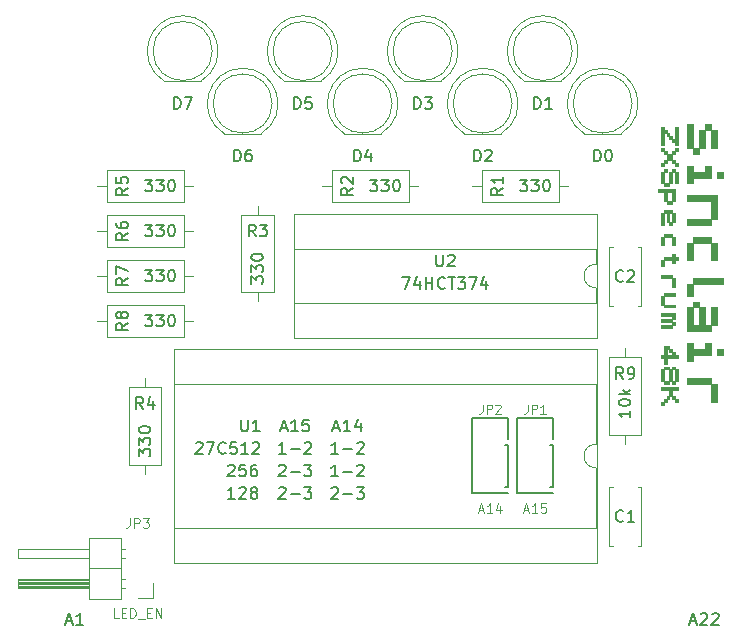
<source format=gto>
%TF.GenerationSoftware,KiCad,Pcbnew,(5.1.8)-1*%
%TF.CreationDate,2021-03-23T23:23:57+01:00*%
%TF.ProjectId,ZX Diagnostic 2021,5a582044-6961-4676-9e6f-737469632032,rev?*%
%TF.SameCoordinates,Original*%
%TF.FileFunction,Legend,Top*%
%TF.FilePolarity,Positive*%
%FSLAX46Y46*%
G04 Gerber Fmt 4.6, Leading zero omitted, Abs format (unit mm)*
G04 Created by KiCad (PCBNEW (5.1.8)-1) date 2021-03-23 23:23:57*
%MOMM*%
%LPD*%
G01*
G04 APERTURE LIST*
%ADD10C,0.150000*%
%ADD11C,0.120000*%
%ADD12C,0.010000*%
%ADD13C,0.100000*%
%ADD14C,0.114000*%
G04 APERTURE END LIST*
D10*
X166520904Y-72207380D02*
X166520904Y-71207380D01*
X166759000Y-71207380D01*
X166901857Y-71255000D01*
X166997095Y-71350238D01*
X167044714Y-71445476D01*
X167092333Y-71635952D01*
X167092333Y-71778809D01*
X167044714Y-71969285D01*
X166997095Y-72064523D01*
X166901857Y-72159761D01*
X166759000Y-72207380D01*
X166520904Y-72207380D01*
X167711380Y-71207380D02*
X167806619Y-71207380D01*
X167901857Y-71255000D01*
X167949476Y-71302619D01*
X167997095Y-71397857D01*
X168044714Y-71588333D01*
X168044714Y-71826428D01*
X167997095Y-72016904D01*
X167949476Y-72112142D01*
X167901857Y-72159761D01*
X167806619Y-72207380D01*
X167711380Y-72207380D01*
X167616142Y-72159761D01*
X167568523Y-72112142D01*
X167520904Y-72016904D01*
X167473285Y-71826428D01*
X167473285Y-71588333D01*
X167520904Y-71397857D01*
X167568523Y-71302619D01*
X167616142Y-71255000D01*
X167711380Y-71207380D01*
X161440904Y-67762380D02*
X161440904Y-66762380D01*
X161679000Y-66762380D01*
X161821857Y-66810000D01*
X161917095Y-66905238D01*
X161964714Y-67000476D01*
X162012333Y-67190952D01*
X162012333Y-67333809D01*
X161964714Y-67524285D01*
X161917095Y-67619523D01*
X161821857Y-67714761D01*
X161679000Y-67762380D01*
X161440904Y-67762380D01*
X162964714Y-67762380D02*
X162393285Y-67762380D01*
X162679000Y-67762380D02*
X162679000Y-66762380D01*
X162583761Y-66905238D01*
X162488523Y-67000476D01*
X162393285Y-67048095D01*
X156360904Y-72207380D02*
X156360904Y-71207380D01*
X156599000Y-71207380D01*
X156741857Y-71255000D01*
X156837095Y-71350238D01*
X156884714Y-71445476D01*
X156932333Y-71635952D01*
X156932333Y-71778809D01*
X156884714Y-71969285D01*
X156837095Y-72064523D01*
X156741857Y-72159761D01*
X156599000Y-72207380D01*
X156360904Y-72207380D01*
X157313285Y-71302619D02*
X157360904Y-71255000D01*
X157456142Y-71207380D01*
X157694238Y-71207380D01*
X157789476Y-71255000D01*
X157837095Y-71302619D01*
X157884714Y-71397857D01*
X157884714Y-71493095D01*
X157837095Y-71635952D01*
X157265666Y-72207380D01*
X157884714Y-72207380D01*
X151280904Y-67762380D02*
X151280904Y-66762380D01*
X151519000Y-66762380D01*
X151661857Y-66810000D01*
X151757095Y-66905238D01*
X151804714Y-67000476D01*
X151852333Y-67190952D01*
X151852333Y-67333809D01*
X151804714Y-67524285D01*
X151757095Y-67619523D01*
X151661857Y-67714761D01*
X151519000Y-67762380D01*
X151280904Y-67762380D01*
X152185666Y-66762380D02*
X152804714Y-66762380D01*
X152471380Y-67143333D01*
X152614238Y-67143333D01*
X152709476Y-67190952D01*
X152757095Y-67238571D01*
X152804714Y-67333809D01*
X152804714Y-67571904D01*
X152757095Y-67667142D01*
X152709476Y-67714761D01*
X152614238Y-67762380D01*
X152328523Y-67762380D01*
X152233285Y-67714761D01*
X152185666Y-67667142D01*
X146200904Y-72207380D02*
X146200904Y-71207380D01*
X146439000Y-71207380D01*
X146581857Y-71255000D01*
X146677095Y-71350238D01*
X146724714Y-71445476D01*
X146772333Y-71635952D01*
X146772333Y-71778809D01*
X146724714Y-71969285D01*
X146677095Y-72064523D01*
X146581857Y-72159761D01*
X146439000Y-72207380D01*
X146200904Y-72207380D01*
X147629476Y-71540714D02*
X147629476Y-72207380D01*
X147391380Y-71159761D02*
X147153285Y-71874047D01*
X147772333Y-71874047D01*
X141120904Y-67762380D02*
X141120904Y-66762380D01*
X141359000Y-66762380D01*
X141501857Y-66810000D01*
X141597095Y-66905238D01*
X141644714Y-67000476D01*
X141692333Y-67190952D01*
X141692333Y-67333809D01*
X141644714Y-67524285D01*
X141597095Y-67619523D01*
X141501857Y-67714761D01*
X141359000Y-67762380D01*
X141120904Y-67762380D01*
X142597095Y-66762380D02*
X142120904Y-66762380D01*
X142073285Y-67238571D01*
X142120904Y-67190952D01*
X142216142Y-67143333D01*
X142454238Y-67143333D01*
X142549476Y-67190952D01*
X142597095Y-67238571D01*
X142644714Y-67333809D01*
X142644714Y-67571904D01*
X142597095Y-67667142D01*
X142549476Y-67714761D01*
X142454238Y-67762380D01*
X142216142Y-67762380D01*
X142120904Y-67714761D01*
X142073285Y-67667142D01*
X136040904Y-72207380D02*
X136040904Y-71207380D01*
X136279000Y-71207380D01*
X136421857Y-71255000D01*
X136517095Y-71350238D01*
X136564714Y-71445476D01*
X136612333Y-71635952D01*
X136612333Y-71778809D01*
X136564714Y-71969285D01*
X136517095Y-72064523D01*
X136421857Y-72159761D01*
X136279000Y-72207380D01*
X136040904Y-72207380D01*
X137469476Y-71207380D02*
X137279000Y-71207380D01*
X137183761Y-71255000D01*
X137136142Y-71302619D01*
X137040904Y-71445476D01*
X136993285Y-71635952D01*
X136993285Y-72016904D01*
X137040904Y-72112142D01*
X137088523Y-72159761D01*
X137183761Y-72207380D01*
X137374238Y-72207380D01*
X137469476Y-72159761D01*
X137517095Y-72112142D01*
X137564714Y-72016904D01*
X137564714Y-71778809D01*
X137517095Y-71683571D01*
X137469476Y-71635952D01*
X137374238Y-71588333D01*
X137183761Y-71588333D01*
X137088523Y-71635952D01*
X137040904Y-71683571D01*
X136993285Y-71778809D01*
X130960904Y-67762380D02*
X130960904Y-66762380D01*
X131199000Y-66762380D01*
X131341857Y-66810000D01*
X131437095Y-66905238D01*
X131484714Y-67000476D01*
X131532333Y-67190952D01*
X131532333Y-67333809D01*
X131484714Y-67524285D01*
X131437095Y-67619523D01*
X131341857Y-67714761D01*
X131199000Y-67762380D01*
X130960904Y-67762380D01*
X131865666Y-66762380D02*
X132532333Y-66762380D01*
X132103761Y-67762380D01*
X144288047Y-99877619D02*
X144335666Y-99830000D01*
X144430904Y-99782380D01*
X144669000Y-99782380D01*
X144764238Y-99830000D01*
X144811857Y-99877619D01*
X144859476Y-99972857D01*
X144859476Y-100068095D01*
X144811857Y-100210952D01*
X144240428Y-100782380D01*
X144859476Y-100782380D01*
X145288047Y-100401428D02*
X146049952Y-100401428D01*
X146430904Y-99782380D02*
X147049952Y-99782380D01*
X146716619Y-100163333D01*
X146859476Y-100163333D01*
X146954714Y-100210952D01*
X147002333Y-100258571D01*
X147049952Y-100353809D01*
X147049952Y-100591904D01*
X147002333Y-100687142D01*
X146954714Y-100734761D01*
X146859476Y-100782380D01*
X146573761Y-100782380D01*
X146478523Y-100734761D01*
X146430904Y-100687142D01*
X139843047Y-99877619D02*
X139890666Y-99830000D01*
X139985904Y-99782380D01*
X140224000Y-99782380D01*
X140319238Y-99830000D01*
X140366857Y-99877619D01*
X140414476Y-99972857D01*
X140414476Y-100068095D01*
X140366857Y-100210952D01*
X139795428Y-100782380D01*
X140414476Y-100782380D01*
X140843047Y-100401428D02*
X141604952Y-100401428D01*
X141985904Y-99782380D02*
X142604952Y-99782380D01*
X142271619Y-100163333D01*
X142414476Y-100163333D01*
X142509714Y-100210952D01*
X142557333Y-100258571D01*
X142604952Y-100353809D01*
X142604952Y-100591904D01*
X142557333Y-100687142D01*
X142509714Y-100734761D01*
X142414476Y-100782380D01*
X142128761Y-100782380D01*
X142033523Y-100734761D01*
X141985904Y-100687142D01*
X139843047Y-97972619D02*
X139890666Y-97925000D01*
X139985904Y-97877380D01*
X140224000Y-97877380D01*
X140319238Y-97925000D01*
X140366857Y-97972619D01*
X140414476Y-98067857D01*
X140414476Y-98163095D01*
X140366857Y-98305952D01*
X139795428Y-98877380D01*
X140414476Y-98877380D01*
X140843047Y-98496428D02*
X141604952Y-98496428D01*
X141985904Y-97877380D02*
X142604952Y-97877380D01*
X142271619Y-98258333D01*
X142414476Y-98258333D01*
X142509714Y-98305952D01*
X142557333Y-98353571D01*
X142604952Y-98448809D01*
X142604952Y-98686904D01*
X142557333Y-98782142D01*
X142509714Y-98829761D01*
X142414476Y-98877380D01*
X142128761Y-98877380D01*
X142033523Y-98829761D01*
X141985904Y-98782142D01*
X144859476Y-98877380D02*
X144288047Y-98877380D01*
X144573761Y-98877380D02*
X144573761Y-97877380D01*
X144478523Y-98020238D01*
X144383285Y-98115476D01*
X144288047Y-98163095D01*
X145288047Y-98496428D02*
X146049952Y-98496428D01*
X146478523Y-97972619D02*
X146526142Y-97925000D01*
X146621380Y-97877380D01*
X146859476Y-97877380D01*
X146954714Y-97925000D01*
X147002333Y-97972619D01*
X147049952Y-98067857D01*
X147049952Y-98163095D01*
X147002333Y-98305952D01*
X146430904Y-98877380D01*
X147049952Y-98877380D01*
X144859476Y-96972380D02*
X144288047Y-96972380D01*
X144573761Y-96972380D02*
X144573761Y-95972380D01*
X144478523Y-96115238D01*
X144383285Y-96210476D01*
X144288047Y-96258095D01*
X145288047Y-96591428D02*
X146049952Y-96591428D01*
X146478523Y-96067619D02*
X146526142Y-96020000D01*
X146621380Y-95972380D01*
X146859476Y-95972380D01*
X146954714Y-96020000D01*
X147002333Y-96067619D01*
X147049952Y-96162857D01*
X147049952Y-96258095D01*
X147002333Y-96400952D01*
X146430904Y-96972380D01*
X147049952Y-96972380D01*
X140414476Y-96972380D02*
X139843047Y-96972380D01*
X140128761Y-96972380D02*
X140128761Y-95972380D01*
X140033523Y-96115238D01*
X139938285Y-96210476D01*
X139843047Y-96258095D01*
X140843047Y-96591428D02*
X141604952Y-96591428D01*
X142033523Y-96067619D02*
X142081142Y-96020000D01*
X142176380Y-95972380D01*
X142414476Y-95972380D01*
X142509714Y-96020000D01*
X142557333Y-96067619D01*
X142604952Y-96162857D01*
X142604952Y-96258095D01*
X142557333Y-96400952D01*
X141985904Y-96972380D01*
X142604952Y-96972380D01*
X144478523Y-94781666D02*
X144954714Y-94781666D01*
X144383285Y-95067380D02*
X144716619Y-94067380D01*
X145049952Y-95067380D01*
X145907095Y-95067380D02*
X145335666Y-95067380D01*
X145621380Y-95067380D02*
X145621380Y-94067380D01*
X145526142Y-94210238D01*
X145430904Y-94305476D01*
X145335666Y-94353095D01*
X146764238Y-94400714D02*
X146764238Y-95067380D01*
X146526142Y-94019761D02*
X146288047Y-94734047D01*
X146907095Y-94734047D01*
X140033523Y-94781666D02*
X140509714Y-94781666D01*
X139938285Y-95067380D02*
X140271619Y-94067380D01*
X140604952Y-95067380D01*
X141462095Y-95067380D02*
X140890666Y-95067380D01*
X141176380Y-95067380D02*
X141176380Y-94067380D01*
X141081142Y-94210238D01*
X140985904Y-94305476D01*
X140890666Y-94353095D01*
X142366857Y-94067380D02*
X141890666Y-94067380D01*
X141843047Y-94543571D01*
X141890666Y-94495952D01*
X141985904Y-94448333D01*
X142224000Y-94448333D01*
X142319238Y-94495952D01*
X142366857Y-94543571D01*
X142414476Y-94638809D01*
X142414476Y-94876904D01*
X142366857Y-94972142D01*
X142319238Y-95019761D01*
X142224000Y-95067380D01*
X141985904Y-95067380D01*
X141890666Y-95019761D01*
X141843047Y-94972142D01*
X136112333Y-100782380D02*
X135540904Y-100782380D01*
X135826619Y-100782380D02*
X135826619Y-99782380D01*
X135731380Y-99925238D01*
X135636142Y-100020476D01*
X135540904Y-100068095D01*
X136493285Y-99877619D02*
X136540904Y-99830000D01*
X136636142Y-99782380D01*
X136874238Y-99782380D01*
X136969476Y-99830000D01*
X137017095Y-99877619D01*
X137064714Y-99972857D01*
X137064714Y-100068095D01*
X137017095Y-100210952D01*
X136445666Y-100782380D01*
X137064714Y-100782380D01*
X137636142Y-100210952D02*
X137540904Y-100163333D01*
X137493285Y-100115714D01*
X137445666Y-100020476D01*
X137445666Y-99972857D01*
X137493285Y-99877619D01*
X137540904Y-99830000D01*
X137636142Y-99782380D01*
X137826619Y-99782380D01*
X137921857Y-99830000D01*
X137969476Y-99877619D01*
X138017095Y-99972857D01*
X138017095Y-100020476D01*
X137969476Y-100115714D01*
X137921857Y-100163333D01*
X137826619Y-100210952D01*
X137636142Y-100210952D01*
X137540904Y-100258571D01*
X137493285Y-100306190D01*
X137445666Y-100401428D01*
X137445666Y-100591904D01*
X137493285Y-100687142D01*
X137540904Y-100734761D01*
X137636142Y-100782380D01*
X137826619Y-100782380D01*
X137921857Y-100734761D01*
X137969476Y-100687142D01*
X138017095Y-100591904D01*
X138017095Y-100401428D01*
X137969476Y-100306190D01*
X137921857Y-100258571D01*
X137826619Y-100210952D01*
X135540904Y-97972619D02*
X135588523Y-97925000D01*
X135683761Y-97877380D01*
X135921857Y-97877380D01*
X136017095Y-97925000D01*
X136064714Y-97972619D01*
X136112333Y-98067857D01*
X136112333Y-98163095D01*
X136064714Y-98305952D01*
X135493285Y-98877380D01*
X136112333Y-98877380D01*
X137017095Y-97877380D02*
X136540904Y-97877380D01*
X136493285Y-98353571D01*
X136540904Y-98305952D01*
X136636142Y-98258333D01*
X136874238Y-98258333D01*
X136969476Y-98305952D01*
X137017095Y-98353571D01*
X137064714Y-98448809D01*
X137064714Y-98686904D01*
X137017095Y-98782142D01*
X136969476Y-98829761D01*
X136874238Y-98877380D01*
X136636142Y-98877380D01*
X136540904Y-98829761D01*
X136493285Y-98782142D01*
X137921857Y-97877380D02*
X137731380Y-97877380D01*
X137636142Y-97925000D01*
X137588523Y-97972619D01*
X137493285Y-98115476D01*
X137445666Y-98305952D01*
X137445666Y-98686904D01*
X137493285Y-98782142D01*
X137540904Y-98829761D01*
X137636142Y-98877380D01*
X137826619Y-98877380D01*
X137921857Y-98829761D01*
X137969476Y-98782142D01*
X138017095Y-98686904D01*
X138017095Y-98448809D01*
X137969476Y-98353571D01*
X137921857Y-98305952D01*
X137826619Y-98258333D01*
X137636142Y-98258333D01*
X137540904Y-98305952D01*
X137493285Y-98353571D01*
X137445666Y-98448809D01*
D11*
%TO.C,R1*%
X163544000Y-75665000D02*
X163544000Y-72925000D01*
X163544000Y-72925000D02*
X157004000Y-72925000D01*
X157004000Y-72925000D02*
X157004000Y-75665000D01*
X157004000Y-75665000D02*
X163544000Y-75665000D01*
X164314000Y-74295000D02*
X163544000Y-74295000D01*
X156234000Y-74295000D02*
X157004000Y-74295000D01*
%TO.C,R2*%
X150844000Y-75665000D02*
X150844000Y-72925000D01*
X150844000Y-72925000D02*
X144304000Y-72925000D01*
X144304000Y-72925000D02*
X144304000Y-75665000D01*
X144304000Y-75665000D02*
X150844000Y-75665000D01*
X151614000Y-74295000D02*
X150844000Y-74295000D01*
X143534000Y-74295000D02*
X144304000Y-74295000D01*
D12*
%TO.C,sinclair_title*%
G36*
X172169000Y-74580000D02*
G01*
X172169000Y-74830000D01*
X171919000Y-74830000D01*
X171919000Y-74580000D01*
X172169000Y-74580000D01*
G37*
X172169000Y-74580000D02*
X172169000Y-74830000D01*
X171919000Y-74830000D01*
X171919000Y-74580000D01*
X172169000Y-74580000D01*
G36*
X172419000Y-92580000D02*
G01*
X172419000Y-92830000D01*
X172169000Y-92830000D01*
X172169000Y-92580000D01*
X172419000Y-92580000D01*
G37*
X172419000Y-92580000D02*
X172419000Y-92830000D01*
X172169000Y-92830000D01*
X172169000Y-92580000D01*
X172419000Y-92580000D01*
G36*
X172419000Y-91330000D02*
G01*
X172419000Y-91580000D01*
X172169000Y-91580000D01*
X172169000Y-91330000D01*
X172419000Y-91330000D01*
G37*
X172419000Y-91330000D02*
X172419000Y-91580000D01*
X172169000Y-91580000D01*
X172169000Y-91330000D01*
X172419000Y-91330000D01*
G36*
X172419000Y-90580000D02*
G01*
X172419000Y-90830000D01*
X172169000Y-90830000D01*
X172169000Y-90580000D01*
X172419000Y-90580000D01*
G37*
X172419000Y-90580000D02*
X172419000Y-90830000D01*
X172169000Y-90830000D01*
X172169000Y-90580000D01*
X172419000Y-90580000D01*
G36*
X172419000Y-90330000D02*
G01*
X172419000Y-90580000D01*
X172169000Y-90580000D01*
X172169000Y-90330000D01*
X172419000Y-90330000D01*
G37*
X172419000Y-90330000D02*
X172419000Y-90580000D01*
X172169000Y-90580000D01*
X172169000Y-90330000D01*
X172419000Y-90330000D01*
G36*
X172419000Y-90080000D02*
G01*
X172419000Y-90330000D01*
X172169000Y-90330000D01*
X172169000Y-90080000D01*
X172419000Y-90080000D01*
G37*
X172419000Y-90080000D02*
X172419000Y-90330000D01*
X172169000Y-90330000D01*
X172169000Y-90080000D01*
X172419000Y-90080000D01*
G36*
X172419000Y-89830000D02*
G01*
X172419000Y-90080000D01*
X172169000Y-90080000D01*
X172169000Y-89830000D01*
X172419000Y-89830000D01*
G37*
X172419000Y-89830000D02*
X172419000Y-90080000D01*
X172169000Y-90080000D01*
X172169000Y-89830000D01*
X172419000Y-89830000D01*
G36*
X172419000Y-88580000D02*
G01*
X172419000Y-88830000D01*
X172169000Y-88830000D01*
X172169000Y-88580000D01*
X172419000Y-88580000D01*
G37*
X172419000Y-88580000D02*
X172419000Y-88830000D01*
X172169000Y-88830000D01*
X172169000Y-88580000D01*
X172419000Y-88580000D01*
G36*
X172419000Y-86080000D02*
G01*
X172419000Y-86330000D01*
X172169000Y-86330000D01*
X172169000Y-86080000D01*
X172419000Y-86080000D01*
G37*
X172419000Y-86080000D02*
X172419000Y-86330000D01*
X172169000Y-86330000D01*
X172169000Y-86080000D01*
X172419000Y-86080000D01*
G36*
X172419000Y-85580000D02*
G01*
X172419000Y-85830000D01*
X172169000Y-85830000D01*
X172169000Y-85580000D01*
X172419000Y-85580000D01*
G37*
X172419000Y-85580000D02*
X172419000Y-85830000D01*
X172169000Y-85830000D01*
X172169000Y-85580000D01*
X172419000Y-85580000D01*
G36*
X172419000Y-85080000D02*
G01*
X172419000Y-85330000D01*
X172169000Y-85330000D01*
X172169000Y-85080000D01*
X172419000Y-85080000D01*
G37*
X172419000Y-85080000D02*
X172419000Y-85330000D01*
X172169000Y-85330000D01*
X172169000Y-85080000D01*
X172419000Y-85080000D01*
G36*
X172419000Y-84080000D02*
G01*
X172419000Y-84330000D01*
X172169000Y-84330000D01*
X172169000Y-84080000D01*
X172419000Y-84080000D01*
G37*
X172419000Y-84080000D02*
X172419000Y-84330000D01*
X172169000Y-84330000D01*
X172169000Y-84080000D01*
X172419000Y-84080000D01*
G36*
X172419000Y-83830000D02*
G01*
X172419000Y-84080000D01*
X172169000Y-84080000D01*
X172169000Y-83830000D01*
X172419000Y-83830000D01*
G37*
X172419000Y-83830000D02*
X172419000Y-84080000D01*
X172169000Y-84080000D01*
X172169000Y-83830000D01*
X172419000Y-83830000D01*
G36*
X172419000Y-83580000D02*
G01*
X172419000Y-83830000D01*
X172169000Y-83830000D01*
X172169000Y-83580000D01*
X172419000Y-83580000D01*
G37*
X172419000Y-83580000D02*
X172419000Y-83830000D01*
X172169000Y-83830000D01*
X172169000Y-83580000D01*
X172419000Y-83580000D01*
G36*
X172419000Y-81830000D02*
G01*
X172419000Y-82080000D01*
X172169000Y-82080000D01*
X172169000Y-81830000D01*
X172419000Y-81830000D01*
G37*
X172419000Y-81830000D02*
X172419000Y-82080000D01*
X172169000Y-82080000D01*
X172169000Y-81830000D01*
X172419000Y-81830000D01*
G36*
X172419000Y-80830000D02*
G01*
X172419000Y-81080000D01*
X172169000Y-81080000D01*
X172169000Y-80830000D01*
X172419000Y-80830000D01*
G37*
X172419000Y-80830000D02*
X172419000Y-81080000D01*
X172169000Y-81080000D01*
X172169000Y-80830000D01*
X172419000Y-80830000D01*
G36*
X172419000Y-80580000D02*
G01*
X172419000Y-80830000D01*
X172169000Y-80830000D01*
X172169000Y-80580000D01*
X172419000Y-80580000D01*
G37*
X172419000Y-80580000D02*
X172419000Y-80830000D01*
X172169000Y-80830000D01*
X172169000Y-80580000D01*
X172419000Y-80580000D01*
G36*
X172419000Y-79080000D02*
G01*
X172419000Y-79330000D01*
X172169000Y-79330000D01*
X172169000Y-79080000D01*
X172419000Y-79080000D01*
G37*
X172419000Y-79080000D02*
X172419000Y-79330000D01*
X172169000Y-79330000D01*
X172169000Y-79080000D01*
X172419000Y-79080000D01*
G36*
X172419000Y-78830000D02*
G01*
X172419000Y-79080000D01*
X172169000Y-79080000D01*
X172169000Y-78830000D01*
X172419000Y-78830000D01*
G37*
X172419000Y-78830000D02*
X172419000Y-79080000D01*
X172169000Y-79080000D01*
X172169000Y-78830000D01*
X172419000Y-78830000D01*
G36*
X172419000Y-78580000D02*
G01*
X172419000Y-78830000D01*
X172169000Y-78830000D01*
X172169000Y-78580000D01*
X172419000Y-78580000D01*
G37*
X172419000Y-78580000D02*
X172419000Y-78830000D01*
X172169000Y-78830000D01*
X172169000Y-78580000D01*
X172419000Y-78580000D01*
G36*
X172419000Y-77330000D02*
G01*
X172419000Y-77580000D01*
X172169000Y-77580000D01*
X172169000Y-77330000D01*
X172419000Y-77330000D01*
G37*
X172419000Y-77330000D02*
X172419000Y-77580000D01*
X172169000Y-77580000D01*
X172169000Y-77330000D01*
X172419000Y-77330000D01*
G36*
X172419000Y-77080000D02*
G01*
X172419000Y-77330000D01*
X172169000Y-77330000D01*
X172169000Y-77080000D01*
X172419000Y-77080000D01*
G37*
X172419000Y-77080000D02*
X172419000Y-77330000D01*
X172169000Y-77330000D01*
X172169000Y-77080000D01*
X172419000Y-77080000D01*
G36*
X172419000Y-76830000D02*
G01*
X172419000Y-77080000D01*
X172169000Y-77080000D01*
X172169000Y-76830000D01*
X172419000Y-76830000D01*
G37*
X172419000Y-76830000D02*
X172419000Y-77080000D01*
X172169000Y-77080000D01*
X172169000Y-76830000D01*
X172419000Y-76830000D01*
G36*
X172419000Y-76580000D02*
G01*
X172419000Y-76830000D01*
X172169000Y-76830000D01*
X172169000Y-76580000D01*
X172419000Y-76580000D01*
G37*
X172419000Y-76580000D02*
X172419000Y-76830000D01*
X172169000Y-76830000D01*
X172169000Y-76580000D01*
X172419000Y-76580000D01*
G36*
X172419000Y-74580000D02*
G01*
X172419000Y-74830000D01*
X172169000Y-74830000D01*
X172169000Y-74580000D01*
X172419000Y-74580000D01*
G37*
X172419000Y-74580000D02*
X172419000Y-74830000D01*
X172169000Y-74830000D01*
X172169000Y-74580000D01*
X172419000Y-74580000D01*
G36*
X172419000Y-73830000D02*
G01*
X172419000Y-74080000D01*
X172169000Y-74080000D01*
X172169000Y-73830000D01*
X172419000Y-73830000D01*
G37*
X172419000Y-73830000D02*
X172419000Y-74080000D01*
X172169000Y-74080000D01*
X172169000Y-73830000D01*
X172419000Y-73830000D01*
G36*
X172419000Y-73580000D02*
G01*
X172419000Y-73830000D01*
X172169000Y-73830000D01*
X172169000Y-73580000D01*
X172419000Y-73580000D01*
G37*
X172419000Y-73580000D02*
X172419000Y-73830000D01*
X172169000Y-73830000D01*
X172169000Y-73580000D01*
X172419000Y-73580000D01*
G36*
X172419000Y-73330000D02*
G01*
X172419000Y-73580000D01*
X172169000Y-73580000D01*
X172169000Y-73330000D01*
X172419000Y-73330000D01*
G37*
X172419000Y-73330000D02*
X172419000Y-73580000D01*
X172169000Y-73580000D01*
X172169000Y-73330000D01*
X172419000Y-73330000D01*
G36*
X172419000Y-73080000D02*
G01*
X172419000Y-73330000D01*
X172169000Y-73330000D01*
X172169000Y-73080000D01*
X172419000Y-73080000D01*
G37*
X172419000Y-73080000D02*
X172419000Y-73330000D01*
X172169000Y-73330000D01*
X172169000Y-73080000D01*
X172419000Y-73080000D01*
G36*
X172419000Y-72330000D02*
G01*
X172419000Y-72580000D01*
X172169000Y-72580000D01*
X172169000Y-72330000D01*
X172419000Y-72330000D01*
G37*
X172419000Y-72330000D02*
X172419000Y-72580000D01*
X172169000Y-72580000D01*
X172169000Y-72330000D01*
X172419000Y-72330000D01*
G36*
X172419000Y-71080000D02*
G01*
X172419000Y-71330000D01*
X172169000Y-71330000D01*
X172169000Y-71080000D01*
X172419000Y-71080000D01*
G37*
X172419000Y-71080000D02*
X172419000Y-71330000D01*
X172169000Y-71330000D01*
X172169000Y-71080000D01*
X172419000Y-71080000D01*
G36*
X172419000Y-70580000D02*
G01*
X172419000Y-70830000D01*
X172169000Y-70830000D01*
X172169000Y-70580000D01*
X172419000Y-70580000D01*
G37*
X172419000Y-70580000D02*
X172419000Y-70830000D01*
X172169000Y-70830000D01*
X172169000Y-70580000D01*
X172419000Y-70580000D01*
G36*
X172419000Y-70330000D02*
G01*
X172419000Y-70580000D01*
X172169000Y-70580000D01*
X172169000Y-70330000D01*
X172419000Y-70330000D01*
G37*
X172419000Y-70330000D02*
X172419000Y-70580000D01*
X172169000Y-70580000D01*
X172169000Y-70330000D01*
X172419000Y-70330000D01*
G36*
X172419000Y-70080000D02*
G01*
X172419000Y-70330000D01*
X172169000Y-70330000D01*
X172169000Y-70080000D01*
X172419000Y-70080000D01*
G37*
X172419000Y-70080000D02*
X172419000Y-70330000D01*
X172169000Y-70330000D01*
X172169000Y-70080000D01*
X172419000Y-70080000D01*
G36*
X172419000Y-69830000D02*
G01*
X172419000Y-70080000D01*
X172169000Y-70080000D01*
X172169000Y-69830000D01*
X172419000Y-69830000D01*
G37*
X172419000Y-69830000D02*
X172419000Y-70080000D01*
X172169000Y-70080000D01*
X172169000Y-69830000D01*
X172419000Y-69830000D01*
G36*
X172419000Y-69580000D02*
G01*
X172419000Y-69830000D01*
X172169000Y-69830000D01*
X172169000Y-69580000D01*
X172419000Y-69580000D01*
G37*
X172419000Y-69580000D02*
X172419000Y-69830000D01*
X172169000Y-69830000D01*
X172169000Y-69580000D01*
X172419000Y-69580000D01*
G36*
X172419000Y-69330000D02*
G01*
X172419000Y-69580000D01*
X172169000Y-69580000D01*
X172169000Y-69330000D01*
X172419000Y-69330000D01*
G37*
X172419000Y-69330000D02*
X172419000Y-69580000D01*
X172169000Y-69580000D01*
X172169000Y-69330000D01*
X172419000Y-69330000D01*
G36*
X172669000Y-92330000D02*
G01*
X172669000Y-92580000D01*
X172419000Y-92580000D01*
X172419000Y-92330000D01*
X172669000Y-92330000D01*
G37*
X172669000Y-92330000D02*
X172669000Y-92580000D01*
X172419000Y-92580000D01*
X172419000Y-92330000D01*
X172669000Y-92330000D01*
G36*
X172669000Y-91330000D02*
G01*
X172669000Y-91580000D01*
X172419000Y-91580000D01*
X172419000Y-91330000D01*
X172669000Y-91330000D01*
G37*
X172669000Y-91330000D02*
X172669000Y-91580000D01*
X172419000Y-91580000D01*
X172419000Y-91330000D01*
X172669000Y-91330000D01*
G36*
X172669000Y-90830000D02*
G01*
X172669000Y-91080000D01*
X172419000Y-91080000D01*
X172419000Y-90830000D01*
X172669000Y-90830000D01*
G37*
X172669000Y-90830000D02*
X172669000Y-91080000D01*
X172419000Y-91080000D01*
X172419000Y-90830000D01*
X172669000Y-90830000D01*
G36*
X172669000Y-89580000D02*
G01*
X172669000Y-89830000D01*
X172419000Y-89830000D01*
X172419000Y-89580000D01*
X172669000Y-89580000D01*
G37*
X172669000Y-89580000D02*
X172669000Y-89830000D01*
X172419000Y-89830000D01*
X172419000Y-89580000D01*
X172669000Y-89580000D01*
G36*
X172669000Y-89080000D02*
G01*
X172669000Y-89330000D01*
X172419000Y-89330000D01*
X172419000Y-89080000D01*
X172669000Y-89080000D01*
G37*
X172669000Y-89080000D02*
X172669000Y-89330000D01*
X172419000Y-89330000D01*
X172419000Y-89080000D01*
X172669000Y-89080000D01*
G36*
X172669000Y-88830000D02*
G01*
X172669000Y-89080000D01*
X172419000Y-89080000D01*
X172419000Y-88830000D01*
X172669000Y-88830000D01*
G37*
X172669000Y-88830000D02*
X172669000Y-89080000D01*
X172419000Y-89080000D01*
X172419000Y-88830000D01*
X172669000Y-88830000D01*
G36*
X172669000Y-88580000D02*
G01*
X172669000Y-88830000D01*
X172419000Y-88830000D01*
X172419000Y-88580000D01*
X172669000Y-88580000D01*
G37*
X172669000Y-88580000D02*
X172669000Y-88830000D01*
X172419000Y-88830000D01*
X172419000Y-88580000D01*
X172669000Y-88580000D01*
G36*
X172669000Y-88330000D02*
G01*
X172669000Y-88580000D01*
X172419000Y-88580000D01*
X172419000Y-88330000D01*
X172669000Y-88330000D01*
G37*
X172669000Y-88330000D02*
X172669000Y-88580000D01*
X172419000Y-88580000D01*
X172419000Y-88330000D01*
X172669000Y-88330000D01*
G36*
X172669000Y-88080000D02*
G01*
X172669000Y-88330000D01*
X172419000Y-88330000D01*
X172419000Y-88080000D01*
X172669000Y-88080000D01*
G37*
X172669000Y-88080000D02*
X172669000Y-88330000D01*
X172419000Y-88330000D01*
X172419000Y-88080000D01*
X172669000Y-88080000D01*
G36*
X172669000Y-87830000D02*
G01*
X172669000Y-88080000D01*
X172419000Y-88080000D01*
X172419000Y-87830000D01*
X172669000Y-87830000D01*
G37*
X172669000Y-87830000D02*
X172669000Y-88080000D01*
X172419000Y-88080000D01*
X172419000Y-87830000D01*
X172669000Y-87830000D01*
G36*
X172669000Y-86080000D02*
G01*
X172669000Y-86330000D01*
X172419000Y-86330000D01*
X172419000Y-86080000D01*
X172669000Y-86080000D01*
G37*
X172669000Y-86080000D02*
X172669000Y-86330000D01*
X172419000Y-86330000D01*
X172419000Y-86080000D01*
X172669000Y-86080000D01*
G36*
X172669000Y-85580000D02*
G01*
X172669000Y-85830000D01*
X172419000Y-85830000D01*
X172419000Y-85580000D01*
X172669000Y-85580000D01*
G37*
X172669000Y-85580000D02*
X172669000Y-85830000D01*
X172419000Y-85830000D01*
X172419000Y-85580000D01*
X172669000Y-85580000D01*
G36*
X172669000Y-85080000D02*
G01*
X172669000Y-85330000D01*
X172419000Y-85330000D01*
X172419000Y-85080000D01*
X172669000Y-85080000D01*
G37*
X172669000Y-85080000D02*
X172669000Y-85330000D01*
X172419000Y-85330000D01*
X172419000Y-85080000D01*
X172669000Y-85080000D01*
G36*
X172669000Y-84330000D02*
G01*
X172669000Y-84580000D01*
X172419000Y-84580000D01*
X172419000Y-84330000D01*
X172669000Y-84330000D01*
G37*
X172669000Y-84330000D02*
X172669000Y-84580000D01*
X172419000Y-84580000D01*
X172419000Y-84330000D01*
X172669000Y-84330000D01*
G36*
X172669000Y-83330000D02*
G01*
X172669000Y-83580000D01*
X172419000Y-83580000D01*
X172419000Y-83330000D01*
X172669000Y-83330000D01*
G37*
X172669000Y-83330000D02*
X172669000Y-83580000D01*
X172419000Y-83580000D01*
X172419000Y-83330000D01*
X172669000Y-83330000D01*
G36*
X172669000Y-81830000D02*
G01*
X172669000Y-82080000D01*
X172419000Y-82080000D01*
X172419000Y-81830000D01*
X172669000Y-81830000D01*
G37*
X172669000Y-81830000D02*
X172669000Y-82080000D01*
X172419000Y-82080000D01*
X172419000Y-81830000D01*
X172669000Y-81830000D01*
G36*
X172669000Y-80330000D02*
G01*
X172669000Y-80580000D01*
X172419000Y-80580000D01*
X172419000Y-80330000D01*
X172669000Y-80330000D01*
G37*
X172669000Y-80330000D02*
X172669000Y-80580000D01*
X172419000Y-80580000D01*
X172419000Y-80330000D01*
X172669000Y-80330000D01*
G36*
X172669000Y-78330000D02*
G01*
X172669000Y-78580000D01*
X172419000Y-78580000D01*
X172419000Y-78330000D01*
X172669000Y-78330000D01*
G37*
X172669000Y-78330000D02*
X172669000Y-78580000D01*
X172419000Y-78580000D01*
X172419000Y-78330000D01*
X172669000Y-78330000D01*
G36*
X172669000Y-76330000D02*
G01*
X172669000Y-76580000D01*
X172419000Y-76580000D01*
X172419000Y-76330000D01*
X172669000Y-76330000D01*
G37*
X172669000Y-76330000D02*
X172669000Y-76580000D01*
X172419000Y-76580000D01*
X172419000Y-76330000D01*
X172669000Y-76330000D01*
G36*
X172669000Y-75330000D02*
G01*
X172669000Y-75580000D01*
X172419000Y-75580000D01*
X172419000Y-75330000D01*
X172669000Y-75330000D01*
G37*
X172669000Y-75330000D02*
X172669000Y-75580000D01*
X172419000Y-75580000D01*
X172419000Y-75330000D01*
X172669000Y-75330000D01*
G36*
X172669000Y-75080000D02*
G01*
X172669000Y-75330000D01*
X172419000Y-75330000D01*
X172419000Y-75080000D01*
X172669000Y-75080000D01*
G37*
X172669000Y-75080000D02*
X172669000Y-75330000D01*
X172419000Y-75330000D01*
X172419000Y-75080000D01*
X172669000Y-75080000D01*
G36*
X172669000Y-74830000D02*
G01*
X172669000Y-75080000D01*
X172419000Y-75080000D01*
X172419000Y-74830000D01*
X172669000Y-74830000D01*
G37*
X172669000Y-74830000D02*
X172669000Y-75080000D01*
X172419000Y-75080000D01*
X172419000Y-74830000D01*
X172669000Y-74830000D01*
G36*
X172669000Y-74580000D02*
G01*
X172669000Y-74830000D01*
X172419000Y-74830000D01*
X172419000Y-74580000D01*
X172669000Y-74580000D01*
G37*
X172669000Y-74580000D02*
X172669000Y-74830000D01*
X172419000Y-74830000D01*
X172419000Y-74580000D01*
X172669000Y-74580000D01*
G36*
X172669000Y-74080000D02*
G01*
X172669000Y-74330000D01*
X172419000Y-74330000D01*
X172419000Y-74080000D01*
X172669000Y-74080000D01*
G37*
X172669000Y-74080000D02*
X172669000Y-74330000D01*
X172419000Y-74330000D01*
X172419000Y-74080000D01*
X172669000Y-74080000D01*
G36*
X172669000Y-72830000D02*
G01*
X172669000Y-73080000D01*
X172419000Y-73080000D01*
X172419000Y-72830000D01*
X172669000Y-72830000D01*
G37*
X172669000Y-72830000D02*
X172669000Y-73080000D01*
X172419000Y-73080000D01*
X172419000Y-72830000D01*
X172669000Y-72830000D01*
G36*
X172669000Y-72080000D02*
G01*
X172669000Y-72330000D01*
X172419000Y-72330000D01*
X172419000Y-72080000D01*
X172669000Y-72080000D01*
G37*
X172669000Y-72080000D02*
X172669000Y-72330000D01*
X172419000Y-72330000D01*
X172419000Y-72080000D01*
X172669000Y-72080000D01*
G36*
X172669000Y-71330000D02*
G01*
X172669000Y-71580000D01*
X172419000Y-71580000D01*
X172419000Y-71330000D01*
X172669000Y-71330000D01*
G37*
X172669000Y-71330000D02*
X172669000Y-71580000D01*
X172419000Y-71580000D01*
X172419000Y-71330000D01*
X172669000Y-71330000D01*
G36*
X172669000Y-69580000D02*
G01*
X172669000Y-69830000D01*
X172419000Y-69830000D01*
X172419000Y-69580000D01*
X172669000Y-69580000D01*
G37*
X172669000Y-69580000D02*
X172669000Y-69830000D01*
X172419000Y-69830000D01*
X172419000Y-69580000D01*
X172669000Y-69580000D01*
G36*
X172919000Y-92080000D02*
G01*
X172919000Y-92330000D01*
X172669000Y-92330000D01*
X172669000Y-92080000D01*
X172919000Y-92080000D01*
G37*
X172919000Y-92080000D02*
X172919000Y-92330000D01*
X172669000Y-92330000D01*
X172669000Y-92080000D01*
X172919000Y-92080000D01*
G36*
X172919000Y-91330000D02*
G01*
X172919000Y-91580000D01*
X172669000Y-91580000D01*
X172669000Y-91330000D01*
X172919000Y-91330000D01*
G37*
X172919000Y-91330000D02*
X172919000Y-91580000D01*
X172669000Y-91580000D01*
X172669000Y-91330000D01*
X172919000Y-91330000D01*
G36*
X172919000Y-90830000D02*
G01*
X172919000Y-91080000D01*
X172669000Y-91080000D01*
X172669000Y-90830000D01*
X172919000Y-90830000D01*
G37*
X172919000Y-90830000D02*
X172919000Y-91080000D01*
X172669000Y-91080000D01*
X172669000Y-90830000D01*
X172919000Y-90830000D01*
G36*
X172919000Y-89580000D02*
G01*
X172919000Y-89830000D01*
X172669000Y-89830000D01*
X172669000Y-89580000D01*
X172919000Y-89580000D01*
G37*
X172919000Y-89580000D02*
X172919000Y-89830000D01*
X172669000Y-89830000D01*
X172669000Y-89580000D01*
X172919000Y-89580000D01*
G36*
X172919000Y-88580000D02*
G01*
X172919000Y-88830000D01*
X172669000Y-88830000D01*
X172669000Y-88580000D01*
X172919000Y-88580000D01*
G37*
X172919000Y-88580000D02*
X172919000Y-88830000D01*
X172669000Y-88830000D01*
X172669000Y-88580000D01*
X172919000Y-88580000D01*
G36*
X172919000Y-87830000D02*
G01*
X172919000Y-88080000D01*
X172669000Y-88080000D01*
X172669000Y-87830000D01*
X172919000Y-87830000D01*
G37*
X172919000Y-87830000D02*
X172919000Y-88080000D01*
X172669000Y-88080000D01*
X172669000Y-87830000D01*
X172919000Y-87830000D01*
G36*
X172919000Y-86080000D02*
G01*
X172919000Y-86330000D01*
X172669000Y-86330000D01*
X172669000Y-86080000D01*
X172919000Y-86080000D01*
G37*
X172919000Y-86080000D02*
X172919000Y-86330000D01*
X172669000Y-86330000D01*
X172669000Y-86080000D01*
X172919000Y-86080000D01*
G36*
X172919000Y-85580000D02*
G01*
X172919000Y-85830000D01*
X172669000Y-85830000D01*
X172669000Y-85580000D01*
X172919000Y-85580000D01*
G37*
X172919000Y-85580000D02*
X172919000Y-85830000D01*
X172669000Y-85830000D01*
X172669000Y-85580000D01*
X172919000Y-85580000D01*
G36*
X172919000Y-85080000D02*
G01*
X172919000Y-85330000D01*
X172669000Y-85330000D01*
X172669000Y-85080000D01*
X172919000Y-85080000D01*
G37*
X172919000Y-85080000D02*
X172919000Y-85330000D01*
X172669000Y-85330000D01*
X172669000Y-85080000D01*
X172919000Y-85080000D01*
G36*
X172919000Y-84330000D02*
G01*
X172919000Y-84580000D01*
X172669000Y-84580000D01*
X172669000Y-84330000D01*
X172919000Y-84330000D01*
G37*
X172919000Y-84330000D02*
X172919000Y-84580000D01*
X172669000Y-84580000D01*
X172669000Y-84330000D01*
X172919000Y-84330000D01*
G36*
X172919000Y-83330000D02*
G01*
X172919000Y-83580000D01*
X172669000Y-83580000D01*
X172669000Y-83330000D01*
X172919000Y-83330000D01*
G37*
X172919000Y-83330000D02*
X172919000Y-83580000D01*
X172669000Y-83580000D01*
X172669000Y-83330000D01*
X172919000Y-83330000D01*
G36*
X172919000Y-81830000D02*
G01*
X172919000Y-82080000D01*
X172669000Y-82080000D01*
X172669000Y-81830000D01*
X172919000Y-81830000D01*
G37*
X172919000Y-81830000D02*
X172919000Y-82080000D01*
X172669000Y-82080000D01*
X172669000Y-81830000D01*
X172919000Y-81830000D01*
G36*
X172919000Y-80330000D02*
G01*
X172919000Y-80580000D01*
X172669000Y-80580000D01*
X172669000Y-80330000D01*
X172919000Y-80330000D01*
G37*
X172919000Y-80330000D02*
X172919000Y-80580000D01*
X172669000Y-80580000D01*
X172669000Y-80330000D01*
X172919000Y-80330000D01*
G36*
X172919000Y-78330000D02*
G01*
X172919000Y-78580000D01*
X172669000Y-78580000D01*
X172669000Y-78330000D01*
X172919000Y-78330000D01*
G37*
X172919000Y-78330000D02*
X172919000Y-78580000D01*
X172669000Y-78580000D01*
X172669000Y-78330000D01*
X172919000Y-78330000D01*
G36*
X172919000Y-77080000D02*
G01*
X172919000Y-77330000D01*
X172669000Y-77330000D01*
X172669000Y-77080000D01*
X172919000Y-77080000D01*
G37*
X172919000Y-77080000D02*
X172919000Y-77330000D01*
X172669000Y-77330000D01*
X172669000Y-77080000D01*
X172919000Y-77080000D01*
G36*
X172919000Y-76830000D02*
G01*
X172919000Y-77080000D01*
X172669000Y-77080000D01*
X172669000Y-76830000D01*
X172919000Y-76830000D01*
G37*
X172919000Y-76830000D02*
X172919000Y-77080000D01*
X172669000Y-77080000D01*
X172669000Y-76830000D01*
X172919000Y-76830000D01*
G36*
X172919000Y-76580000D02*
G01*
X172919000Y-76830000D01*
X172669000Y-76830000D01*
X172669000Y-76580000D01*
X172919000Y-76580000D01*
G37*
X172919000Y-76580000D02*
X172919000Y-76830000D01*
X172669000Y-76830000D01*
X172669000Y-76580000D01*
X172919000Y-76580000D01*
G36*
X172919000Y-76330000D02*
G01*
X172919000Y-76580000D01*
X172669000Y-76580000D01*
X172669000Y-76330000D01*
X172919000Y-76330000D01*
G37*
X172919000Y-76330000D02*
X172919000Y-76580000D01*
X172669000Y-76580000D01*
X172669000Y-76330000D01*
X172919000Y-76330000D01*
G36*
X172919000Y-75580000D02*
G01*
X172919000Y-75830000D01*
X172669000Y-75830000D01*
X172669000Y-75580000D01*
X172919000Y-75580000D01*
G37*
X172919000Y-75580000D02*
X172919000Y-75830000D01*
X172669000Y-75830000D01*
X172669000Y-75580000D01*
X172919000Y-75580000D01*
G36*
X172919000Y-74580000D02*
G01*
X172919000Y-74830000D01*
X172669000Y-74830000D01*
X172669000Y-74580000D01*
X172919000Y-74580000D01*
G37*
X172919000Y-74580000D02*
X172919000Y-74830000D01*
X172669000Y-74830000D01*
X172669000Y-74580000D01*
X172919000Y-74580000D01*
G36*
X172919000Y-74080000D02*
G01*
X172919000Y-74330000D01*
X172669000Y-74330000D01*
X172669000Y-74080000D01*
X172919000Y-74080000D01*
G37*
X172919000Y-74080000D02*
X172919000Y-74330000D01*
X172669000Y-74330000D01*
X172669000Y-74080000D01*
X172919000Y-74080000D01*
G36*
X172919000Y-71830000D02*
G01*
X172919000Y-72080000D01*
X172669000Y-72080000D01*
X172669000Y-71830000D01*
X172919000Y-71830000D01*
G37*
X172919000Y-71830000D02*
X172919000Y-72080000D01*
X172669000Y-72080000D01*
X172669000Y-71830000D01*
X172919000Y-71830000D01*
G36*
X172919000Y-71580000D02*
G01*
X172919000Y-71830000D01*
X172669000Y-71830000D01*
X172669000Y-71580000D01*
X172919000Y-71580000D01*
G37*
X172919000Y-71580000D02*
X172919000Y-71830000D01*
X172669000Y-71830000D01*
X172669000Y-71580000D01*
X172919000Y-71580000D01*
G36*
X172919000Y-69830000D02*
G01*
X172919000Y-70080000D01*
X172669000Y-70080000D01*
X172669000Y-69830000D01*
X172919000Y-69830000D01*
G37*
X172919000Y-69830000D02*
X172919000Y-70080000D01*
X172669000Y-70080000D01*
X172669000Y-69830000D01*
X172919000Y-69830000D01*
G36*
X173169000Y-91830000D02*
G01*
X173169000Y-92080000D01*
X172919000Y-92080000D01*
X172919000Y-91830000D01*
X173169000Y-91830000D01*
G37*
X173169000Y-91830000D02*
X173169000Y-92080000D01*
X172919000Y-92080000D01*
X172919000Y-91830000D01*
X173169000Y-91830000D01*
G36*
X173169000Y-91580000D02*
G01*
X173169000Y-91830000D01*
X172919000Y-91830000D01*
X172919000Y-91580000D01*
X173169000Y-91580000D01*
G37*
X173169000Y-91580000D02*
X173169000Y-91830000D01*
X172919000Y-91830000D01*
X172919000Y-91580000D01*
X173169000Y-91580000D01*
G36*
X173169000Y-91330000D02*
G01*
X173169000Y-91580000D01*
X172919000Y-91580000D01*
X172919000Y-91330000D01*
X173169000Y-91330000D01*
G37*
X173169000Y-91330000D02*
X173169000Y-91580000D01*
X172919000Y-91580000D01*
X172919000Y-91330000D01*
X173169000Y-91330000D01*
G36*
X173169000Y-90580000D02*
G01*
X173169000Y-90830000D01*
X172919000Y-90830000D01*
X172919000Y-90580000D01*
X173169000Y-90580000D01*
G37*
X173169000Y-90580000D02*
X173169000Y-90830000D01*
X172919000Y-90830000D01*
X172919000Y-90580000D01*
X173169000Y-90580000D01*
G36*
X173169000Y-90330000D02*
G01*
X173169000Y-90580000D01*
X172919000Y-90580000D01*
X172919000Y-90330000D01*
X173169000Y-90330000D01*
G37*
X173169000Y-90330000D02*
X173169000Y-90580000D01*
X172919000Y-90580000D01*
X172919000Y-90330000D01*
X173169000Y-90330000D01*
G36*
X173169000Y-90080000D02*
G01*
X173169000Y-90330000D01*
X172919000Y-90330000D01*
X172919000Y-90080000D01*
X173169000Y-90080000D01*
G37*
X173169000Y-90080000D02*
X173169000Y-90330000D01*
X172919000Y-90330000D01*
X172919000Y-90080000D01*
X173169000Y-90080000D01*
G36*
X173169000Y-89830000D02*
G01*
X173169000Y-90080000D01*
X172919000Y-90080000D01*
X172919000Y-89830000D01*
X173169000Y-89830000D01*
G37*
X173169000Y-89830000D02*
X173169000Y-90080000D01*
X172919000Y-90080000D01*
X172919000Y-89830000D01*
X173169000Y-89830000D01*
G36*
X173169000Y-88580000D02*
G01*
X173169000Y-88830000D01*
X172919000Y-88830000D01*
X172919000Y-88580000D01*
X173169000Y-88580000D01*
G37*
X173169000Y-88580000D02*
X173169000Y-88830000D01*
X172919000Y-88830000D01*
X172919000Y-88580000D01*
X173169000Y-88580000D01*
G36*
X173169000Y-88080000D02*
G01*
X173169000Y-88330000D01*
X172919000Y-88330000D01*
X172919000Y-88080000D01*
X173169000Y-88080000D01*
G37*
X173169000Y-88080000D02*
X173169000Y-88330000D01*
X172919000Y-88330000D01*
X172919000Y-88080000D01*
X173169000Y-88080000D01*
G36*
X173169000Y-86080000D02*
G01*
X173169000Y-86330000D01*
X172919000Y-86330000D01*
X172919000Y-86080000D01*
X173169000Y-86080000D01*
G37*
X173169000Y-86080000D02*
X173169000Y-86330000D01*
X172919000Y-86330000D01*
X172919000Y-86080000D01*
X173169000Y-86080000D01*
G36*
X173169000Y-85580000D02*
G01*
X173169000Y-85830000D01*
X172919000Y-85830000D01*
X172919000Y-85580000D01*
X173169000Y-85580000D01*
G37*
X173169000Y-85580000D02*
X173169000Y-85830000D01*
X172919000Y-85830000D01*
X172919000Y-85580000D01*
X173169000Y-85580000D01*
G36*
X173169000Y-85080000D02*
G01*
X173169000Y-85330000D01*
X172919000Y-85330000D01*
X172919000Y-85080000D01*
X173169000Y-85080000D01*
G37*
X173169000Y-85080000D02*
X173169000Y-85330000D01*
X172919000Y-85330000D01*
X172919000Y-85080000D01*
X173169000Y-85080000D01*
G36*
X173169000Y-84330000D02*
G01*
X173169000Y-84580000D01*
X172919000Y-84580000D01*
X172919000Y-84330000D01*
X173169000Y-84330000D01*
G37*
X173169000Y-84330000D02*
X173169000Y-84580000D01*
X172919000Y-84580000D01*
X172919000Y-84330000D01*
X173169000Y-84330000D01*
G36*
X173169000Y-83330000D02*
G01*
X173169000Y-83580000D01*
X172919000Y-83580000D01*
X172919000Y-83330000D01*
X173169000Y-83330000D01*
G37*
X173169000Y-83330000D02*
X173169000Y-83580000D01*
X172919000Y-83580000D01*
X172919000Y-83330000D01*
X173169000Y-83330000D01*
G36*
X173169000Y-81830000D02*
G01*
X173169000Y-82080000D01*
X172919000Y-82080000D01*
X172919000Y-81830000D01*
X173169000Y-81830000D01*
G37*
X173169000Y-81830000D02*
X173169000Y-82080000D01*
X172919000Y-82080000D01*
X172919000Y-81830000D01*
X173169000Y-81830000D01*
G36*
X173169000Y-80330000D02*
G01*
X173169000Y-80580000D01*
X172919000Y-80580000D01*
X172919000Y-80330000D01*
X173169000Y-80330000D01*
G37*
X173169000Y-80330000D02*
X173169000Y-80580000D01*
X172919000Y-80580000D01*
X172919000Y-80330000D01*
X173169000Y-80330000D01*
G36*
X173169000Y-78330000D02*
G01*
X173169000Y-78580000D01*
X172919000Y-78580000D01*
X172919000Y-78330000D01*
X173169000Y-78330000D01*
G37*
X173169000Y-78330000D02*
X173169000Y-78580000D01*
X172919000Y-78580000D01*
X172919000Y-78330000D01*
X173169000Y-78330000D01*
G36*
X173169000Y-77330000D02*
G01*
X173169000Y-77580000D01*
X172919000Y-77580000D01*
X172919000Y-77330000D01*
X173169000Y-77330000D01*
G37*
X173169000Y-77330000D02*
X173169000Y-77580000D01*
X172919000Y-77580000D01*
X172919000Y-77330000D01*
X173169000Y-77330000D01*
G36*
X173169000Y-76330000D02*
G01*
X173169000Y-76580000D01*
X172919000Y-76580000D01*
X172919000Y-76330000D01*
X173169000Y-76330000D01*
G37*
X173169000Y-76330000D02*
X173169000Y-76580000D01*
X172919000Y-76580000D01*
X172919000Y-76330000D01*
X173169000Y-76330000D01*
G36*
X173169000Y-75580000D02*
G01*
X173169000Y-75830000D01*
X172919000Y-75830000D01*
X172919000Y-75580000D01*
X173169000Y-75580000D01*
G37*
X173169000Y-75580000D02*
X173169000Y-75830000D01*
X172919000Y-75830000D01*
X172919000Y-75580000D01*
X173169000Y-75580000D01*
G36*
X173169000Y-74580000D02*
G01*
X173169000Y-74830000D01*
X172919000Y-74830000D01*
X172919000Y-74580000D01*
X173169000Y-74580000D01*
G37*
X173169000Y-74580000D02*
X173169000Y-74830000D01*
X172919000Y-74830000D01*
X172919000Y-74580000D01*
X173169000Y-74580000D01*
G36*
X173169000Y-73830000D02*
G01*
X173169000Y-74080000D01*
X172919000Y-74080000D01*
X172919000Y-73830000D01*
X173169000Y-73830000D01*
G37*
X173169000Y-73830000D02*
X173169000Y-74080000D01*
X172919000Y-74080000D01*
X172919000Y-73830000D01*
X173169000Y-73830000D01*
G36*
X173169000Y-73580000D02*
G01*
X173169000Y-73830000D01*
X172919000Y-73830000D01*
X172919000Y-73580000D01*
X173169000Y-73580000D01*
G37*
X173169000Y-73580000D02*
X173169000Y-73830000D01*
X172919000Y-73830000D01*
X172919000Y-73580000D01*
X173169000Y-73580000D01*
G36*
X173169000Y-73330000D02*
G01*
X173169000Y-73580000D01*
X172919000Y-73580000D01*
X172919000Y-73330000D01*
X173169000Y-73330000D01*
G37*
X173169000Y-73330000D02*
X173169000Y-73580000D01*
X172919000Y-73580000D01*
X172919000Y-73330000D01*
X173169000Y-73330000D01*
G36*
X173169000Y-73080000D02*
G01*
X173169000Y-73330000D01*
X172919000Y-73330000D01*
X172919000Y-73080000D01*
X173169000Y-73080000D01*
G37*
X173169000Y-73080000D02*
X173169000Y-73330000D01*
X172919000Y-73330000D01*
X172919000Y-73080000D01*
X173169000Y-73080000D01*
G36*
X173169000Y-71830000D02*
G01*
X173169000Y-72080000D01*
X172919000Y-72080000D01*
X172919000Y-71830000D01*
X173169000Y-71830000D01*
G37*
X173169000Y-71830000D02*
X173169000Y-72080000D01*
X172919000Y-72080000D01*
X172919000Y-71830000D01*
X173169000Y-71830000D01*
G36*
X173169000Y-71580000D02*
G01*
X173169000Y-71830000D01*
X172919000Y-71830000D01*
X172919000Y-71580000D01*
X173169000Y-71580000D01*
G37*
X173169000Y-71580000D02*
X173169000Y-71830000D01*
X172919000Y-71830000D01*
X172919000Y-71580000D01*
X173169000Y-71580000D01*
G36*
X173169000Y-70080000D02*
G01*
X173169000Y-70330000D01*
X172919000Y-70330000D01*
X172919000Y-70080000D01*
X173169000Y-70080000D01*
G37*
X173169000Y-70080000D02*
X173169000Y-70330000D01*
X172919000Y-70330000D01*
X172919000Y-70080000D01*
X173169000Y-70080000D01*
G36*
X173419000Y-92080000D02*
G01*
X173419000Y-92330000D01*
X173169000Y-92330000D01*
X173169000Y-92080000D01*
X173419000Y-92080000D01*
G37*
X173419000Y-92080000D02*
X173419000Y-92330000D01*
X173169000Y-92330000D01*
X173169000Y-92080000D01*
X173419000Y-92080000D01*
G36*
X173419000Y-91330000D02*
G01*
X173419000Y-91580000D01*
X173169000Y-91580000D01*
X173169000Y-91330000D01*
X173419000Y-91330000D01*
G37*
X173419000Y-91330000D02*
X173419000Y-91580000D01*
X173169000Y-91580000D01*
X173169000Y-91330000D01*
X173419000Y-91330000D01*
G36*
X173419000Y-90830000D02*
G01*
X173419000Y-91080000D01*
X173169000Y-91080000D01*
X173169000Y-90830000D01*
X173419000Y-90830000D01*
G37*
X173419000Y-90830000D02*
X173419000Y-91080000D01*
X173169000Y-91080000D01*
X173169000Y-90830000D01*
X173419000Y-90830000D01*
G36*
X173419000Y-89580000D02*
G01*
X173419000Y-89830000D01*
X173169000Y-89830000D01*
X173169000Y-89580000D01*
X173419000Y-89580000D01*
G37*
X173419000Y-89580000D02*
X173419000Y-89830000D01*
X173169000Y-89830000D01*
X173169000Y-89580000D01*
X173419000Y-89580000D01*
G36*
X173419000Y-88580000D02*
G01*
X173419000Y-88830000D01*
X173169000Y-88830000D01*
X173169000Y-88580000D01*
X173419000Y-88580000D01*
G37*
X173419000Y-88580000D02*
X173419000Y-88830000D01*
X173169000Y-88830000D01*
X173169000Y-88580000D01*
X173419000Y-88580000D01*
G36*
X173419000Y-88330000D02*
G01*
X173419000Y-88580000D01*
X173169000Y-88580000D01*
X173169000Y-88330000D01*
X173419000Y-88330000D01*
G37*
X173419000Y-88330000D02*
X173419000Y-88580000D01*
X173169000Y-88580000D01*
X173169000Y-88330000D01*
X173419000Y-88330000D01*
G36*
X173419000Y-85830000D02*
G01*
X173419000Y-86080000D01*
X173169000Y-86080000D01*
X173169000Y-85830000D01*
X173419000Y-85830000D01*
G37*
X173419000Y-85830000D02*
X173419000Y-86080000D01*
X173169000Y-86080000D01*
X173169000Y-85830000D01*
X173419000Y-85830000D01*
G36*
X173419000Y-85330000D02*
G01*
X173419000Y-85580000D01*
X173169000Y-85580000D01*
X173169000Y-85330000D01*
X173419000Y-85330000D01*
G37*
X173419000Y-85330000D02*
X173419000Y-85580000D01*
X173169000Y-85580000D01*
X173169000Y-85330000D01*
X173419000Y-85330000D01*
G36*
X173419000Y-85080000D02*
G01*
X173419000Y-85330000D01*
X173169000Y-85330000D01*
X173169000Y-85080000D01*
X173419000Y-85080000D01*
G37*
X173419000Y-85080000D02*
X173419000Y-85330000D01*
X173169000Y-85330000D01*
X173169000Y-85080000D01*
X173419000Y-85080000D01*
G36*
X173419000Y-84330000D02*
G01*
X173419000Y-84580000D01*
X173169000Y-84580000D01*
X173169000Y-84330000D01*
X173419000Y-84330000D01*
G37*
X173419000Y-84330000D02*
X173419000Y-84580000D01*
X173169000Y-84580000D01*
X173169000Y-84330000D01*
X173419000Y-84330000D01*
G36*
X173419000Y-83330000D02*
G01*
X173419000Y-83580000D01*
X173169000Y-83580000D01*
X173169000Y-83330000D01*
X173419000Y-83330000D01*
G37*
X173419000Y-83330000D02*
X173419000Y-83580000D01*
X173169000Y-83580000D01*
X173169000Y-83330000D01*
X173419000Y-83330000D01*
G36*
X173419000Y-82580000D02*
G01*
X173419000Y-82830000D01*
X173169000Y-82830000D01*
X173169000Y-82580000D01*
X173419000Y-82580000D01*
G37*
X173419000Y-82580000D02*
X173419000Y-82830000D01*
X173169000Y-82830000D01*
X173169000Y-82580000D01*
X173419000Y-82580000D01*
G36*
X173419000Y-82330000D02*
G01*
X173419000Y-82580000D01*
X173169000Y-82580000D01*
X173169000Y-82330000D01*
X173419000Y-82330000D01*
G37*
X173419000Y-82330000D02*
X173419000Y-82580000D01*
X173169000Y-82580000D01*
X173169000Y-82330000D01*
X173419000Y-82330000D01*
G36*
X173419000Y-82080000D02*
G01*
X173419000Y-82330000D01*
X173169000Y-82330000D01*
X173169000Y-82080000D01*
X173419000Y-82080000D01*
G37*
X173419000Y-82080000D02*
X173419000Y-82330000D01*
X173169000Y-82330000D01*
X173169000Y-82080000D01*
X173419000Y-82080000D01*
G36*
X173419000Y-80580000D02*
G01*
X173419000Y-80830000D01*
X173169000Y-80830000D01*
X173169000Y-80580000D01*
X173419000Y-80580000D01*
G37*
X173419000Y-80580000D02*
X173419000Y-80830000D01*
X173169000Y-80830000D01*
X173169000Y-80580000D01*
X173419000Y-80580000D01*
G36*
X173419000Y-80330000D02*
G01*
X173419000Y-80580000D01*
X173169000Y-80580000D01*
X173169000Y-80330000D01*
X173419000Y-80330000D01*
G37*
X173419000Y-80330000D02*
X173419000Y-80580000D01*
X173169000Y-80580000D01*
X173169000Y-80330000D01*
X173419000Y-80330000D01*
G36*
X173419000Y-80080000D02*
G01*
X173419000Y-80330000D01*
X173169000Y-80330000D01*
X173169000Y-80080000D01*
X173419000Y-80080000D01*
G37*
X173419000Y-80080000D02*
X173419000Y-80330000D01*
X173169000Y-80330000D01*
X173169000Y-80080000D01*
X173419000Y-80080000D01*
G36*
X173419000Y-79080000D02*
G01*
X173419000Y-79330000D01*
X173169000Y-79330000D01*
X173169000Y-79080000D01*
X173419000Y-79080000D01*
G37*
X173419000Y-79080000D02*
X173419000Y-79330000D01*
X173169000Y-79330000D01*
X173169000Y-79080000D01*
X173419000Y-79080000D01*
G36*
X173419000Y-78830000D02*
G01*
X173419000Y-79080000D01*
X173169000Y-79080000D01*
X173169000Y-78830000D01*
X173419000Y-78830000D01*
G37*
X173419000Y-78830000D02*
X173419000Y-79080000D01*
X173169000Y-79080000D01*
X173169000Y-78830000D01*
X173419000Y-78830000D01*
G36*
X173419000Y-78580000D02*
G01*
X173419000Y-78830000D01*
X173169000Y-78830000D01*
X173169000Y-78580000D01*
X173419000Y-78580000D01*
G37*
X173419000Y-78580000D02*
X173419000Y-78830000D01*
X173169000Y-78830000D01*
X173169000Y-78580000D01*
X173419000Y-78580000D01*
G36*
X173419000Y-77080000D02*
G01*
X173419000Y-77330000D01*
X173169000Y-77330000D01*
X173169000Y-77080000D01*
X173419000Y-77080000D01*
G37*
X173419000Y-77080000D02*
X173419000Y-77330000D01*
X173169000Y-77330000D01*
X173169000Y-77080000D01*
X173419000Y-77080000D01*
G36*
X173419000Y-76830000D02*
G01*
X173419000Y-77080000D01*
X173169000Y-77080000D01*
X173169000Y-76830000D01*
X173419000Y-76830000D01*
G37*
X173419000Y-76830000D02*
X173419000Y-77080000D01*
X173169000Y-77080000D01*
X173169000Y-76830000D01*
X173419000Y-76830000D01*
G36*
X173419000Y-76580000D02*
G01*
X173419000Y-76830000D01*
X173169000Y-76830000D01*
X173169000Y-76580000D01*
X173419000Y-76580000D01*
G37*
X173419000Y-76580000D02*
X173419000Y-76830000D01*
X173169000Y-76830000D01*
X173169000Y-76580000D01*
X173419000Y-76580000D01*
G36*
X173419000Y-75330000D02*
G01*
X173419000Y-75580000D01*
X173169000Y-75580000D01*
X173169000Y-75330000D01*
X173419000Y-75330000D01*
G37*
X173419000Y-75330000D02*
X173419000Y-75580000D01*
X173169000Y-75580000D01*
X173169000Y-75330000D01*
X173419000Y-75330000D01*
G36*
X173419000Y-75080000D02*
G01*
X173419000Y-75330000D01*
X173169000Y-75330000D01*
X173169000Y-75080000D01*
X173419000Y-75080000D01*
G37*
X173419000Y-75080000D02*
X173419000Y-75330000D01*
X173169000Y-75330000D01*
X173169000Y-75080000D01*
X173419000Y-75080000D01*
G36*
X173419000Y-74830000D02*
G01*
X173419000Y-75080000D01*
X173169000Y-75080000D01*
X173169000Y-74830000D01*
X173419000Y-74830000D01*
G37*
X173419000Y-74830000D02*
X173419000Y-75080000D01*
X173169000Y-75080000D01*
X173169000Y-74830000D01*
X173419000Y-74830000D01*
G36*
X173419000Y-74580000D02*
G01*
X173419000Y-74830000D01*
X173169000Y-74830000D01*
X173169000Y-74580000D01*
X173419000Y-74580000D01*
G37*
X173419000Y-74580000D02*
X173419000Y-74830000D01*
X173169000Y-74830000D01*
X173169000Y-74580000D01*
X173419000Y-74580000D01*
G36*
X173419000Y-72830000D02*
G01*
X173419000Y-73080000D01*
X173169000Y-73080000D01*
X173169000Y-72830000D01*
X173419000Y-72830000D01*
G37*
X173419000Y-72830000D02*
X173419000Y-73080000D01*
X173169000Y-73080000D01*
X173169000Y-72830000D01*
X173419000Y-72830000D01*
G36*
X173419000Y-72080000D02*
G01*
X173419000Y-72330000D01*
X173169000Y-72330000D01*
X173169000Y-72080000D01*
X173419000Y-72080000D01*
G37*
X173419000Y-72080000D02*
X173419000Y-72330000D01*
X173169000Y-72330000D01*
X173169000Y-72080000D01*
X173419000Y-72080000D01*
G36*
X173419000Y-71330000D02*
G01*
X173419000Y-71580000D01*
X173169000Y-71580000D01*
X173169000Y-71330000D01*
X173419000Y-71330000D01*
G37*
X173419000Y-71330000D02*
X173419000Y-71580000D01*
X173169000Y-71580000D01*
X173169000Y-71330000D01*
X173419000Y-71330000D01*
G36*
X173419000Y-70330000D02*
G01*
X173419000Y-70580000D01*
X173169000Y-70580000D01*
X173169000Y-70330000D01*
X173419000Y-70330000D01*
G37*
X173419000Y-70330000D02*
X173419000Y-70580000D01*
X173169000Y-70580000D01*
X173169000Y-70330000D01*
X173419000Y-70330000D01*
G36*
X173669000Y-92330000D02*
G01*
X173669000Y-92580000D01*
X173419000Y-92580000D01*
X173419000Y-92330000D01*
X173669000Y-92330000D01*
G37*
X173669000Y-92330000D02*
X173669000Y-92580000D01*
X173419000Y-92580000D01*
X173419000Y-92330000D01*
X173669000Y-92330000D01*
G36*
X173669000Y-91330000D02*
G01*
X173669000Y-91580000D01*
X173419000Y-91580000D01*
X173419000Y-91330000D01*
X173669000Y-91330000D01*
G37*
X173669000Y-91330000D02*
X173669000Y-91580000D01*
X173419000Y-91580000D01*
X173419000Y-91330000D01*
X173669000Y-91330000D01*
G36*
X173669000Y-90580000D02*
G01*
X173669000Y-90830000D01*
X173419000Y-90830000D01*
X173419000Y-90580000D01*
X173669000Y-90580000D01*
G37*
X173669000Y-90580000D02*
X173669000Y-90830000D01*
X173419000Y-90830000D01*
X173419000Y-90580000D01*
X173669000Y-90580000D01*
G36*
X173669000Y-90330000D02*
G01*
X173669000Y-90580000D01*
X173419000Y-90580000D01*
X173419000Y-90330000D01*
X173669000Y-90330000D01*
G37*
X173669000Y-90330000D02*
X173669000Y-90580000D01*
X173419000Y-90580000D01*
X173419000Y-90330000D01*
X173669000Y-90330000D01*
G36*
X173669000Y-90080000D02*
G01*
X173669000Y-90330000D01*
X173419000Y-90330000D01*
X173419000Y-90080000D01*
X173669000Y-90080000D01*
G37*
X173669000Y-90080000D02*
X173669000Y-90330000D01*
X173419000Y-90330000D01*
X173419000Y-90080000D01*
X173669000Y-90080000D01*
G36*
X173669000Y-89830000D02*
G01*
X173669000Y-90080000D01*
X173419000Y-90080000D01*
X173419000Y-89830000D01*
X173669000Y-89830000D01*
G37*
X173669000Y-89830000D02*
X173669000Y-90080000D01*
X173419000Y-90080000D01*
X173419000Y-89830000D01*
X173669000Y-89830000D01*
G36*
X173669000Y-88580000D02*
G01*
X173669000Y-88830000D01*
X173419000Y-88830000D01*
X173419000Y-88580000D01*
X173669000Y-88580000D01*
G37*
X173669000Y-88580000D02*
X173669000Y-88830000D01*
X173419000Y-88830000D01*
X173419000Y-88580000D01*
X173669000Y-88580000D01*
G36*
X173669000Y-80330000D02*
G01*
X173669000Y-80580000D01*
X173419000Y-80580000D01*
X173419000Y-80330000D01*
X173669000Y-80330000D01*
G37*
X173669000Y-80330000D02*
X173669000Y-80580000D01*
X173419000Y-80580000D01*
X173419000Y-80330000D01*
X173669000Y-80330000D01*
G36*
X173669000Y-73830000D02*
G01*
X173669000Y-74080000D01*
X173419000Y-74080000D01*
X173419000Y-73830000D01*
X173669000Y-73830000D01*
G37*
X173669000Y-73830000D02*
X173669000Y-74080000D01*
X173419000Y-74080000D01*
X173419000Y-73830000D01*
X173669000Y-73830000D01*
G36*
X173669000Y-73580000D02*
G01*
X173669000Y-73830000D01*
X173419000Y-73830000D01*
X173419000Y-73580000D01*
X173669000Y-73580000D01*
G37*
X173669000Y-73580000D02*
X173669000Y-73830000D01*
X173419000Y-73830000D01*
X173419000Y-73580000D01*
X173669000Y-73580000D01*
G36*
X173669000Y-73330000D02*
G01*
X173669000Y-73580000D01*
X173419000Y-73580000D01*
X173419000Y-73330000D01*
X173669000Y-73330000D01*
G37*
X173669000Y-73330000D02*
X173669000Y-73580000D01*
X173419000Y-73580000D01*
X173419000Y-73330000D01*
X173669000Y-73330000D01*
G36*
X173669000Y-73080000D02*
G01*
X173669000Y-73330000D01*
X173419000Y-73330000D01*
X173419000Y-73080000D01*
X173669000Y-73080000D01*
G37*
X173669000Y-73080000D02*
X173669000Y-73330000D01*
X173419000Y-73330000D01*
X173419000Y-73080000D01*
X173669000Y-73080000D01*
G36*
X173669000Y-72330000D02*
G01*
X173669000Y-72580000D01*
X173419000Y-72580000D01*
X173419000Y-72330000D01*
X173669000Y-72330000D01*
G37*
X173669000Y-72330000D02*
X173669000Y-72580000D01*
X173419000Y-72580000D01*
X173419000Y-72330000D01*
X173669000Y-72330000D01*
G36*
X173669000Y-71080000D02*
G01*
X173669000Y-71330000D01*
X173419000Y-71330000D01*
X173419000Y-71080000D01*
X173669000Y-71080000D01*
G37*
X173669000Y-71080000D02*
X173669000Y-71330000D01*
X173419000Y-71330000D01*
X173419000Y-71080000D01*
X173669000Y-71080000D01*
G36*
X173669000Y-70580000D02*
G01*
X173669000Y-70830000D01*
X173419000Y-70830000D01*
X173419000Y-70580000D01*
X173669000Y-70580000D01*
G37*
X173669000Y-70580000D02*
X173669000Y-70830000D01*
X173419000Y-70830000D01*
X173419000Y-70580000D01*
X173669000Y-70580000D01*
G36*
X173669000Y-70330000D02*
G01*
X173669000Y-70580000D01*
X173419000Y-70580000D01*
X173419000Y-70330000D01*
X173669000Y-70330000D01*
G37*
X173669000Y-70330000D02*
X173669000Y-70580000D01*
X173419000Y-70580000D01*
X173419000Y-70330000D01*
X173669000Y-70330000D01*
G36*
X173669000Y-70080000D02*
G01*
X173669000Y-70330000D01*
X173419000Y-70330000D01*
X173419000Y-70080000D01*
X173669000Y-70080000D01*
G37*
X173669000Y-70080000D02*
X173669000Y-70330000D01*
X173419000Y-70330000D01*
X173419000Y-70080000D01*
X173669000Y-70080000D01*
G36*
X173669000Y-69830000D02*
G01*
X173669000Y-70080000D01*
X173419000Y-70080000D01*
X173419000Y-69830000D01*
X173669000Y-69830000D01*
G37*
X173669000Y-69830000D02*
X173669000Y-70080000D01*
X173419000Y-70080000D01*
X173419000Y-69830000D01*
X173669000Y-69830000D01*
G36*
X173669000Y-69580000D02*
G01*
X173669000Y-69830000D01*
X173419000Y-69830000D01*
X173419000Y-69580000D01*
X173669000Y-69580000D01*
G37*
X173669000Y-69580000D02*
X173669000Y-69830000D01*
X173419000Y-69830000D01*
X173419000Y-69580000D01*
X173669000Y-69580000D01*
G36*
X173669000Y-69330000D02*
G01*
X173669000Y-69580000D01*
X173419000Y-69580000D01*
X173419000Y-69330000D01*
X173669000Y-69330000D01*
G37*
X173669000Y-69330000D02*
X173669000Y-69580000D01*
X173419000Y-69580000D01*
X173419000Y-69330000D01*
X173669000Y-69330000D01*
G36*
X174669000Y-90830000D02*
G01*
X174669000Y-91080000D01*
X174419000Y-91080000D01*
X174419000Y-90830000D01*
X174669000Y-90830000D01*
G37*
X174669000Y-90830000D02*
X174669000Y-91080000D01*
X174419000Y-91080000D01*
X174419000Y-90830000D01*
X174669000Y-90830000D01*
G36*
X174669000Y-90580000D02*
G01*
X174669000Y-90830000D01*
X174419000Y-90830000D01*
X174419000Y-90580000D01*
X174669000Y-90580000D01*
G37*
X174669000Y-90580000D02*
X174669000Y-90830000D01*
X174419000Y-90830000D01*
X174419000Y-90580000D01*
X174669000Y-90580000D01*
G36*
X174669000Y-88830000D02*
G01*
X174669000Y-89080000D01*
X174419000Y-89080000D01*
X174419000Y-88830000D01*
X174669000Y-88830000D01*
G37*
X174669000Y-88830000D02*
X174669000Y-89080000D01*
X174419000Y-89080000D01*
X174419000Y-88830000D01*
X174669000Y-88830000D01*
G36*
X174669000Y-88580000D02*
G01*
X174669000Y-88830000D01*
X174419000Y-88830000D01*
X174419000Y-88580000D01*
X174669000Y-88580000D01*
G37*
X174669000Y-88580000D02*
X174669000Y-88830000D01*
X174419000Y-88830000D01*
X174419000Y-88580000D01*
X174669000Y-88580000D01*
G36*
X174669000Y-88330000D02*
G01*
X174669000Y-88580000D01*
X174419000Y-88580000D01*
X174419000Y-88330000D01*
X174669000Y-88330000D01*
G37*
X174669000Y-88330000D02*
X174669000Y-88580000D01*
X174419000Y-88580000D01*
X174419000Y-88330000D01*
X174669000Y-88330000D01*
G36*
X174669000Y-88080000D02*
G01*
X174669000Y-88330000D01*
X174419000Y-88330000D01*
X174419000Y-88080000D01*
X174669000Y-88080000D01*
G37*
X174669000Y-88080000D02*
X174669000Y-88330000D01*
X174419000Y-88330000D01*
X174419000Y-88080000D01*
X174669000Y-88080000D01*
G36*
X174669000Y-87830000D02*
G01*
X174669000Y-88080000D01*
X174419000Y-88080000D01*
X174419000Y-87830000D01*
X174669000Y-87830000D01*
G37*
X174669000Y-87830000D02*
X174669000Y-88080000D01*
X174419000Y-88080000D01*
X174419000Y-87830000D01*
X174669000Y-87830000D01*
G36*
X174669000Y-87580000D02*
G01*
X174669000Y-87830000D01*
X174419000Y-87830000D01*
X174419000Y-87580000D01*
X174669000Y-87580000D01*
G37*
X174669000Y-87580000D02*
X174669000Y-87830000D01*
X174419000Y-87830000D01*
X174419000Y-87580000D01*
X174669000Y-87580000D01*
G36*
X174669000Y-86330000D02*
G01*
X174669000Y-86580000D01*
X174419000Y-86580000D01*
X174419000Y-86330000D01*
X174669000Y-86330000D01*
G37*
X174669000Y-86330000D02*
X174669000Y-86580000D01*
X174419000Y-86580000D01*
X174419000Y-86330000D01*
X174669000Y-86330000D01*
G36*
X174669000Y-86080000D02*
G01*
X174669000Y-86330000D01*
X174419000Y-86330000D01*
X174419000Y-86080000D01*
X174669000Y-86080000D01*
G37*
X174669000Y-86080000D02*
X174669000Y-86330000D01*
X174419000Y-86330000D01*
X174419000Y-86080000D01*
X174669000Y-86080000D01*
G36*
X174669000Y-85830000D02*
G01*
X174669000Y-86080000D01*
X174419000Y-86080000D01*
X174419000Y-85830000D01*
X174669000Y-85830000D01*
G37*
X174669000Y-85830000D02*
X174669000Y-86080000D01*
X174419000Y-86080000D01*
X174419000Y-85830000D01*
X174669000Y-85830000D01*
G36*
X174669000Y-85580000D02*
G01*
X174669000Y-85830000D01*
X174419000Y-85830000D01*
X174419000Y-85580000D01*
X174669000Y-85580000D01*
G37*
X174669000Y-85580000D02*
X174669000Y-85830000D01*
X174419000Y-85830000D01*
X174419000Y-85580000D01*
X174669000Y-85580000D01*
G36*
X174669000Y-85330000D02*
G01*
X174669000Y-85580000D01*
X174419000Y-85580000D01*
X174419000Y-85330000D01*
X174669000Y-85330000D01*
G37*
X174669000Y-85330000D02*
X174669000Y-85580000D01*
X174419000Y-85580000D01*
X174419000Y-85330000D01*
X174669000Y-85330000D01*
G36*
X174669000Y-85080000D02*
G01*
X174669000Y-85330000D01*
X174419000Y-85330000D01*
X174419000Y-85080000D01*
X174669000Y-85080000D01*
G37*
X174669000Y-85080000D02*
X174669000Y-85330000D01*
X174419000Y-85330000D01*
X174419000Y-85080000D01*
X174669000Y-85080000D01*
G36*
X174669000Y-84830000D02*
G01*
X174669000Y-85080000D01*
X174419000Y-85080000D01*
X174419000Y-84830000D01*
X174669000Y-84830000D01*
G37*
X174669000Y-84830000D02*
X174669000Y-85080000D01*
X174419000Y-85080000D01*
X174419000Y-84830000D01*
X174669000Y-84830000D01*
G36*
X174669000Y-84580000D02*
G01*
X174669000Y-84830000D01*
X174419000Y-84830000D01*
X174419000Y-84580000D01*
X174669000Y-84580000D01*
G37*
X174669000Y-84580000D02*
X174669000Y-84830000D01*
X174419000Y-84830000D01*
X174419000Y-84580000D01*
X174669000Y-84580000D01*
G36*
X174669000Y-83330000D02*
G01*
X174669000Y-83580000D01*
X174419000Y-83580000D01*
X174419000Y-83330000D01*
X174669000Y-83330000D01*
G37*
X174669000Y-83330000D02*
X174669000Y-83580000D01*
X174419000Y-83580000D01*
X174419000Y-83330000D01*
X174669000Y-83330000D01*
G36*
X174669000Y-83080000D02*
G01*
X174669000Y-83330000D01*
X174419000Y-83330000D01*
X174419000Y-83080000D01*
X174669000Y-83080000D01*
G37*
X174669000Y-83080000D02*
X174669000Y-83330000D01*
X174419000Y-83330000D01*
X174419000Y-83080000D01*
X174669000Y-83080000D01*
G36*
X174669000Y-82830000D02*
G01*
X174669000Y-83080000D01*
X174419000Y-83080000D01*
X174419000Y-82830000D01*
X174669000Y-82830000D01*
G37*
X174669000Y-82830000D02*
X174669000Y-83080000D01*
X174419000Y-83080000D01*
X174419000Y-82830000D01*
X174669000Y-82830000D01*
G36*
X174669000Y-82580000D02*
G01*
X174669000Y-82830000D01*
X174419000Y-82830000D01*
X174419000Y-82580000D01*
X174669000Y-82580000D01*
G37*
X174669000Y-82580000D02*
X174669000Y-82830000D01*
X174419000Y-82830000D01*
X174419000Y-82580000D01*
X174669000Y-82580000D01*
G36*
X174669000Y-80330000D02*
G01*
X174669000Y-80580000D01*
X174419000Y-80580000D01*
X174419000Y-80330000D01*
X174669000Y-80330000D01*
G37*
X174669000Y-80330000D02*
X174669000Y-80580000D01*
X174419000Y-80580000D01*
X174419000Y-80330000D01*
X174669000Y-80330000D01*
G36*
X174669000Y-80080000D02*
G01*
X174669000Y-80330000D01*
X174419000Y-80330000D01*
X174419000Y-80080000D01*
X174669000Y-80080000D01*
G37*
X174669000Y-80080000D02*
X174669000Y-80330000D01*
X174419000Y-80330000D01*
X174419000Y-80080000D01*
X174669000Y-80080000D01*
G36*
X174669000Y-79830000D02*
G01*
X174669000Y-80080000D01*
X174419000Y-80080000D01*
X174419000Y-79830000D01*
X174669000Y-79830000D01*
G37*
X174669000Y-79830000D02*
X174669000Y-80080000D01*
X174419000Y-80080000D01*
X174419000Y-79830000D01*
X174669000Y-79830000D01*
G36*
X174669000Y-79580000D02*
G01*
X174669000Y-79830000D01*
X174419000Y-79830000D01*
X174419000Y-79580000D01*
X174669000Y-79580000D01*
G37*
X174669000Y-79580000D02*
X174669000Y-79830000D01*
X174419000Y-79830000D01*
X174419000Y-79580000D01*
X174669000Y-79580000D01*
G36*
X174669000Y-79330000D02*
G01*
X174669000Y-79580000D01*
X174419000Y-79580000D01*
X174419000Y-79330000D01*
X174669000Y-79330000D01*
G37*
X174669000Y-79330000D02*
X174669000Y-79580000D01*
X174419000Y-79580000D01*
X174419000Y-79330000D01*
X174669000Y-79330000D01*
G36*
X174669000Y-79080000D02*
G01*
X174669000Y-79330000D01*
X174419000Y-79330000D01*
X174419000Y-79080000D01*
X174669000Y-79080000D01*
G37*
X174669000Y-79080000D02*
X174669000Y-79330000D01*
X174419000Y-79330000D01*
X174419000Y-79080000D01*
X174669000Y-79080000D01*
G36*
X174669000Y-77330000D02*
G01*
X174669000Y-77580000D01*
X174419000Y-77580000D01*
X174419000Y-77330000D01*
X174669000Y-77330000D01*
G37*
X174669000Y-77330000D02*
X174669000Y-77580000D01*
X174419000Y-77580000D01*
X174419000Y-77330000D01*
X174669000Y-77330000D01*
G36*
X174669000Y-77080000D02*
G01*
X174669000Y-77330000D01*
X174419000Y-77330000D01*
X174419000Y-77080000D01*
X174669000Y-77080000D01*
G37*
X174669000Y-77080000D02*
X174669000Y-77330000D01*
X174419000Y-77330000D01*
X174419000Y-77080000D01*
X174669000Y-77080000D01*
G36*
X174669000Y-75330000D02*
G01*
X174669000Y-75580000D01*
X174419000Y-75580000D01*
X174419000Y-75330000D01*
X174669000Y-75330000D01*
G37*
X174669000Y-75330000D02*
X174669000Y-75580000D01*
X174419000Y-75580000D01*
X174419000Y-75330000D01*
X174669000Y-75330000D01*
G36*
X174669000Y-75080000D02*
G01*
X174669000Y-75330000D01*
X174419000Y-75330000D01*
X174419000Y-75080000D01*
X174669000Y-75080000D01*
G37*
X174669000Y-75080000D02*
X174669000Y-75330000D01*
X174419000Y-75330000D01*
X174419000Y-75080000D01*
X174669000Y-75080000D01*
G36*
X174669000Y-73830000D02*
G01*
X174669000Y-74080000D01*
X174419000Y-74080000D01*
X174419000Y-73830000D01*
X174669000Y-73830000D01*
G37*
X174669000Y-73830000D02*
X174669000Y-74080000D01*
X174419000Y-74080000D01*
X174419000Y-73830000D01*
X174669000Y-73830000D01*
G36*
X174669000Y-73580000D02*
G01*
X174669000Y-73830000D01*
X174419000Y-73830000D01*
X174419000Y-73580000D01*
X174669000Y-73580000D01*
G37*
X174669000Y-73580000D02*
X174669000Y-73830000D01*
X174419000Y-73830000D01*
X174419000Y-73580000D01*
X174669000Y-73580000D01*
G36*
X174669000Y-73330000D02*
G01*
X174669000Y-73580000D01*
X174419000Y-73580000D01*
X174419000Y-73330000D01*
X174669000Y-73330000D01*
G37*
X174669000Y-73330000D02*
X174669000Y-73580000D01*
X174419000Y-73580000D01*
X174419000Y-73330000D01*
X174669000Y-73330000D01*
G36*
X174669000Y-73080000D02*
G01*
X174669000Y-73330000D01*
X174419000Y-73330000D01*
X174419000Y-73080000D01*
X174669000Y-73080000D01*
G37*
X174669000Y-73080000D02*
X174669000Y-73330000D01*
X174419000Y-73330000D01*
X174419000Y-73080000D01*
X174669000Y-73080000D01*
G36*
X174669000Y-72830000D02*
G01*
X174669000Y-73080000D01*
X174419000Y-73080000D01*
X174419000Y-72830000D01*
X174669000Y-72830000D01*
G37*
X174669000Y-72830000D02*
X174669000Y-73080000D01*
X174419000Y-73080000D01*
X174419000Y-72830000D01*
X174669000Y-72830000D01*
G36*
X174669000Y-72580000D02*
G01*
X174669000Y-72830000D01*
X174419000Y-72830000D01*
X174419000Y-72580000D01*
X174669000Y-72580000D01*
G37*
X174669000Y-72580000D02*
X174669000Y-72830000D01*
X174419000Y-72830000D01*
X174419000Y-72580000D01*
X174669000Y-72580000D01*
G36*
X174669000Y-70830000D02*
G01*
X174669000Y-71080000D01*
X174419000Y-71080000D01*
X174419000Y-70830000D01*
X174669000Y-70830000D01*
G37*
X174669000Y-70830000D02*
X174669000Y-71080000D01*
X174419000Y-71080000D01*
X174419000Y-70830000D01*
X174669000Y-70830000D01*
G36*
X174669000Y-70580000D02*
G01*
X174669000Y-70830000D01*
X174419000Y-70830000D01*
X174419000Y-70580000D01*
X174669000Y-70580000D01*
G37*
X174669000Y-70580000D02*
X174669000Y-70830000D01*
X174419000Y-70830000D01*
X174419000Y-70580000D01*
X174669000Y-70580000D01*
G36*
X174669000Y-70330000D02*
G01*
X174669000Y-70580000D01*
X174419000Y-70580000D01*
X174419000Y-70330000D01*
X174669000Y-70330000D01*
G37*
X174669000Y-70330000D02*
X174669000Y-70580000D01*
X174419000Y-70580000D01*
X174419000Y-70330000D01*
X174669000Y-70330000D01*
G36*
X174669000Y-70080000D02*
G01*
X174669000Y-70330000D01*
X174419000Y-70330000D01*
X174419000Y-70080000D01*
X174669000Y-70080000D01*
G37*
X174669000Y-70080000D02*
X174669000Y-70330000D01*
X174419000Y-70330000D01*
X174419000Y-70080000D01*
X174669000Y-70080000D01*
G36*
X174669000Y-69830000D02*
G01*
X174669000Y-70080000D01*
X174419000Y-70080000D01*
X174419000Y-69830000D01*
X174669000Y-69830000D01*
G37*
X174669000Y-69830000D02*
X174669000Y-70080000D01*
X174419000Y-70080000D01*
X174419000Y-69830000D01*
X174669000Y-69830000D01*
G36*
X174669000Y-69580000D02*
G01*
X174669000Y-69830000D01*
X174419000Y-69830000D01*
X174419000Y-69580000D01*
X174669000Y-69580000D01*
G37*
X174669000Y-69580000D02*
X174669000Y-69830000D01*
X174419000Y-69830000D01*
X174419000Y-69580000D01*
X174669000Y-69580000D01*
G36*
X174669000Y-69330000D02*
G01*
X174669000Y-69580000D01*
X174419000Y-69580000D01*
X174419000Y-69330000D01*
X174669000Y-69330000D01*
G37*
X174669000Y-69330000D02*
X174669000Y-69580000D01*
X174419000Y-69580000D01*
X174419000Y-69330000D01*
X174669000Y-69330000D01*
G36*
X174669000Y-69080000D02*
G01*
X174669000Y-69330000D01*
X174419000Y-69330000D01*
X174419000Y-69080000D01*
X174669000Y-69080000D01*
G37*
X174669000Y-69080000D02*
X174669000Y-69330000D01*
X174419000Y-69330000D01*
X174419000Y-69080000D01*
X174669000Y-69080000D01*
G36*
X174919000Y-90830000D02*
G01*
X174919000Y-91080000D01*
X174669000Y-91080000D01*
X174669000Y-90830000D01*
X174919000Y-90830000D01*
G37*
X174919000Y-90830000D02*
X174919000Y-91080000D01*
X174669000Y-91080000D01*
X174669000Y-90830000D01*
X174919000Y-90830000D01*
G36*
X174919000Y-90580000D02*
G01*
X174919000Y-90830000D01*
X174669000Y-90830000D01*
X174669000Y-90580000D01*
X174919000Y-90580000D01*
G37*
X174919000Y-90580000D02*
X174919000Y-90830000D01*
X174669000Y-90830000D01*
X174669000Y-90580000D01*
X174919000Y-90580000D01*
G36*
X174919000Y-88830000D02*
G01*
X174919000Y-89080000D01*
X174669000Y-89080000D01*
X174669000Y-88830000D01*
X174919000Y-88830000D01*
G37*
X174919000Y-88830000D02*
X174919000Y-89080000D01*
X174669000Y-89080000D01*
X174669000Y-88830000D01*
X174919000Y-88830000D01*
G36*
X174919000Y-88580000D02*
G01*
X174919000Y-88830000D01*
X174669000Y-88830000D01*
X174669000Y-88580000D01*
X174919000Y-88580000D01*
G37*
X174919000Y-88580000D02*
X174919000Y-88830000D01*
X174669000Y-88830000D01*
X174669000Y-88580000D01*
X174919000Y-88580000D01*
G36*
X174919000Y-88330000D02*
G01*
X174919000Y-88580000D01*
X174669000Y-88580000D01*
X174669000Y-88330000D01*
X174919000Y-88330000D01*
G37*
X174919000Y-88330000D02*
X174919000Y-88580000D01*
X174669000Y-88580000D01*
X174669000Y-88330000D01*
X174919000Y-88330000D01*
G36*
X174919000Y-88080000D02*
G01*
X174919000Y-88330000D01*
X174669000Y-88330000D01*
X174669000Y-88080000D01*
X174919000Y-88080000D01*
G37*
X174919000Y-88080000D02*
X174919000Y-88330000D01*
X174669000Y-88330000D01*
X174669000Y-88080000D01*
X174919000Y-88080000D01*
G36*
X174919000Y-87830000D02*
G01*
X174919000Y-88080000D01*
X174669000Y-88080000D01*
X174669000Y-87830000D01*
X174919000Y-87830000D01*
G37*
X174919000Y-87830000D02*
X174919000Y-88080000D01*
X174669000Y-88080000D01*
X174669000Y-87830000D01*
X174919000Y-87830000D01*
G36*
X174919000Y-87580000D02*
G01*
X174919000Y-87830000D01*
X174669000Y-87830000D01*
X174669000Y-87580000D01*
X174919000Y-87580000D01*
G37*
X174919000Y-87580000D02*
X174919000Y-87830000D01*
X174669000Y-87830000D01*
X174669000Y-87580000D01*
X174919000Y-87580000D01*
G36*
X174919000Y-86330000D02*
G01*
X174919000Y-86580000D01*
X174669000Y-86580000D01*
X174669000Y-86330000D01*
X174919000Y-86330000D01*
G37*
X174919000Y-86330000D02*
X174919000Y-86580000D01*
X174669000Y-86580000D01*
X174669000Y-86330000D01*
X174919000Y-86330000D01*
G36*
X174919000Y-86080000D02*
G01*
X174919000Y-86330000D01*
X174669000Y-86330000D01*
X174669000Y-86080000D01*
X174919000Y-86080000D01*
G37*
X174919000Y-86080000D02*
X174919000Y-86330000D01*
X174669000Y-86330000D01*
X174669000Y-86080000D01*
X174919000Y-86080000D01*
G36*
X174919000Y-85830000D02*
G01*
X174919000Y-86080000D01*
X174669000Y-86080000D01*
X174669000Y-85830000D01*
X174919000Y-85830000D01*
G37*
X174919000Y-85830000D02*
X174919000Y-86080000D01*
X174669000Y-86080000D01*
X174669000Y-85830000D01*
X174919000Y-85830000D01*
G36*
X174919000Y-85580000D02*
G01*
X174919000Y-85830000D01*
X174669000Y-85830000D01*
X174669000Y-85580000D01*
X174919000Y-85580000D01*
G37*
X174919000Y-85580000D02*
X174919000Y-85830000D01*
X174669000Y-85830000D01*
X174669000Y-85580000D01*
X174919000Y-85580000D01*
G36*
X174919000Y-85330000D02*
G01*
X174919000Y-85580000D01*
X174669000Y-85580000D01*
X174669000Y-85330000D01*
X174919000Y-85330000D01*
G37*
X174919000Y-85330000D02*
X174919000Y-85580000D01*
X174669000Y-85580000D01*
X174669000Y-85330000D01*
X174919000Y-85330000D01*
G36*
X174919000Y-85080000D02*
G01*
X174919000Y-85330000D01*
X174669000Y-85330000D01*
X174669000Y-85080000D01*
X174919000Y-85080000D01*
G37*
X174919000Y-85080000D02*
X174919000Y-85330000D01*
X174669000Y-85330000D01*
X174669000Y-85080000D01*
X174919000Y-85080000D01*
G36*
X174919000Y-84830000D02*
G01*
X174919000Y-85080000D01*
X174669000Y-85080000D01*
X174669000Y-84830000D01*
X174919000Y-84830000D01*
G37*
X174919000Y-84830000D02*
X174919000Y-85080000D01*
X174669000Y-85080000D01*
X174669000Y-84830000D01*
X174919000Y-84830000D01*
G36*
X174919000Y-84580000D02*
G01*
X174919000Y-84830000D01*
X174669000Y-84830000D01*
X174669000Y-84580000D01*
X174919000Y-84580000D01*
G37*
X174919000Y-84580000D02*
X174919000Y-84830000D01*
X174669000Y-84830000D01*
X174669000Y-84580000D01*
X174919000Y-84580000D01*
G36*
X174919000Y-83330000D02*
G01*
X174919000Y-83580000D01*
X174669000Y-83580000D01*
X174669000Y-83330000D01*
X174919000Y-83330000D01*
G37*
X174919000Y-83330000D02*
X174919000Y-83580000D01*
X174669000Y-83580000D01*
X174669000Y-83330000D01*
X174919000Y-83330000D01*
G36*
X174919000Y-83080000D02*
G01*
X174919000Y-83330000D01*
X174669000Y-83330000D01*
X174669000Y-83080000D01*
X174919000Y-83080000D01*
G37*
X174919000Y-83080000D02*
X174919000Y-83330000D01*
X174669000Y-83330000D01*
X174669000Y-83080000D01*
X174919000Y-83080000D01*
G36*
X174919000Y-82830000D02*
G01*
X174919000Y-83080000D01*
X174669000Y-83080000D01*
X174669000Y-82830000D01*
X174919000Y-82830000D01*
G37*
X174919000Y-82830000D02*
X174919000Y-83080000D01*
X174669000Y-83080000D01*
X174669000Y-82830000D01*
X174919000Y-82830000D01*
G36*
X174919000Y-82580000D02*
G01*
X174919000Y-82830000D01*
X174669000Y-82830000D01*
X174669000Y-82580000D01*
X174919000Y-82580000D01*
G37*
X174919000Y-82580000D02*
X174919000Y-82830000D01*
X174669000Y-82830000D01*
X174669000Y-82580000D01*
X174919000Y-82580000D01*
G36*
X174919000Y-80330000D02*
G01*
X174919000Y-80580000D01*
X174669000Y-80580000D01*
X174669000Y-80330000D01*
X174919000Y-80330000D01*
G37*
X174919000Y-80330000D02*
X174919000Y-80580000D01*
X174669000Y-80580000D01*
X174669000Y-80330000D01*
X174919000Y-80330000D01*
G36*
X174919000Y-80080000D02*
G01*
X174919000Y-80330000D01*
X174669000Y-80330000D01*
X174669000Y-80080000D01*
X174919000Y-80080000D01*
G37*
X174919000Y-80080000D02*
X174919000Y-80330000D01*
X174669000Y-80330000D01*
X174669000Y-80080000D01*
X174919000Y-80080000D01*
G36*
X174919000Y-79830000D02*
G01*
X174919000Y-80080000D01*
X174669000Y-80080000D01*
X174669000Y-79830000D01*
X174919000Y-79830000D01*
G37*
X174919000Y-79830000D02*
X174919000Y-80080000D01*
X174669000Y-80080000D01*
X174669000Y-79830000D01*
X174919000Y-79830000D01*
G36*
X174919000Y-79580000D02*
G01*
X174919000Y-79830000D01*
X174669000Y-79830000D01*
X174669000Y-79580000D01*
X174919000Y-79580000D01*
G37*
X174919000Y-79580000D02*
X174919000Y-79830000D01*
X174669000Y-79830000D01*
X174669000Y-79580000D01*
X174919000Y-79580000D01*
G36*
X174919000Y-79330000D02*
G01*
X174919000Y-79580000D01*
X174669000Y-79580000D01*
X174669000Y-79330000D01*
X174919000Y-79330000D01*
G37*
X174919000Y-79330000D02*
X174919000Y-79580000D01*
X174669000Y-79580000D01*
X174669000Y-79330000D01*
X174919000Y-79330000D01*
G36*
X174919000Y-79080000D02*
G01*
X174919000Y-79330000D01*
X174669000Y-79330000D01*
X174669000Y-79080000D01*
X174919000Y-79080000D01*
G37*
X174919000Y-79080000D02*
X174919000Y-79330000D01*
X174669000Y-79330000D01*
X174669000Y-79080000D01*
X174919000Y-79080000D01*
G36*
X174919000Y-77330000D02*
G01*
X174919000Y-77580000D01*
X174669000Y-77580000D01*
X174669000Y-77330000D01*
X174919000Y-77330000D01*
G37*
X174919000Y-77330000D02*
X174919000Y-77580000D01*
X174669000Y-77580000D01*
X174669000Y-77330000D01*
X174919000Y-77330000D01*
G36*
X174919000Y-77080000D02*
G01*
X174919000Y-77330000D01*
X174669000Y-77330000D01*
X174669000Y-77080000D01*
X174919000Y-77080000D01*
G37*
X174919000Y-77080000D02*
X174919000Y-77330000D01*
X174669000Y-77330000D01*
X174669000Y-77080000D01*
X174919000Y-77080000D01*
G36*
X174919000Y-75330000D02*
G01*
X174919000Y-75580000D01*
X174669000Y-75580000D01*
X174669000Y-75330000D01*
X174919000Y-75330000D01*
G37*
X174919000Y-75330000D02*
X174919000Y-75580000D01*
X174669000Y-75580000D01*
X174669000Y-75330000D01*
X174919000Y-75330000D01*
G36*
X174919000Y-75080000D02*
G01*
X174919000Y-75330000D01*
X174669000Y-75330000D01*
X174669000Y-75080000D01*
X174919000Y-75080000D01*
G37*
X174919000Y-75080000D02*
X174919000Y-75330000D01*
X174669000Y-75330000D01*
X174669000Y-75080000D01*
X174919000Y-75080000D01*
G36*
X174919000Y-73830000D02*
G01*
X174919000Y-74080000D01*
X174669000Y-74080000D01*
X174669000Y-73830000D01*
X174919000Y-73830000D01*
G37*
X174919000Y-73830000D02*
X174919000Y-74080000D01*
X174669000Y-74080000D01*
X174669000Y-73830000D01*
X174919000Y-73830000D01*
G36*
X174919000Y-73580000D02*
G01*
X174919000Y-73830000D01*
X174669000Y-73830000D01*
X174669000Y-73580000D01*
X174919000Y-73580000D01*
G37*
X174919000Y-73580000D02*
X174919000Y-73830000D01*
X174669000Y-73830000D01*
X174669000Y-73580000D01*
X174919000Y-73580000D01*
G36*
X174919000Y-73330000D02*
G01*
X174919000Y-73580000D01*
X174669000Y-73580000D01*
X174669000Y-73330000D01*
X174919000Y-73330000D01*
G37*
X174919000Y-73330000D02*
X174919000Y-73580000D01*
X174669000Y-73580000D01*
X174669000Y-73330000D01*
X174919000Y-73330000D01*
G36*
X174919000Y-73080000D02*
G01*
X174919000Y-73330000D01*
X174669000Y-73330000D01*
X174669000Y-73080000D01*
X174919000Y-73080000D01*
G37*
X174919000Y-73080000D02*
X174919000Y-73330000D01*
X174669000Y-73330000D01*
X174669000Y-73080000D01*
X174919000Y-73080000D01*
G36*
X174919000Y-72830000D02*
G01*
X174919000Y-73080000D01*
X174669000Y-73080000D01*
X174669000Y-72830000D01*
X174919000Y-72830000D01*
G37*
X174919000Y-72830000D02*
X174919000Y-73080000D01*
X174669000Y-73080000D01*
X174669000Y-72830000D01*
X174919000Y-72830000D01*
G36*
X174919000Y-72580000D02*
G01*
X174919000Y-72830000D01*
X174669000Y-72830000D01*
X174669000Y-72580000D01*
X174919000Y-72580000D01*
G37*
X174919000Y-72580000D02*
X174919000Y-72830000D01*
X174669000Y-72830000D01*
X174669000Y-72580000D01*
X174919000Y-72580000D01*
G36*
X174919000Y-70830000D02*
G01*
X174919000Y-71080000D01*
X174669000Y-71080000D01*
X174669000Y-70830000D01*
X174919000Y-70830000D01*
G37*
X174919000Y-70830000D02*
X174919000Y-71080000D01*
X174669000Y-71080000D01*
X174669000Y-70830000D01*
X174919000Y-70830000D01*
G36*
X174919000Y-70580000D02*
G01*
X174919000Y-70830000D01*
X174669000Y-70830000D01*
X174669000Y-70580000D01*
X174919000Y-70580000D01*
G37*
X174919000Y-70580000D02*
X174919000Y-70830000D01*
X174669000Y-70830000D01*
X174669000Y-70580000D01*
X174919000Y-70580000D01*
G36*
X174919000Y-70330000D02*
G01*
X174919000Y-70580000D01*
X174669000Y-70580000D01*
X174669000Y-70330000D01*
X174919000Y-70330000D01*
G37*
X174919000Y-70330000D02*
X174919000Y-70580000D01*
X174669000Y-70580000D01*
X174669000Y-70330000D01*
X174919000Y-70330000D01*
G36*
X174919000Y-70080000D02*
G01*
X174919000Y-70330000D01*
X174669000Y-70330000D01*
X174669000Y-70080000D01*
X174919000Y-70080000D01*
G37*
X174919000Y-70080000D02*
X174919000Y-70330000D01*
X174669000Y-70330000D01*
X174669000Y-70080000D01*
X174919000Y-70080000D01*
G36*
X174919000Y-69830000D02*
G01*
X174919000Y-70080000D01*
X174669000Y-70080000D01*
X174669000Y-69830000D01*
X174919000Y-69830000D01*
G37*
X174919000Y-69830000D02*
X174919000Y-70080000D01*
X174669000Y-70080000D01*
X174669000Y-69830000D01*
X174919000Y-69830000D01*
G36*
X174919000Y-69580000D02*
G01*
X174919000Y-69830000D01*
X174669000Y-69830000D01*
X174669000Y-69580000D01*
X174919000Y-69580000D01*
G37*
X174919000Y-69580000D02*
X174919000Y-69830000D01*
X174669000Y-69830000D01*
X174669000Y-69580000D01*
X174919000Y-69580000D01*
G36*
X174919000Y-69330000D02*
G01*
X174919000Y-69580000D01*
X174669000Y-69580000D01*
X174669000Y-69330000D01*
X174919000Y-69330000D01*
G37*
X174919000Y-69330000D02*
X174919000Y-69580000D01*
X174669000Y-69580000D01*
X174669000Y-69330000D01*
X174919000Y-69330000D01*
G36*
X174919000Y-69080000D02*
G01*
X174919000Y-69330000D01*
X174669000Y-69330000D01*
X174669000Y-69080000D01*
X174919000Y-69080000D01*
G37*
X174919000Y-69080000D02*
X174919000Y-69330000D01*
X174669000Y-69330000D01*
X174669000Y-69080000D01*
X174919000Y-69080000D01*
G36*
X175169000Y-90830000D02*
G01*
X175169000Y-91080000D01*
X174919000Y-91080000D01*
X174919000Y-90830000D01*
X175169000Y-90830000D01*
G37*
X175169000Y-90830000D02*
X175169000Y-91080000D01*
X174919000Y-91080000D01*
X174919000Y-90830000D01*
X175169000Y-90830000D01*
G36*
X175169000Y-90580000D02*
G01*
X175169000Y-90830000D01*
X174919000Y-90830000D01*
X174919000Y-90580000D01*
X175169000Y-90580000D01*
G37*
X175169000Y-90580000D02*
X175169000Y-90830000D01*
X174919000Y-90830000D01*
X174919000Y-90580000D01*
X175169000Y-90580000D01*
G36*
X175169000Y-88330000D02*
G01*
X175169000Y-88580000D01*
X174919000Y-88580000D01*
X174919000Y-88330000D01*
X175169000Y-88330000D01*
G37*
X175169000Y-88330000D02*
X175169000Y-88580000D01*
X174919000Y-88580000D01*
X174919000Y-88330000D01*
X175169000Y-88330000D01*
G36*
X175169000Y-88080000D02*
G01*
X175169000Y-88330000D01*
X174919000Y-88330000D01*
X174919000Y-88080000D01*
X175169000Y-88080000D01*
G37*
X175169000Y-88080000D02*
X175169000Y-88330000D01*
X174919000Y-88330000D01*
X174919000Y-88080000D01*
X175169000Y-88080000D01*
G36*
X175169000Y-86330000D02*
G01*
X175169000Y-86580000D01*
X174919000Y-86580000D01*
X174919000Y-86330000D01*
X175169000Y-86330000D01*
G37*
X175169000Y-86330000D02*
X175169000Y-86580000D01*
X174919000Y-86580000D01*
X174919000Y-86330000D01*
X175169000Y-86330000D01*
G36*
X175169000Y-86080000D02*
G01*
X175169000Y-86330000D01*
X174919000Y-86330000D01*
X174919000Y-86080000D01*
X175169000Y-86080000D01*
G37*
X175169000Y-86080000D02*
X175169000Y-86330000D01*
X174919000Y-86330000D01*
X174919000Y-86080000D01*
X175169000Y-86080000D01*
G36*
X175169000Y-84330000D02*
G01*
X175169000Y-84580000D01*
X174919000Y-84580000D01*
X174919000Y-84330000D01*
X175169000Y-84330000D01*
G37*
X175169000Y-84330000D02*
X175169000Y-84580000D01*
X174919000Y-84580000D01*
X174919000Y-84330000D01*
X175169000Y-84330000D01*
G36*
X175169000Y-84080000D02*
G01*
X175169000Y-84330000D01*
X174919000Y-84330000D01*
X174919000Y-84080000D01*
X175169000Y-84080000D01*
G37*
X175169000Y-84080000D02*
X175169000Y-84330000D01*
X174919000Y-84330000D01*
X174919000Y-84080000D01*
X175169000Y-84080000D01*
G36*
X175169000Y-82330000D02*
G01*
X175169000Y-82580000D01*
X174919000Y-82580000D01*
X174919000Y-82330000D01*
X175169000Y-82330000D01*
G37*
X175169000Y-82330000D02*
X175169000Y-82580000D01*
X174919000Y-82580000D01*
X174919000Y-82330000D01*
X175169000Y-82330000D01*
G36*
X175169000Y-82080000D02*
G01*
X175169000Y-82330000D01*
X174919000Y-82330000D01*
X174919000Y-82080000D01*
X175169000Y-82080000D01*
G37*
X175169000Y-82080000D02*
X175169000Y-82330000D01*
X174919000Y-82330000D01*
X174919000Y-82080000D01*
X175169000Y-82080000D01*
G36*
X175169000Y-78830000D02*
G01*
X175169000Y-79080000D01*
X174919000Y-79080000D01*
X174919000Y-78830000D01*
X175169000Y-78830000D01*
G37*
X175169000Y-78830000D02*
X175169000Y-79080000D01*
X174919000Y-79080000D01*
X174919000Y-78830000D01*
X175169000Y-78830000D01*
G36*
X175169000Y-78580000D02*
G01*
X175169000Y-78830000D01*
X174919000Y-78830000D01*
X174919000Y-78580000D01*
X175169000Y-78580000D01*
G37*
X175169000Y-78580000D02*
X175169000Y-78830000D01*
X174919000Y-78830000D01*
X174919000Y-78580000D01*
X175169000Y-78580000D01*
G36*
X175169000Y-77330000D02*
G01*
X175169000Y-77580000D01*
X174919000Y-77580000D01*
X174919000Y-77330000D01*
X175169000Y-77330000D01*
G37*
X175169000Y-77330000D02*
X175169000Y-77580000D01*
X174919000Y-77580000D01*
X174919000Y-77330000D01*
X175169000Y-77330000D01*
G36*
X175169000Y-77080000D02*
G01*
X175169000Y-77330000D01*
X174919000Y-77330000D01*
X174919000Y-77080000D01*
X175169000Y-77080000D01*
G37*
X175169000Y-77080000D02*
X175169000Y-77330000D01*
X174919000Y-77330000D01*
X174919000Y-77080000D01*
X175169000Y-77080000D01*
G36*
X175169000Y-75330000D02*
G01*
X175169000Y-75580000D01*
X174919000Y-75580000D01*
X174919000Y-75330000D01*
X175169000Y-75330000D01*
G37*
X175169000Y-75330000D02*
X175169000Y-75580000D01*
X174919000Y-75580000D01*
X174919000Y-75330000D01*
X175169000Y-75330000D01*
G36*
X175169000Y-75080000D02*
G01*
X175169000Y-75330000D01*
X174919000Y-75330000D01*
X174919000Y-75080000D01*
X175169000Y-75080000D01*
G37*
X175169000Y-75080000D02*
X175169000Y-75330000D01*
X174919000Y-75330000D01*
X174919000Y-75080000D01*
X175169000Y-75080000D01*
G36*
X175169000Y-73330000D02*
G01*
X175169000Y-73580000D01*
X174919000Y-73580000D01*
X174919000Y-73330000D01*
X175169000Y-73330000D01*
G37*
X175169000Y-73330000D02*
X175169000Y-73580000D01*
X174919000Y-73580000D01*
X174919000Y-73330000D01*
X175169000Y-73330000D01*
G36*
X175169000Y-73080000D02*
G01*
X175169000Y-73330000D01*
X174919000Y-73330000D01*
X174919000Y-73080000D01*
X175169000Y-73080000D01*
G37*
X175169000Y-73080000D02*
X175169000Y-73330000D01*
X174919000Y-73330000D01*
X174919000Y-73080000D01*
X175169000Y-73080000D01*
G36*
X175169000Y-71330000D02*
G01*
X175169000Y-71580000D01*
X174919000Y-71580000D01*
X174919000Y-71330000D01*
X175169000Y-71330000D01*
G37*
X175169000Y-71330000D02*
X175169000Y-71580000D01*
X174919000Y-71580000D01*
X174919000Y-71330000D01*
X175169000Y-71330000D01*
G36*
X175169000Y-71080000D02*
G01*
X175169000Y-71330000D01*
X174919000Y-71330000D01*
X174919000Y-71080000D01*
X175169000Y-71080000D01*
G37*
X175169000Y-71080000D02*
X175169000Y-71330000D01*
X174919000Y-71330000D01*
X174919000Y-71080000D01*
X175169000Y-71080000D01*
G36*
X175419000Y-90830000D02*
G01*
X175419000Y-91080000D01*
X175169000Y-91080000D01*
X175169000Y-90830000D01*
X175419000Y-90830000D01*
G37*
X175419000Y-90830000D02*
X175419000Y-91080000D01*
X175169000Y-91080000D01*
X175169000Y-90830000D01*
X175419000Y-90830000D01*
G36*
X175419000Y-90580000D02*
G01*
X175419000Y-90830000D01*
X175169000Y-90830000D01*
X175169000Y-90580000D01*
X175419000Y-90580000D01*
G37*
X175419000Y-90580000D02*
X175419000Y-90830000D01*
X175169000Y-90830000D01*
X175169000Y-90580000D01*
X175419000Y-90580000D01*
G36*
X175419000Y-88330000D02*
G01*
X175419000Y-88580000D01*
X175169000Y-88580000D01*
X175169000Y-88330000D01*
X175419000Y-88330000D01*
G37*
X175419000Y-88330000D02*
X175419000Y-88580000D01*
X175169000Y-88580000D01*
X175169000Y-88330000D01*
X175419000Y-88330000D01*
G36*
X175419000Y-88080000D02*
G01*
X175419000Y-88330000D01*
X175169000Y-88330000D01*
X175169000Y-88080000D01*
X175419000Y-88080000D01*
G37*
X175419000Y-88080000D02*
X175419000Y-88330000D01*
X175169000Y-88330000D01*
X175169000Y-88080000D01*
X175419000Y-88080000D01*
G36*
X175419000Y-86330000D02*
G01*
X175419000Y-86580000D01*
X175169000Y-86580000D01*
X175169000Y-86330000D01*
X175419000Y-86330000D01*
G37*
X175419000Y-86330000D02*
X175419000Y-86580000D01*
X175169000Y-86580000D01*
X175169000Y-86330000D01*
X175419000Y-86330000D01*
G36*
X175419000Y-86080000D02*
G01*
X175419000Y-86330000D01*
X175169000Y-86330000D01*
X175169000Y-86080000D01*
X175419000Y-86080000D01*
G37*
X175419000Y-86080000D02*
X175419000Y-86330000D01*
X175169000Y-86330000D01*
X175169000Y-86080000D01*
X175419000Y-86080000D01*
G36*
X175419000Y-84330000D02*
G01*
X175419000Y-84580000D01*
X175169000Y-84580000D01*
X175169000Y-84330000D01*
X175419000Y-84330000D01*
G37*
X175419000Y-84330000D02*
X175419000Y-84580000D01*
X175169000Y-84580000D01*
X175169000Y-84330000D01*
X175419000Y-84330000D01*
G36*
X175419000Y-84080000D02*
G01*
X175419000Y-84330000D01*
X175169000Y-84330000D01*
X175169000Y-84080000D01*
X175419000Y-84080000D01*
G37*
X175419000Y-84080000D02*
X175419000Y-84330000D01*
X175169000Y-84330000D01*
X175169000Y-84080000D01*
X175419000Y-84080000D01*
G36*
X175419000Y-82330000D02*
G01*
X175419000Y-82580000D01*
X175169000Y-82580000D01*
X175169000Y-82330000D01*
X175419000Y-82330000D01*
G37*
X175419000Y-82330000D02*
X175419000Y-82580000D01*
X175169000Y-82580000D01*
X175169000Y-82330000D01*
X175419000Y-82330000D01*
G36*
X175419000Y-82080000D02*
G01*
X175419000Y-82330000D01*
X175169000Y-82330000D01*
X175169000Y-82080000D01*
X175419000Y-82080000D01*
G37*
X175419000Y-82080000D02*
X175419000Y-82330000D01*
X175169000Y-82330000D01*
X175169000Y-82080000D01*
X175419000Y-82080000D01*
G36*
X175419000Y-78830000D02*
G01*
X175419000Y-79080000D01*
X175169000Y-79080000D01*
X175169000Y-78830000D01*
X175419000Y-78830000D01*
G37*
X175419000Y-78830000D02*
X175419000Y-79080000D01*
X175169000Y-79080000D01*
X175169000Y-78830000D01*
X175419000Y-78830000D01*
G36*
X175419000Y-78580000D02*
G01*
X175419000Y-78830000D01*
X175169000Y-78830000D01*
X175169000Y-78580000D01*
X175419000Y-78580000D01*
G37*
X175419000Y-78580000D02*
X175419000Y-78830000D01*
X175169000Y-78830000D01*
X175169000Y-78580000D01*
X175419000Y-78580000D01*
G36*
X175419000Y-77330000D02*
G01*
X175419000Y-77580000D01*
X175169000Y-77580000D01*
X175169000Y-77330000D01*
X175419000Y-77330000D01*
G37*
X175419000Y-77330000D02*
X175419000Y-77580000D01*
X175169000Y-77580000D01*
X175169000Y-77330000D01*
X175419000Y-77330000D01*
G36*
X175419000Y-77080000D02*
G01*
X175419000Y-77330000D01*
X175169000Y-77330000D01*
X175169000Y-77080000D01*
X175419000Y-77080000D01*
G37*
X175419000Y-77080000D02*
X175419000Y-77330000D01*
X175169000Y-77330000D01*
X175169000Y-77080000D01*
X175419000Y-77080000D01*
G36*
X175419000Y-75330000D02*
G01*
X175419000Y-75580000D01*
X175169000Y-75580000D01*
X175169000Y-75330000D01*
X175419000Y-75330000D01*
G37*
X175419000Y-75330000D02*
X175419000Y-75580000D01*
X175169000Y-75580000D01*
X175169000Y-75330000D01*
X175419000Y-75330000D01*
G36*
X175419000Y-75080000D02*
G01*
X175419000Y-75330000D01*
X175169000Y-75330000D01*
X175169000Y-75080000D01*
X175419000Y-75080000D01*
G37*
X175419000Y-75080000D02*
X175419000Y-75330000D01*
X175169000Y-75330000D01*
X175169000Y-75080000D01*
X175419000Y-75080000D01*
G36*
X175419000Y-73330000D02*
G01*
X175419000Y-73580000D01*
X175169000Y-73580000D01*
X175169000Y-73330000D01*
X175419000Y-73330000D01*
G37*
X175419000Y-73330000D02*
X175419000Y-73580000D01*
X175169000Y-73580000D01*
X175169000Y-73330000D01*
X175419000Y-73330000D01*
G36*
X175419000Y-73080000D02*
G01*
X175419000Y-73330000D01*
X175169000Y-73330000D01*
X175169000Y-73080000D01*
X175419000Y-73080000D01*
G37*
X175419000Y-73080000D02*
X175419000Y-73330000D01*
X175169000Y-73330000D01*
X175169000Y-73080000D01*
X175419000Y-73080000D01*
G36*
X175419000Y-71330000D02*
G01*
X175419000Y-71580000D01*
X175169000Y-71580000D01*
X175169000Y-71330000D01*
X175419000Y-71330000D01*
G37*
X175419000Y-71330000D02*
X175419000Y-71580000D01*
X175169000Y-71580000D01*
X175169000Y-71330000D01*
X175419000Y-71330000D01*
G36*
X175419000Y-71080000D02*
G01*
X175419000Y-71330000D01*
X175169000Y-71330000D01*
X175169000Y-71080000D01*
X175419000Y-71080000D01*
G37*
X175419000Y-71080000D02*
X175419000Y-71330000D01*
X175169000Y-71330000D01*
X175169000Y-71080000D01*
X175419000Y-71080000D01*
G36*
X175669000Y-90830000D02*
G01*
X175669000Y-91080000D01*
X175419000Y-91080000D01*
X175419000Y-90830000D01*
X175669000Y-90830000D01*
G37*
X175669000Y-90830000D02*
X175669000Y-91080000D01*
X175419000Y-91080000D01*
X175419000Y-90830000D01*
X175669000Y-90830000D01*
G36*
X175669000Y-90580000D02*
G01*
X175669000Y-90830000D01*
X175419000Y-90830000D01*
X175419000Y-90580000D01*
X175669000Y-90580000D01*
G37*
X175669000Y-90580000D02*
X175669000Y-90830000D01*
X175419000Y-90830000D01*
X175419000Y-90580000D01*
X175669000Y-90580000D01*
G36*
X175669000Y-88330000D02*
G01*
X175669000Y-88580000D01*
X175419000Y-88580000D01*
X175419000Y-88330000D01*
X175669000Y-88330000D01*
G37*
X175669000Y-88330000D02*
X175669000Y-88580000D01*
X175419000Y-88580000D01*
X175419000Y-88330000D01*
X175669000Y-88330000D01*
G36*
X175669000Y-88080000D02*
G01*
X175669000Y-88330000D01*
X175419000Y-88330000D01*
X175419000Y-88080000D01*
X175669000Y-88080000D01*
G37*
X175669000Y-88080000D02*
X175669000Y-88330000D01*
X175419000Y-88330000D01*
X175419000Y-88080000D01*
X175669000Y-88080000D01*
G36*
X175669000Y-86330000D02*
G01*
X175669000Y-86580000D01*
X175419000Y-86580000D01*
X175419000Y-86330000D01*
X175669000Y-86330000D01*
G37*
X175669000Y-86330000D02*
X175669000Y-86580000D01*
X175419000Y-86580000D01*
X175419000Y-86330000D01*
X175669000Y-86330000D01*
G36*
X175669000Y-86080000D02*
G01*
X175669000Y-86330000D01*
X175419000Y-86330000D01*
X175419000Y-86080000D01*
X175669000Y-86080000D01*
G37*
X175669000Y-86080000D02*
X175669000Y-86330000D01*
X175419000Y-86330000D01*
X175419000Y-86080000D01*
X175669000Y-86080000D01*
G36*
X175669000Y-85830000D02*
G01*
X175669000Y-86080000D01*
X175419000Y-86080000D01*
X175419000Y-85830000D01*
X175669000Y-85830000D01*
G37*
X175669000Y-85830000D02*
X175669000Y-86080000D01*
X175419000Y-86080000D01*
X175419000Y-85830000D01*
X175669000Y-85830000D01*
G36*
X175669000Y-85580000D02*
G01*
X175669000Y-85830000D01*
X175419000Y-85830000D01*
X175419000Y-85580000D01*
X175669000Y-85580000D01*
G37*
X175669000Y-85580000D02*
X175669000Y-85830000D01*
X175419000Y-85830000D01*
X175419000Y-85580000D01*
X175669000Y-85580000D01*
G36*
X175669000Y-85330000D02*
G01*
X175669000Y-85580000D01*
X175419000Y-85580000D01*
X175419000Y-85330000D01*
X175669000Y-85330000D01*
G37*
X175669000Y-85330000D02*
X175669000Y-85580000D01*
X175419000Y-85580000D01*
X175419000Y-85330000D01*
X175669000Y-85330000D01*
G36*
X175669000Y-85080000D02*
G01*
X175669000Y-85330000D01*
X175419000Y-85330000D01*
X175419000Y-85080000D01*
X175669000Y-85080000D01*
G37*
X175669000Y-85080000D02*
X175669000Y-85330000D01*
X175419000Y-85330000D01*
X175419000Y-85080000D01*
X175669000Y-85080000D01*
G36*
X175669000Y-84830000D02*
G01*
X175669000Y-85080000D01*
X175419000Y-85080000D01*
X175419000Y-84830000D01*
X175669000Y-84830000D01*
G37*
X175669000Y-84830000D02*
X175669000Y-85080000D01*
X175419000Y-85080000D01*
X175419000Y-84830000D01*
X175669000Y-84830000D01*
G36*
X175669000Y-84580000D02*
G01*
X175669000Y-84830000D01*
X175419000Y-84830000D01*
X175419000Y-84580000D01*
X175669000Y-84580000D01*
G37*
X175669000Y-84580000D02*
X175669000Y-84830000D01*
X175419000Y-84830000D01*
X175419000Y-84580000D01*
X175669000Y-84580000D01*
G36*
X175669000Y-82330000D02*
G01*
X175669000Y-82580000D01*
X175419000Y-82580000D01*
X175419000Y-82330000D01*
X175669000Y-82330000D01*
G37*
X175669000Y-82330000D02*
X175669000Y-82580000D01*
X175419000Y-82580000D01*
X175419000Y-82330000D01*
X175669000Y-82330000D01*
G36*
X175669000Y-82080000D02*
G01*
X175669000Y-82330000D01*
X175419000Y-82330000D01*
X175419000Y-82080000D01*
X175669000Y-82080000D01*
G37*
X175669000Y-82080000D02*
X175669000Y-82330000D01*
X175419000Y-82330000D01*
X175419000Y-82080000D01*
X175669000Y-82080000D01*
G36*
X175669000Y-78830000D02*
G01*
X175669000Y-79080000D01*
X175419000Y-79080000D01*
X175419000Y-78830000D01*
X175669000Y-78830000D01*
G37*
X175669000Y-78830000D02*
X175669000Y-79080000D01*
X175419000Y-79080000D01*
X175419000Y-78830000D01*
X175669000Y-78830000D01*
G36*
X175669000Y-78580000D02*
G01*
X175669000Y-78830000D01*
X175419000Y-78830000D01*
X175419000Y-78580000D01*
X175669000Y-78580000D01*
G37*
X175669000Y-78580000D02*
X175669000Y-78830000D01*
X175419000Y-78830000D01*
X175419000Y-78580000D01*
X175669000Y-78580000D01*
G36*
X175669000Y-77330000D02*
G01*
X175669000Y-77580000D01*
X175419000Y-77580000D01*
X175419000Y-77330000D01*
X175669000Y-77330000D01*
G37*
X175669000Y-77330000D02*
X175669000Y-77580000D01*
X175419000Y-77580000D01*
X175419000Y-77330000D01*
X175669000Y-77330000D01*
G36*
X175669000Y-77080000D02*
G01*
X175669000Y-77330000D01*
X175419000Y-77330000D01*
X175419000Y-77080000D01*
X175669000Y-77080000D01*
G37*
X175669000Y-77080000D02*
X175669000Y-77330000D01*
X175419000Y-77330000D01*
X175419000Y-77080000D01*
X175669000Y-77080000D01*
G36*
X175669000Y-75330000D02*
G01*
X175669000Y-75580000D01*
X175419000Y-75580000D01*
X175419000Y-75330000D01*
X175669000Y-75330000D01*
G37*
X175669000Y-75330000D02*
X175669000Y-75580000D01*
X175419000Y-75580000D01*
X175419000Y-75330000D01*
X175669000Y-75330000D01*
G36*
X175669000Y-75080000D02*
G01*
X175669000Y-75330000D01*
X175419000Y-75330000D01*
X175419000Y-75080000D01*
X175669000Y-75080000D01*
G37*
X175669000Y-75080000D02*
X175669000Y-75330000D01*
X175419000Y-75330000D01*
X175419000Y-75080000D01*
X175669000Y-75080000D01*
G36*
X175669000Y-73330000D02*
G01*
X175669000Y-73580000D01*
X175419000Y-73580000D01*
X175419000Y-73330000D01*
X175669000Y-73330000D01*
G37*
X175669000Y-73330000D02*
X175669000Y-73580000D01*
X175419000Y-73580000D01*
X175419000Y-73330000D01*
X175669000Y-73330000D01*
G36*
X175669000Y-73080000D02*
G01*
X175669000Y-73330000D01*
X175419000Y-73330000D01*
X175419000Y-73080000D01*
X175669000Y-73080000D01*
G37*
X175669000Y-73080000D02*
X175669000Y-73330000D01*
X175419000Y-73330000D01*
X175419000Y-73080000D01*
X175669000Y-73080000D01*
G36*
X175669000Y-70830000D02*
G01*
X175669000Y-71080000D01*
X175419000Y-71080000D01*
X175419000Y-70830000D01*
X175669000Y-70830000D01*
G37*
X175669000Y-70830000D02*
X175669000Y-71080000D01*
X175419000Y-71080000D01*
X175419000Y-70830000D01*
X175669000Y-70830000D01*
G36*
X175669000Y-70580000D02*
G01*
X175669000Y-70830000D01*
X175419000Y-70830000D01*
X175419000Y-70580000D01*
X175669000Y-70580000D01*
G37*
X175669000Y-70580000D02*
X175669000Y-70830000D01*
X175419000Y-70830000D01*
X175419000Y-70580000D01*
X175669000Y-70580000D01*
G36*
X175669000Y-70330000D02*
G01*
X175669000Y-70580000D01*
X175419000Y-70580000D01*
X175419000Y-70330000D01*
X175669000Y-70330000D01*
G37*
X175669000Y-70330000D02*
X175669000Y-70580000D01*
X175419000Y-70580000D01*
X175419000Y-70330000D01*
X175669000Y-70330000D01*
G36*
X175669000Y-70080000D02*
G01*
X175669000Y-70330000D01*
X175419000Y-70330000D01*
X175419000Y-70080000D01*
X175669000Y-70080000D01*
G37*
X175669000Y-70080000D02*
X175669000Y-70330000D01*
X175419000Y-70330000D01*
X175419000Y-70080000D01*
X175669000Y-70080000D01*
G36*
X175669000Y-69830000D02*
G01*
X175669000Y-70080000D01*
X175419000Y-70080000D01*
X175419000Y-69830000D01*
X175669000Y-69830000D01*
G37*
X175669000Y-69830000D02*
X175669000Y-70080000D01*
X175419000Y-70080000D01*
X175419000Y-69830000D01*
X175669000Y-69830000D01*
G36*
X175669000Y-69580000D02*
G01*
X175669000Y-69830000D01*
X175419000Y-69830000D01*
X175419000Y-69580000D01*
X175669000Y-69580000D01*
G37*
X175669000Y-69580000D02*
X175669000Y-69830000D01*
X175419000Y-69830000D01*
X175419000Y-69580000D01*
X175669000Y-69580000D01*
G36*
X175919000Y-90830000D02*
G01*
X175919000Y-91080000D01*
X175669000Y-91080000D01*
X175669000Y-90830000D01*
X175919000Y-90830000D01*
G37*
X175919000Y-90830000D02*
X175919000Y-91080000D01*
X175669000Y-91080000D01*
X175669000Y-90830000D01*
X175919000Y-90830000D01*
G36*
X175919000Y-90580000D02*
G01*
X175919000Y-90830000D01*
X175669000Y-90830000D01*
X175669000Y-90580000D01*
X175919000Y-90580000D01*
G37*
X175919000Y-90580000D02*
X175919000Y-90830000D01*
X175669000Y-90830000D01*
X175669000Y-90580000D01*
X175919000Y-90580000D01*
G36*
X175919000Y-88330000D02*
G01*
X175919000Y-88580000D01*
X175669000Y-88580000D01*
X175669000Y-88330000D01*
X175919000Y-88330000D01*
G37*
X175919000Y-88330000D02*
X175919000Y-88580000D01*
X175669000Y-88580000D01*
X175669000Y-88330000D01*
X175919000Y-88330000D01*
G36*
X175919000Y-88080000D02*
G01*
X175919000Y-88330000D01*
X175669000Y-88330000D01*
X175669000Y-88080000D01*
X175919000Y-88080000D01*
G37*
X175919000Y-88080000D02*
X175919000Y-88330000D01*
X175669000Y-88330000D01*
X175669000Y-88080000D01*
X175919000Y-88080000D01*
G36*
X175919000Y-86330000D02*
G01*
X175919000Y-86580000D01*
X175669000Y-86580000D01*
X175669000Y-86330000D01*
X175919000Y-86330000D01*
G37*
X175919000Y-86330000D02*
X175919000Y-86580000D01*
X175669000Y-86580000D01*
X175669000Y-86330000D01*
X175919000Y-86330000D01*
G36*
X175919000Y-86080000D02*
G01*
X175919000Y-86330000D01*
X175669000Y-86330000D01*
X175669000Y-86080000D01*
X175919000Y-86080000D01*
G37*
X175919000Y-86080000D02*
X175919000Y-86330000D01*
X175669000Y-86330000D01*
X175669000Y-86080000D01*
X175919000Y-86080000D01*
G36*
X175919000Y-85830000D02*
G01*
X175919000Y-86080000D01*
X175669000Y-86080000D01*
X175669000Y-85830000D01*
X175919000Y-85830000D01*
G37*
X175919000Y-85830000D02*
X175919000Y-86080000D01*
X175669000Y-86080000D01*
X175669000Y-85830000D01*
X175919000Y-85830000D01*
G36*
X175919000Y-85580000D02*
G01*
X175919000Y-85830000D01*
X175669000Y-85830000D01*
X175669000Y-85580000D01*
X175919000Y-85580000D01*
G37*
X175919000Y-85580000D02*
X175919000Y-85830000D01*
X175669000Y-85830000D01*
X175669000Y-85580000D01*
X175919000Y-85580000D01*
G36*
X175919000Y-85330000D02*
G01*
X175919000Y-85580000D01*
X175669000Y-85580000D01*
X175669000Y-85330000D01*
X175919000Y-85330000D01*
G37*
X175919000Y-85330000D02*
X175919000Y-85580000D01*
X175669000Y-85580000D01*
X175669000Y-85330000D01*
X175919000Y-85330000D01*
G36*
X175919000Y-85080000D02*
G01*
X175919000Y-85330000D01*
X175669000Y-85330000D01*
X175669000Y-85080000D01*
X175919000Y-85080000D01*
G37*
X175919000Y-85080000D02*
X175919000Y-85330000D01*
X175669000Y-85330000D01*
X175669000Y-85080000D01*
X175919000Y-85080000D01*
G36*
X175919000Y-84830000D02*
G01*
X175919000Y-85080000D01*
X175669000Y-85080000D01*
X175669000Y-84830000D01*
X175919000Y-84830000D01*
G37*
X175919000Y-84830000D02*
X175919000Y-85080000D01*
X175669000Y-85080000D01*
X175669000Y-84830000D01*
X175919000Y-84830000D01*
G36*
X175919000Y-84580000D02*
G01*
X175919000Y-84830000D01*
X175669000Y-84830000D01*
X175669000Y-84580000D01*
X175919000Y-84580000D01*
G37*
X175919000Y-84580000D02*
X175919000Y-84830000D01*
X175669000Y-84830000D01*
X175669000Y-84580000D01*
X175919000Y-84580000D01*
G36*
X175919000Y-82330000D02*
G01*
X175919000Y-82580000D01*
X175669000Y-82580000D01*
X175669000Y-82330000D01*
X175919000Y-82330000D01*
G37*
X175919000Y-82330000D02*
X175919000Y-82580000D01*
X175669000Y-82580000D01*
X175669000Y-82330000D01*
X175919000Y-82330000D01*
G36*
X175919000Y-82080000D02*
G01*
X175919000Y-82330000D01*
X175669000Y-82330000D01*
X175669000Y-82080000D01*
X175919000Y-82080000D01*
G37*
X175919000Y-82080000D02*
X175919000Y-82330000D01*
X175669000Y-82330000D01*
X175669000Y-82080000D01*
X175919000Y-82080000D01*
G36*
X175919000Y-78830000D02*
G01*
X175919000Y-79080000D01*
X175669000Y-79080000D01*
X175669000Y-78830000D01*
X175919000Y-78830000D01*
G37*
X175919000Y-78830000D02*
X175919000Y-79080000D01*
X175669000Y-79080000D01*
X175669000Y-78830000D01*
X175919000Y-78830000D01*
G36*
X175919000Y-78580000D02*
G01*
X175919000Y-78830000D01*
X175669000Y-78830000D01*
X175669000Y-78580000D01*
X175919000Y-78580000D01*
G37*
X175919000Y-78580000D02*
X175919000Y-78830000D01*
X175669000Y-78830000D01*
X175669000Y-78580000D01*
X175919000Y-78580000D01*
G36*
X175919000Y-77330000D02*
G01*
X175919000Y-77580000D01*
X175669000Y-77580000D01*
X175669000Y-77330000D01*
X175919000Y-77330000D01*
G37*
X175919000Y-77330000D02*
X175919000Y-77580000D01*
X175669000Y-77580000D01*
X175669000Y-77330000D01*
X175919000Y-77330000D01*
G36*
X175919000Y-77080000D02*
G01*
X175919000Y-77330000D01*
X175669000Y-77330000D01*
X175669000Y-77080000D01*
X175919000Y-77080000D01*
G37*
X175919000Y-77080000D02*
X175919000Y-77330000D01*
X175669000Y-77330000D01*
X175669000Y-77080000D01*
X175919000Y-77080000D01*
G36*
X175919000Y-75330000D02*
G01*
X175919000Y-75580000D01*
X175669000Y-75580000D01*
X175669000Y-75330000D01*
X175919000Y-75330000D01*
G37*
X175919000Y-75330000D02*
X175919000Y-75580000D01*
X175669000Y-75580000D01*
X175669000Y-75330000D01*
X175919000Y-75330000D01*
G36*
X175919000Y-75080000D02*
G01*
X175919000Y-75330000D01*
X175669000Y-75330000D01*
X175669000Y-75080000D01*
X175919000Y-75080000D01*
G37*
X175919000Y-75080000D02*
X175919000Y-75330000D01*
X175669000Y-75330000D01*
X175669000Y-75080000D01*
X175919000Y-75080000D01*
G36*
X175919000Y-73330000D02*
G01*
X175919000Y-73580000D01*
X175669000Y-73580000D01*
X175669000Y-73330000D01*
X175919000Y-73330000D01*
G37*
X175919000Y-73330000D02*
X175919000Y-73580000D01*
X175669000Y-73580000D01*
X175669000Y-73330000D01*
X175919000Y-73330000D01*
G36*
X175919000Y-73080000D02*
G01*
X175919000Y-73330000D01*
X175669000Y-73330000D01*
X175669000Y-73080000D01*
X175919000Y-73080000D01*
G37*
X175919000Y-73080000D02*
X175919000Y-73330000D01*
X175669000Y-73330000D01*
X175669000Y-73080000D01*
X175919000Y-73080000D01*
G36*
X175919000Y-70830000D02*
G01*
X175919000Y-71080000D01*
X175669000Y-71080000D01*
X175669000Y-70830000D01*
X175919000Y-70830000D01*
G37*
X175919000Y-70830000D02*
X175919000Y-71080000D01*
X175669000Y-71080000D01*
X175669000Y-70830000D01*
X175919000Y-70830000D01*
G36*
X175919000Y-70580000D02*
G01*
X175919000Y-70830000D01*
X175669000Y-70830000D01*
X175669000Y-70580000D01*
X175919000Y-70580000D01*
G37*
X175919000Y-70580000D02*
X175919000Y-70830000D01*
X175669000Y-70830000D01*
X175669000Y-70580000D01*
X175919000Y-70580000D01*
G36*
X175919000Y-70330000D02*
G01*
X175919000Y-70580000D01*
X175669000Y-70580000D01*
X175669000Y-70330000D01*
X175919000Y-70330000D01*
G37*
X175919000Y-70330000D02*
X175919000Y-70580000D01*
X175669000Y-70580000D01*
X175669000Y-70330000D01*
X175919000Y-70330000D01*
G36*
X175919000Y-70080000D02*
G01*
X175919000Y-70330000D01*
X175669000Y-70330000D01*
X175669000Y-70080000D01*
X175919000Y-70080000D01*
G37*
X175919000Y-70080000D02*
X175919000Y-70330000D01*
X175669000Y-70330000D01*
X175669000Y-70080000D01*
X175919000Y-70080000D01*
G36*
X175919000Y-69830000D02*
G01*
X175919000Y-70080000D01*
X175669000Y-70080000D01*
X175669000Y-69830000D01*
X175919000Y-69830000D01*
G37*
X175919000Y-69830000D02*
X175919000Y-70080000D01*
X175669000Y-70080000D01*
X175669000Y-69830000D01*
X175919000Y-69830000D01*
G36*
X175919000Y-69580000D02*
G01*
X175919000Y-69830000D01*
X175669000Y-69830000D01*
X175669000Y-69580000D01*
X175919000Y-69580000D01*
G37*
X175919000Y-69580000D02*
X175919000Y-69830000D01*
X175669000Y-69830000D01*
X175669000Y-69580000D01*
X175919000Y-69580000D01*
G36*
X176169000Y-90830000D02*
G01*
X176169000Y-91080000D01*
X175919000Y-91080000D01*
X175919000Y-90830000D01*
X176169000Y-90830000D01*
G37*
X176169000Y-90830000D02*
X176169000Y-91080000D01*
X175919000Y-91080000D01*
X175919000Y-90830000D01*
X176169000Y-90830000D01*
G36*
X176169000Y-90580000D02*
G01*
X176169000Y-90830000D01*
X175919000Y-90830000D01*
X175919000Y-90580000D01*
X176169000Y-90580000D01*
G37*
X176169000Y-90580000D02*
X176169000Y-90830000D01*
X175919000Y-90830000D01*
X175919000Y-90580000D01*
X176169000Y-90580000D01*
G36*
X176169000Y-88330000D02*
G01*
X176169000Y-88580000D01*
X175919000Y-88580000D01*
X175919000Y-88330000D01*
X176169000Y-88330000D01*
G37*
X176169000Y-88330000D02*
X176169000Y-88580000D01*
X175919000Y-88580000D01*
X175919000Y-88330000D01*
X176169000Y-88330000D01*
G36*
X176169000Y-88080000D02*
G01*
X176169000Y-88330000D01*
X175919000Y-88330000D01*
X175919000Y-88080000D01*
X176169000Y-88080000D01*
G37*
X176169000Y-88080000D02*
X176169000Y-88330000D01*
X175919000Y-88330000D01*
X175919000Y-88080000D01*
X176169000Y-88080000D01*
G36*
X176169000Y-87830000D02*
G01*
X176169000Y-88080000D01*
X175919000Y-88080000D01*
X175919000Y-87830000D01*
X176169000Y-87830000D01*
G37*
X176169000Y-87830000D02*
X176169000Y-88080000D01*
X175919000Y-88080000D01*
X175919000Y-87830000D01*
X176169000Y-87830000D01*
G36*
X176169000Y-87580000D02*
G01*
X176169000Y-87830000D01*
X175919000Y-87830000D01*
X175919000Y-87580000D01*
X176169000Y-87580000D01*
G37*
X176169000Y-87580000D02*
X176169000Y-87830000D01*
X175919000Y-87830000D01*
X175919000Y-87580000D01*
X176169000Y-87580000D01*
G36*
X176169000Y-86330000D02*
G01*
X176169000Y-86580000D01*
X175919000Y-86580000D01*
X175919000Y-86330000D01*
X176169000Y-86330000D01*
G37*
X176169000Y-86330000D02*
X176169000Y-86580000D01*
X175919000Y-86580000D01*
X175919000Y-86330000D01*
X176169000Y-86330000D01*
G36*
X176169000Y-86080000D02*
G01*
X176169000Y-86330000D01*
X175919000Y-86330000D01*
X175919000Y-86080000D01*
X176169000Y-86080000D01*
G37*
X176169000Y-86080000D02*
X176169000Y-86330000D01*
X175919000Y-86330000D01*
X175919000Y-86080000D01*
X176169000Y-86080000D01*
G36*
X176169000Y-82330000D02*
G01*
X176169000Y-82580000D01*
X175919000Y-82580000D01*
X175919000Y-82330000D01*
X176169000Y-82330000D01*
G37*
X176169000Y-82330000D02*
X176169000Y-82580000D01*
X175919000Y-82580000D01*
X175919000Y-82330000D01*
X176169000Y-82330000D01*
G36*
X176169000Y-82080000D02*
G01*
X176169000Y-82330000D01*
X175919000Y-82330000D01*
X175919000Y-82080000D01*
X176169000Y-82080000D01*
G37*
X176169000Y-82080000D02*
X176169000Y-82330000D01*
X175919000Y-82330000D01*
X175919000Y-82080000D01*
X176169000Y-82080000D01*
G36*
X176169000Y-78830000D02*
G01*
X176169000Y-79080000D01*
X175919000Y-79080000D01*
X175919000Y-78830000D01*
X176169000Y-78830000D01*
G37*
X176169000Y-78830000D02*
X176169000Y-79080000D01*
X175919000Y-79080000D01*
X175919000Y-78830000D01*
X176169000Y-78830000D01*
G36*
X176169000Y-78580000D02*
G01*
X176169000Y-78830000D01*
X175919000Y-78830000D01*
X175919000Y-78580000D01*
X176169000Y-78580000D01*
G37*
X176169000Y-78580000D02*
X176169000Y-78830000D01*
X175919000Y-78830000D01*
X175919000Y-78580000D01*
X176169000Y-78580000D01*
G36*
X176169000Y-77330000D02*
G01*
X176169000Y-77580000D01*
X175919000Y-77580000D01*
X175919000Y-77330000D01*
X176169000Y-77330000D01*
G37*
X176169000Y-77330000D02*
X176169000Y-77580000D01*
X175919000Y-77580000D01*
X175919000Y-77330000D01*
X176169000Y-77330000D01*
G36*
X176169000Y-77080000D02*
G01*
X176169000Y-77330000D01*
X175919000Y-77330000D01*
X175919000Y-77080000D01*
X176169000Y-77080000D01*
G37*
X176169000Y-77080000D02*
X176169000Y-77330000D01*
X175919000Y-77330000D01*
X175919000Y-77080000D01*
X176169000Y-77080000D01*
G36*
X176169000Y-75330000D02*
G01*
X176169000Y-75580000D01*
X175919000Y-75580000D01*
X175919000Y-75330000D01*
X176169000Y-75330000D01*
G37*
X176169000Y-75330000D02*
X176169000Y-75580000D01*
X175919000Y-75580000D01*
X175919000Y-75330000D01*
X176169000Y-75330000D01*
G36*
X176169000Y-75080000D02*
G01*
X176169000Y-75330000D01*
X175919000Y-75330000D01*
X175919000Y-75080000D01*
X176169000Y-75080000D01*
G37*
X176169000Y-75080000D02*
X176169000Y-75330000D01*
X175919000Y-75330000D01*
X175919000Y-75080000D01*
X176169000Y-75080000D01*
G36*
X176169000Y-73330000D02*
G01*
X176169000Y-73580000D01*
X175919000Y-73580000D01*
X175919000Y-73330000D01*
X176169000Y-73330000D01*
G37*
X176169000Y-73330000D02*
X176169000Y-73580000D01*
X175919000Y-73580000D01*
X175919000Y-73330000D01*
X176169000Y-73330000D01*
G36*
X176169000Y-73080000D02*
G01*
X176169000Y-73330000D01*
X175919000Y-73330000D01*
X175919000Y-73080000D01*
X176169000Y-73080000D01*
G37*
X176169000Y-73080000D02*
X176169000Y-73330000D01*
X175919000Y-73330000D01*
X175919000Y-73080000D01*
X176169000Y-73080000D01*
G36*
X176169000Y-72830000D02*
G01*
X176169000Y-73080000D01*
X175919000Y-73080000D01*
X175919000Y-72830000D01*
X176169000Y-72830000D01*
G37*
X176169000Y-72830000D02*
X176169000Y-73080000D01*
X175919000Y-73080000D01*
X175919000Y-72830000D01*
X176169000Y-72830000D01*
G36*
X176169000Y-72580000D02*
G01*
X176169000Y-72830000D01*
X175919000Y-72830000D01*
X175919000Y-72580000D01*
X176169000Y-72580000D01*
G37*
X176169000Y-72580000D02*
X176169000Y-72830000D01*
X175919000Y-72830000D01*
X175919000Y-72580000D01*
X176169000Y-72580000D01*
G36*
X176169000Y-69330000D02*
G01*
X176169000Y-69580000D01*
X175919000Y-69580000D01*
X175919000Y-69330000D01*
X176169000Y-69330000D01*
G37*
X176169000Y-69330000D02*
X176169000Y-69580000D01*
X175919000Y-69580000D01*
X175919000Y-69330000D01*
X176169000Y-69330000D01*
G36*
X176169000Y-69080000D02*
G01*
X176169000Y-69330000D01*
X175919000Y-69330000D01*
X175919000Y-69080000D01*
X176169000Y-69080000D01*
G37*
X176169000Y-69080000D02*
X176169000Y-69330000D01*
X175919000Y-69330000D01*
X175919000Y-69080000D01*
X176169000Y-69080000D01*
G36*
X176419000Y-90830000D02*
G01*
X176419000Y-91080000D01*
X176169000Y-91080000D01*
X176169000Y-90830000D01*
X176419000Y-90830000D01*
G37*
X176419000Y-90830000D02*
X176419000Y-91080000D01*
X176169000Y-91080000D01*
X176169000Y-90830000D01*
X176419000Y-90830000D01*
G36*
X176419000Y-90580000D02*
G01*
X176419000Y-90830000D01*
X176169000Y-90830000D01*
X176169000Y-90580000D01*
X176419000Y-90580000D01*
G37*
X176419000Y-90580000D02*
X176419000Y-90830000D01*
X176169000Y-90830000D01*
X176169000Y-90580000D01*
X176419000Y-90580000D01*
G36*
X176419000Y-88330000D02*
G01*
X176419000Y-88580000D01*
X176169000Y-88580000D01*
X176169000Y-88330000D01*
X176419000Y-88330000D01*
G37*
X176419000Y-88330000D02*
X176419000Y-88580000D01*
X176169000Y-88580000D01*
X176169000Y-88330000D01*
X176419000Y-88330000D01*
G36*
X176419000Y-88080000D02*
G01*
X176419000Y-88330000D01*
X176169000Y-88330000D01*
X176169000Y-88080000D01*
X176419000Y-88080000D01*
G37*
X176419000Y-88080000D02*
X176419000Y-88330000D01*
X176169000Y-88330000D01*
X176169000Y-88080000D01*
X176419000Y-88080000D01*
G36*
X176419000Y-87830000D02*
G01*
X176419000Y-88080000D01*
X176169000Y-88080000D01*
X176169000Y-87830000D01*
X176419000Y-87830000D01*
G37*
X176419000Y-87830000D02*
X176419000Y-88080000D01*
X176169000Y-88080000D01*
X176169000Y-87830000D01*
X176419000Y-87830000D01*
G36*
X176419000Y-87580000D02*
G01*
X176419000Y-87830000D01*
X176169000Y-87830000D01*
X176169000Y-87580000D01*
X176419000Y-87580000D01*
G37*
X176419000Y-87580000D02*
X176419000Y-87830000D01*
X176169000Y-87830000D01*
X176169000Y-87580000D01*
X176419000Y-87580000D01*
G36*
X176419000Y-86330000D02*
G01*
X176419000Y-86580000D01*
X176169000Y-86580000D01*
X176169000Y-86330000D01*
X176419000Y-86330000D01*
G37*
X176419000Y-86330000D02*
X176419000Y-86580000D01*
X176169000Y-86580000D01*
X176169000Y-86330000D01*
X176419000Y-86330000D01*
G36*
X176419000Y-86080000D02*
G01*
X176419000Y-86330000D01*
X176169000Y-86330000D01*
X176169000Y-86080000D01*
X176419000Y-86080000D01*
G37*
X176419000Y-86080000D02*
X176419000Y-86330000D01*
X176169000Y-86330000D01*
X176169000Y-86080000D01*
X176419000Y-86080000D01*
G36*
X176419000Y-82330000D02*
G01*
X176419000Y-82580000D01*
X176169000Y-82580000D01*
X176169000Y-82330000D01*
X176419000Y-82330000D01*
G37*
X176419000Y-82330000D02*
X176419000Y-82580000D01*
X176169000Y-82580000D01*
X176169000Y-82330000D01*
X176419000Y-82330000D01*
G36*
X176419000Y-82080000D02*
G01*
X176419000Y-82330000D01*
X176169000Y-82330000D01*
X176169000Y-82080000D01*
X176419000Y-82080000D01*
G37*
X176419000Y-82080000D02*
X176419000Y-82330000D01*
X176169000Y-82330000D01*
X176169000Y-82080000D01*
X176419000Y-82080000D01*
G36*
X176419000Y-78830000D02*
G01*
X176419000Y-79080000D01*
X176169000Y-79080000D01*
X176169000Y-78830000D01*
X176419000Y-78830000D01*
G37*
X176419000Y-78830000D02*
X176419000Y-79080000D01*
X176169000Y-79080000D01*
X176169000Y-78830000D01*
X176419000Y-78830000D01*
G36*
X176419000Y-78580000D02*
G01*
X176419000Y-78830000D01*
X176169000Y-78830000D01*
X176169000Y-78580000D01*
X176419000Y-78580000D01*
G37*
X176419000Y-78580000D02*
X176419000Y-78830000D01*
X176169000Y-78830000D01*
X176169000Y-78580000D01*
X176419000Y-78580000D01*
G36*
X176419000Y-77330000D02*
G01*
X176419000Y-77580000D01*
X176169000Y-77580000D01*
X176169000Y-77330000D01*
X176419000Y-77330000D01*
G37*
X176419000Y-77330000D02*
X176419000Y-77580000D01*
X176169000Y-77580000D01*
X176169000Y-77330000D01*
X176419000Y-77330000D01*
G36*
X176419000Y-77080000D02*
G01*
X176419000Y-77330000D01*
X176169000Y-77330000D01*
X176169000Y-77080000D01*
X176419000Y-77080000D01*
G37*
X176419000Y-77080000D02*
X176419000Y-77330000D01*
X176169000Y-77330000D01*
X176169000Y-77080000D01*
X176419000Y-77080000D01*
G36*
X176419000Y-75330000D02*
G01*
X176419000Y-75580000D01*
X176169000Y-75580000D01*
X176169000Y-75330000D01*
X176419000Y-75330000D01*
G37*
X176419000Y-75330000D02*
X176419000Y-75580000D01*
X176169000Y-75580000D01*
X176169000Y-75330000D01*
X176419000Y-75330000D01*
G36*
X176419000Y-75080000D02*
G01*
X176419000Y-75330000D01*
X176169000Y-75330000D01*
X176169000Y-75080000D01*
X176419000Y-75080000D01*
G37*
X176419000Y-75080000D02*
X176419000Y-75330000D01*
X176169000Y-75330000D01*
X176169000Y-75080000D01*
X176419000Y-75080000D01*
G36*
X176419000Y-73330000D02*
G01*
X176419000Y-73580000D01*
X176169000Y-73580000D01*
X176169000Y-73330000D01*
X176419000Y-73330000D01*
G37*
X176419000Y-73330000D02*
X176419000Y-73580000D01*
X176169000Y-73580000D01*
X176169000Y-73330000D01*
X176419000Y-73330000D01*
G36*
X176419000Y-73080000D02*
G01*
X176419000Y-73330000D01*
X176169000Y-73330000D01*
X176169000Y-73080000D01*
X176419000Y-73080000D01*
G37*
X176419000Y-73080000D02*
X176419000Y-73330000D01*
X176169000Y-73330000D01*
X176169000Y-73080000D01*
X176419000Y-73080000D01*
G36*
X176419000Y-72830000D02*
G01*
X176419000Y-73080000D01*
X176169000Y-73080000D01*
X176169000Y-72830000D01*
X176419000Y-72830000D01*
G37*
X176419000Y-72830000D02*
X176419000Y-73080000D01*
X176169000Y-73080000D01*
X176169000Y-72830000D01*
X176419000Y-72830000D01*
G36*
X176419000Y-72580000D02*
G01*
X176419000Y-72830000D01*
X176169000Y-72830000D01*
X176169000Y-72580000D01*
X176419000Y-72580000D01*
G37*
X176419000Y-72580000D02*
X176419000Y-72830000D01*
X176169000Y-72830000D01*
X176169000Y-72580000D01*
X176419000Y-72580000D01*
G36*
X176419000Y-69330000D02*
G01*
X176419000Y-69580000D01*
X176169000Y-69580000D01*
X176169000Y-69330000D01*
X176419000Y-69330000D01*
G37*
X176419000Y-69330000D02*
X176419000Y-69580000D01*
X176169000Y-69580000D01*
X176169000Y-69330000D01*
X176419000Y-69330000D01*
G36*
X176419000Y-69080000D02*
G01*
X176419000Y-69330000D01*
X176169000Y-69330000D01*
X176169000Y-69080000D01*
X176419000Y-69080000D01*
G37*
X176419000Y-69080000D02*
X176419000Y-69330000D01*
X176169000Y-69330000D01*
X176169000Y-69080000D01*
X176419000Y-69080000D01*
G36*
X176669000Y-92330000D02*
G01*
X176669000Y-92580000D01*
X176419000Y-92580000D01*
X176419000Y-92330000D01*
X176669000Y-92330000D01*
G37*
X176669000Y-92330000D02*
X176669000Y-92580000D01*
X176419000Y-92580000D01*
X176419000Y-92330000D01*
X176669000Y-92330000D01*
G36*
X176669000Y-92080000D02*
G01*
X176669000Y-92330000D01*
X176419000Y-92330000D01*
X176419000Y-92080000D01*
X176669000Y-92080000D01*
G37*
X176669000Y-92080000D02*
X176669000Y-92330000D01*
X176419000Y-92330000D01*
X176419000Y-92080000D01*
X176669000Y-92080000D01*
G36*
X176669000Y-91830000D02*
G01*
X176669000Y-92080000D01*
X176419000Y-92080000D01*
X176419000Y-91830000D01*
X176669000Y-91830000D01*
G37*
X176669000Y-91830000D02*
X176669000Y-92080000D01*
X176419000Y-92080000D01*
X176419000Y-91830000D01*
X176669000Y-91830000D01*
G36*
X176669000Y-91580000D02*
G01*
X176669000Y-91830000D01*
X176419000Y-91830000D01*
X176419000Y-91580000D01*
X176669000Y-91580000D01*
G37*
X176669000Y-91580000D02*
X176669000Y-91830000D01*
X176419000Y-91830000D01*
X176419000Y-91580000D01*
X176669000Y-91580000D01*
G36*
X176669000Y-91330000D02*
G01*
X176669000Y-91580000D01*
X176419000Y-91580000D01*
X176419000Y-91330000D01*
X176669000Y-91330000D01*
G37*
X176669000Y-91330000D02*
X176669000Y-91580000D01*
X176419000Y-91580000D01*
X176419000Y-91330000D01*
X176669000Y-91330000D01*
G36*
X176669000Y-91080000D02*
G01*
X176669000Y-91330000D01*
X176419000Y-91330000D01*
X176419000Y-91080000D01*
X176669000Y-91080000D01*
G37*
X176669000Y-91080000D02*
X176669000Y-91330000D01*
X176419000Y-91330000D01*
X176419000Y-91080000D01*
X176669000Y-91080000D01*
G36*
X176669000Y-85830000D02*
G01*
X176669000Y-86080000D01*
X176419000Y-86080000D01*
X176419000Y-85830000D01*
X176669000Y-85830000D01*
G37*
X176669000Y-85830000D02*
X176669000Y-86080000D01*
X176419000Y-86080000D01*
X176419000Y-85830000D01*
X176669000Y-85830000D01*
G36*
X176669000Y-85580000D02*
G01*
X176669000Y-85830000D01*
X176419000Y-85830000D01*
X176419000Y-85580000D01*
X176669000Y-85580000D01*
G37*
X176669000Y-85580000D02*
X176669000Y-85830000D01*
X176419000Y-85830000D01*
X176419000Y-85580000D01*
X176669000Y-85580000D01*
G36*
X176669000Y-85330000D02*
G01*
X176669000Y-85580000D01*
X176419000Y-85580000D01*
X176419000Y-85330000D01*
X176669000Y-85330000D01*
G37*
X176669000Y-85330000D02*
X176669000Y-85580000D01*
X176419000Y-85580000D01*
X176419000Y-85330000D01*
X176669000Y-85330000D01*
G36*
X176669000Y-85080000D02*
G01*
X176669000Y-85330000D01*
X176419000Y-85330000D01*
X176419000Y-85080000D01*
X176669000Y-85080000D01*
G37*
X176669000Y-85080000D02*
X176669000Y-85330000D01*
X176419000Y-85330000D01*
X176419000Y-85080000D01*
X176669000Y-85080000D01*
G36*
X176669000Y-84830000D02*
G01*
X176669000Y-85080000D01*
X176419000Y-85080000D01*
X176419000Y-84830000D01*
X176669000Y-84830000D01*
G37*
X176669000Y-84830000D02*
X176669000Y-85080000D01*
X176419000Y-85080000D01*
X176419000Y-84830000D01*
X176669000Y-84830000D01*
G36*
X176669000Y-84580000D02*
G01*
X176669000Y-84830000D01*
X176419000Y-84830000D01*
X176419000Y-84580000D01*
X176669000Y-84580000D01*
G37*
X176669000Y-84580000D02*
X176669000Y-84830000D01*
X176419000Y-84830000D01*
X176419000Y-84580000D01*
X176669000Y-84580000D01*
G36*
X176669000Y-82330000D02*
G01*
X176669000Y-82580000D01*
X176419000Y-82580000D01*
X176419000Y-82330000D01*
X176669000Y-82330000D01*
G37*
X176669000Y-82330000D02*
X176669000Y-82580000D01*
X176419000Y-82580000D01*
X176419000Y-82330000D01*
X176669000Y-82330000D01*
G36*
X176669000Y-82080000D02*
G01*
X176669000Y-82330000D01*
X176419000Y-82330000D01*
X176419000Y-82080000D01*
X176669000Y-82080000D01*
G37*
X176669000Y-82080000D02*
X176669000Y-82330000D01*
X176419000Y-82330000D01*
X176419000Y-82080000D01*
X176669000Y-82080000D01*
G36*
X176669000Y-80330000D02*
G01*
X176669000Y-80580000D01*
X176419000Y-80580000D01*
X176419000Y-80330000D01*
X176669000Y-80330000D01*
G37*
X176669000Y-80330000D02*
X176669000Y-80580000D01*
X176419000Y-80580000D01*
X176419000Y-80330000D01*
X176669000Y-80330000D01*
G36*
X176669000Y-80080000D02*
G01*
X176669000Y-80330000D01*
X176419000Y-80330000D01*
X176419000Y-80080000D01*
X176669000Y-80080000D01*
G37*
X176669000Y-80080000D02*
X176669000Y-80330000D01*
X176419000Y-80330000D01*
X176419000Y-80080000D01*
X176669000Y-80080000D01*
G36*
X176669000Y-79830000D02*
G01*
X176669000Y-80080000D01*
X176419000Y-80080000D01*
X176419000Y-79830000D01*
X176669000Y-79830000D01*
G37*
X176669000Y-79830000D02*
X176669000Y-80080000D01*
X176419000Y-80080000D01*
X176419000Y-79830000D01*
X176669000Y-79830000D01*
G36*
X176669000Y-79580000D02*
G01*
X176669000Y-79830000D01*
X176419000Y-79830000D01*
X176419000Y-79580000D01*
X176669000Y-79580000D01*
G37*
X176669000Y-79580000D02*
X176669000Y-79830000D01*
X176419000Y-79830000D01*
X176419000Y-79580000D01*
X176669000Y-79580000D01*
G36*
X176669000Y-79330000D02*
G01*
X176669000Y-79580000D01*
X176419000Y-79580000D01*
X176419000Y-79330000D01*
X176669000Y-79330000D01*
G37*
X176669000Y-79330000D02*
X176669000Y-79580000D01*
X176419000Y-79580000D01*
X176419000Y-79330000D01*
X176669000Y-79330000D01*
G36*
X176669000Y-79080000D02*
G01*
X176669000Y-79330000D01*
X176419000Y-79330000D01*
X176419000Y-79080000D01*
X176669000Y-79080000D01*
G37*
X176669000Y-79080000D02*
X176669000Y-79330000D01*
X176419000Y-79330000D01*
X176419000Y-79080000D01*
X176669000Y-79080000D01*
G36*
X176669000Y-76830000D02*
G01*
X176669000Y-77080000D01*
X176419000Y-77080000D01*
X176419000Y-76830000D01*
X176669000Y-76830000D01*
G37*
X176669000Y-76830000D02*
X176669000Y-77080000D01*
X176419000Y-77080000D01*
X176419000Y-76830000D01*
X176669000Y-76830000D01*
G36*
X176669000Y-76580000D02*
G01*
X176669000Y-76830000D01*
X176419000Y-76830000D01*
X176419000Y-76580000D01*
X176669000Y-76580000D01*
G37*
X176669000Y-76580000D02*
X176669000Y-76830000D01*
X176419000Y-76830000D01*
X176419000Y-76580000D01*
X176669000Y-76580000D01*
G36*
X176669000Y-76330000D02*
G01*
X176669000Y-76580000D01*
X176419000Y-76580000D01*
X176419000Y-76330000D01*
X176669000Y-76330000D01*
G37*
X176669000Y-76330000D02*
X176669000Y-76580000D01*
X176419000Y-76580000D01*
X176419000Y-76330000D01*
X176669000Y-76330000D01*
G36*
X176669000Y-76080000D02*
G01*
X176669000Y-76330000D01*
X176419000Y-76330000D01*
X176419000Y-76080000D01*
X176669000Y-76080000D01*
G37*
X176669000Y-76080000D02*
X176669000Y-76330000D01*
X176419000Y-76330000D01*
X176419000Y-76080000D01*
X176669000Y-76080000D01*
G36*
X176669000Y-75830000D02*
G01*
X176669000Y-76080000D01*
X176419000Y-76080000D01*
X176419000Y-75830000D01*
X176669000Y-75830000D01*
G37*
X176669000Y-75830000D02*
X176669000Y-76080000D01*
X176419000Y-76080000D01*
X176419000Y-75830000D01*
X176669000Y-75830000D01*
G36*
X176669000Y-75580000D02*
G01*
X176669000Y-75830000D01*
X176419000Y-75830000D01*
X176419000Y-75580000D01*
X176669000Y-75580000D01*
G37*
X176669000Y-75580000D02*
X176669000Y-75830000D01*
X176419000Y-75830000D01*
X176419000Y-75580000D01*
X176669000Y-75580000D01*
G36*
X176669000Y-75330000D02*
G01*
X176669000Y-75580000D01*
X176419000Y-75580000D01*
X176419000Y-75330000D01*
X176669000Y-75330000D01*
G37*
X176669000Y-75330000D02*
X176669000Y-75580000D01*
X176419000Y-75580000D01*
X176419000Y-75330000D01*
X176669000Y-75330000D01*
G36*
X176669000Y-75080000D02*
G01*
X176669000Y-75330000D01*
X176419000Y-75330000D01*
X176419000Y-75080000D01*
X176669000Y-75080000D01*
G37*
X176669000Y-75080000D02*
X176669000Y-75330000D01*
X176419000Y-75330000D01*
X176419000Y-75080000D01*
X176669000Y-75080000D01*
G36*
X176669000Y-70830000D02*
G01*
X176669000Y-71080000D01*
X176419000Y-71080000D01*
X176419000Y-70830000D01*
X176669000Y-70830000D01*
G37*
X176669000Y-70830000D02*
X176669000Y-71080000D01*
X176419000Y-71080000D01*
X176419000Y-70830000D01*
X176669000Y-70830000D01*
G36*
X176669000Y-70580000D02*
G01*
X176669000Y-70830000D01*
X176419000Y-70830000D01*
X176419000Y-70580000D01*
X176669000Y-70580000D01*
G37*
X176669000Y-70580000D02*
X176669000Y-70830000D01*
X176419000Y-70830000D01*
X176419000Y-70580000D01*
X176669000Y-70580000D01*
G36*
X176669000Y-70330000D02*
G01*
X176669000Y-70580000D01*
X176419000Y-70580000D01*
X176419000Y-70330000D01*
X176669000Y-70330000D01*
G37*
X176669000Y-70330000D02*
X176669000Y-70580000D01*
X176419000Y-70580000D01*
X176419000Y-70330000D01*
X176669000Y-70330000D01*
G36*
X176669000Y-70080000D02*
G01*
X176669000Y-70330000D01*
X176419000Y-70330000D01*
X176419000Y-70080000D01*
X176669000Y-70080000D01*
G37*
X176669000Y-70080000D02*
X176669000Y-70330000D01*
X176419000Y-70330000D01*
X176419000Y-70080000D01*
X176669000Y-70080000D01*
G36*
X176669000Y-69830000D02*
G01*
X176669000Y-70080000D01*
X176419000Y-70080000D01*
X176419000Y-69830000D01*
X176669000Y-69830000D01*
G37*
X176669000Y-69830000D02*
X176669000Y-70080000D01*
X176419000Y-70080000D01*
X176419000Y-69830000D01*
X176669000Y-69830000D01*
G36*
X176669000Y-69580000D02*
G01*
X176669000Y-69830000D01*
X176419000Y-69830000D01*
X176419000Y-69580000D01*
X176669000Y-69580000D01*
G37*
X176669000Y-69580000D02*
X176669000Y-69830000D01*
X176419000Y-69830000D01*
X176419000Y-69580000D01*
X176669000Y-69580000D01*
G36*
X176919000Y-92330000D02*
G01*
X176919000Y-92580000D01*
X176669000Y-92580000D01*
X176669000Y-92330000D01*
X176919000Y-92330000D01*
G37*
X176919000Y-92330000D02*
X176919000Y-92580000D01*
X176669000Y-92580000D01*
X176669000Y-92330000D01*
X176919000Y-92330000D01*
G36*
X176919000Y-92080000D02*
G01*
X176919000Y-92330000D01*
X176669000Y-92330000D01*
X176669000Y-92080000D01*
X176919000Y-92080000D01*
G37*
X176919000Y-92080000D02*
X176919000Y-92330000D01*
X176669000Y-92330000D01*
X176669000Y-92080000D01*
X176919000Y-92080000D01*
G36*
X176919000Y-91830000D02*
G01*
X176919000Y-92080000D01*
X176669000Y-92080000D01*
X176669000Y-91830000D01*
X176919000Y-91830000D01*
G37*
X176919000Y-91830000D02*
X176919000Y-92080000D01*
X176669000Y-92080000D01*
X176669000Y-91830000D01*
X176919000Y-91830000D01*
G36*
X176919000Y-91580000D02*
G01*
X176919000Y-91830000D01*
X176669000Y-91830000D01*
X176669000Y-91580000D01*
X176919000Y-91580000D01*
G37*
X176919000Y-91580000D02*
X176919000Y-91830000D01*
X176669000Y-91830000D01*
X176669000Y-91580000D01*
X176919000Y-91580000D01*
G36*
X176919000Y-91330000D02*
G01*
X176919000Y-91580000D01*
X176669000Y-91580000D01*
X176669000Y-91330000D01*
X176919000Y-91330000D01*
G37*
X176919000Y-91330000D02*
X176919000Y-91580000D01*
X176669000Y-91580000D01*
X176669000Y-91330000D01*
X176919000Y-91330000D01*
G36*
X176919000Y-91080000D02*
G01*
X176919000Y-91330000D01*
X176669000Y-91330000D01*
X176669000Y-91080000D01*
X176919000Y-91080000D01*
G37*
X176919000Y-91080000D02*
X176919000Y-91330000D01*
X176669000Y-91330000D01*
X176669000Y-91080000D01*
X176919000Y-91080000D01*
G36*
X176919000Y-85830000D02*
G01*
X176919000Y-86080000D01*
X176669000Y-86080000D01*
X176669000Y-85830000D01*
X176919000Y-85830000D01*
G37*
X176919000Y-85830000D02*
X176919000Y-86080000D01*
X176669000Y-86080000D01*
X176669000Y-85830000D01*
X176919000Y-85830000D01*
G36*
X176919000Y-85580000D02*
G01*
X176919000Y-85830000D01*
X176669000Y-85830000D01*
X176669000Y-85580000D01*
X176919000Y-85580000D01*
G37*
X176919000Y-85580000D02*
X176919000Y-85830000D01*
X176669000Y-85830000D01*
X176669000Y-85580000D01*
X176919000Y-85580000D01*
G36*
X176919000Y-85330000D02*
G01*
X176919000Y-85580000D01*
X176669000Y-85580000D01*
X176669000Y-85330000D01*
X176919000Y-85330000D01*
G37*
X176919000Y-85330000D02*
X176919000Y-85580000D01*
X176669000Y-85580000D01*
X176669000Y-85330000D01*
X176919000Y-85330000D01*
G36*
X176919000Y-85080000D02*
G01*
X176919000Y-85330000D01*
X176669000Y-85330000D01*
X176669000Y-85080000D01*
X176919000Y-85080000D01*
G37*
X176919000Y-85080000D02*
X176919000Y-85330000D01*
X176669000Y-85330000D01*
X176669000Y-85080000D01*
X176919000Y-85080000D01*
G36*
X176919000Y-84830000D02*
G01*
X176919000Y-85080000D01*
X176669000Y-85080000D01*
X176669000Y-84830000D01*
X176919000Y-84830000D01*
G37*
X176919000Y-84830000D02*
X176919000Y-85080000D01*
X176669000Y-85080000D01*
X176669000Y-84830000D01*
X176919000Y-84830000D01*
G36*
X176919000Y-84580000D02*
G01*
X176919000Y-84830000D01*
X176669000Y-84830000D01*
X176669000Y-84580000D01*
X176919000Y-84580000D01*
G37*
X176919000Y-84580000D02*
X176919000Y-84830000D01*
X176669000Y-84830000D01*
X176669000Y-84580000D01*
X176919000Y-84580000D01*
G36*
X176919000Y-82330000D02*
G01*
X176919000Y-82580000D01*
X176669000Y-82580000D01*
X176669000Y-82330000D01*
X176919000Y-82330000D01*
G37*
X176919000Y-82330000D02*
X176919000Y-82580000D01*
X176669000Y-82580000D01*
X176669000Y-82330000D01*
X176919000Y-82330000D01*
G36*
X176919000Y-82080000D02*
G01*
X176919000Y-82330000D01*
X176669000Y-82330000D01*
X176669000Y-82080000D01*
X176919000Y-82080000D01*
G37*
X176919000Y-82080000D02*
X176919000Y-82330000D01*
X176669000Y-82330000D01*
X176669000Y-82080000D01*
X176919000Y-82080000D01*
G36*
X176919000Y-80330000D02*
G01*
X176919000Y-80580000D01*
X176669000Y-80580000D01*
X176669000Y-80330000D01*
X176919000Y-80330000D01*
G37*
X176919000Y-80330000D02*
X176919000Y-80580000D01*
X176669000Y-80580000D01*
X176669000Y-80330000D01*
X176919000Y-80330000D01*
G36*
X176919000Y-80080000D02*
G01*
X176919000Y-80330000D01*
X176669000Y-80330000D01*
X176669000Y-80080000D01*
X176919000Y-80080000D01*
G37*
X176919000Y-80080000D02*
X176919000Y-80330000D01*
X176669000Y-80330000D01*
X176669000Y-80080000D01*
X176919000Y-80080000D01*
G36*
X176919000Y-79830000D02*
G01*
X176919000Y-80080000D01*
X176669000Y-80080000D01*
X176669000Y-79830000D01*
X176919000Y-79830000D01*
G37*
X176919000Y-79830000D02*
X176919000Y-80080000D01*
X176669000Y-80080000D01*
X176669000Y-79830000D01*
X176919000Y-79830000D01*
G36*
X176919000Y-79580000D02*
G01*
X176919000Y-79830000D01*
X176669000Y-79830000D01*
X176669000Y-79580000D01*
X176919000Y-79580000D01*
G37*
X176919000Y-79580000D02*
X176919000Y-79830000D01*
X176669000Y-79830000D01*
X176669000Y-79580000D01*
X176919000Y-79580000D01*
G36*
X176919000Y-79330000D02*
G01*
X176919000Y-79580000D01*
X176669000Y-79580000D01*
X176669000Y-79330000D01*
X176919000Y-79330000D01*
G37*
X176919000Y-79330000D02*
X176919000Y-79580000D01*
X176669000Y-79580000D01*
X176669000Y-79330000D01*
X176919000Y-79330000D01*
G36*
X176919000Y-79080000D02*
G01*
X176919000Y-79330000D01*
X176669000Y-79330000D01*
X176669000Y-79080000D01*
X176919000Y-79080000D01*
G37*
X176919000Y-79080000D02*
X176919000Y-79330000D01*
X176669000Y-79330000D01*
X176669000Y-79080000D01*
X176919000Y-79080000D01*
G36*
X176919000Y-76830000D02*
G01*
X176919000Y-77080000D01*
X176669000Y-77080000D01*
X176669000Y-76830000D01*
X176919000Y-76830000D01*
G37*
X176919000Y-76830000D02*
X176919000Y-77080000D01*
X176669000Y-77080000D01*
X176669000Y-76830000D01*
X176919000Y-76830000D01*
G36*
X176919000Y-76580000D02*
G01*
X176919000Y-76830000D01*
X176669000Y-76830000D01*
X176669000Y-76580000D01*
X176919000Y-76580000D01*
G37*
X176919000Y-76580000D02*
X176919000Y-76830000D01*
X176669000Y-76830000D01*
X176669000Y-76580000D01*
X176919000Y-76580000D01*
G36*
X176919000Y-76330000D02*
G01*
X176919000Y-76580000D01*
X176669000Y-76580000D01*
X176669000Y-76330000D01*
X176919000Y-76330000D01*
G37*
X176919000Y-76330000D02*
X176919000Y-76580000D01*
X176669000Y-76580000D01*
X176669000Y-76330000D01*
X176919000Y-76330000D01*
G36*
X176919000Y-76080000D02*
G01*
X176919000Y-76330000D01*
X176669000Y-76330000D01*
X176669000Y-76080000D01*
X176919000Y-76080000D01*
G37*
X176919000Y-76080000D02*
X176919000Y-76330000D01*
X176669000Y-76330000D01*
X176669000Y-76080000D01*
X176919000Y-76080000D01*
G36*
X176919000Y-75830000D02*
G01*
X176919000Y-76080000D01*
X176669000Y-76080000D01*
X176669000Y-75830000D01*
X176919000Y-75830000D01*
G37*
X176919000Y-75830000D02*
X176919000Y-76080000D01*
X176669000Y-76080000D01*
X176669000Y-75830000D01*
X176919000Y-75830000D01*
G36*
X176919000Y-75580000D02*
G01*
X176919000Y-75830000D01*
X176669000Y-75830000D01*
X176669000Y-75580000D01*
X176919000Y-75580000D01*
G37*
X176919000Y-75580000D02*
X176919000Y-75830000D01*
X176669000Y-75830000D01*
X176669000Y-75580000D01*
X176919000Y-75580000D01*
G36*
X176919000Y-75330000D02*
G01*
X176919000Y-75580000D01*
X176669000Y-75580000D01*
X176669000Y-75330000D01*
X176919000Y-75330000D01*
G37*
X176919000Y-75330000D02*
X176919000Y-75580000D01*
X176669000Y-75580000D01*
X176669000Y-75330000D01*
X176919000Y-75330000D01*
G36*
X176919000Y-75080000D02*
G01*
X176919000Y-75330000D01*
X176669000Y-75330000D01*
X176669000Y-75080000D01*
X176919000Y-75080000D01*
G37*
X176919000Y-75080000D02*
X176919000Y-75330000D01*
X176669000Y-75330000D01*
X176669000Y-75080000D01*
X176919000Y-75080000D01*
G36*
X176919000Y-70830000D02*
G01*
X176919000Y-71080000D01*
X176669000Y-71080000D01*
X176669000Y-70830000D01*
X176919000Y-70830000D01*
G37*
X176919000Y-70830000D02*
X176919000Y-71080000D01*
X176669000Y-71080000D01*
X176669000Y-70830000D01*
X176919000Y-70830000D01*
G36*
X176919000Y-70580000D02*
G01*
X176919000Y-70830000D01*
X176669000Y-70830000D01*
X176669000Y-70580000D01*
X176919000Y-70580000D01*
G37*
X176919000Y-70580000D02*
X176919000Y-70830000D01*
X176669000Y-70830000D01*
X176669000Y-70580000D01*
X176919000Y-70580000D01*
G36*
X176919000Y-70330000D02*
G01*
X176919000Y-70580000D01*
X176669000Y-70580000D01*
X176669000Y-70330000D01*
X176919000Y-70330000D01*
G37*
X176919000Y-70330000D02*
X176919000Y-70580000D01*
X176669000Y-70580000D01*
X176669000Y-70330000D01*
X176919000Y-70330000D01*
G36*
X176919000Y-70080000D02*
G01*
X176919000Y-70330000D01*
X176669000Y-70330000D01*
X176669000Y-70080000D01*
X176919000Y-70080000D01*
G37*
X176919000Y-70080000D02*
X176919000Y-70330000D01*
X176669000Y-70330000D01*
X176669000Y-70080000D01*
X176919000Y-70080000D01*
G36*
X176919000Y-69830000D02*
G01*
X176919000Y-70080000D01*
X176669000Y-70080000D01*
X176669000Y-69830000D01*
X176919000Y-69830000D01*
G37*
X176919000Y-69830000D02*
X176919000Y-70080000D01*
X176669000Y-70080000D01*
X176669000Y-69830000D01*
X176919000Y-69830000D01*
G36*
X176919000Y-69580000D02*
G01*
X176919000Y-69830000D01*
X176669000Y-69830000D01*
X176669000Y-69580000D01*
X176919000Y-69580000D01*
G37*
X176919000Y-69580000D02*
X176919000Y-69830000D01*
X176669000Y-69830000D01*
X176669000Y-69580000D01*
X176919000Y-69580000D01*
G36*
X177169000Y-88330000D02*
G01*
X177169000Y-88580000D01*
X176919000Y-88580000D01*
X176919000Y-88330000D01*
X177169000Y-88330000D01*
G37*
X177169000Y-88330000D02*
X177169000Y-88580000D01*
X176919000Y-88580000D01*
X176919000Y-88330000D01*
X177169000Y-88330000D01*
G36*
X177169000Y-88080000D02*
G01*
X177169000Y-88330000D01*
X176919000Y-88330000D01*
X176919000Y-88080000D01*
X177169000Y-88080000D01*
G37*
X177169000Y-88080000D02*
X177169000Y-88330000D01*
X176919000Y-88330000D01*
X176919000Y-88080000D01*
X177169000Y-88080000D01*
G36*
X177169000Y-82330000D02*
G01*
X177169000Y-82580000D01*
X176919000Y-82580000D01*
X176919000Y-82330000D01*
X177169000Y-82330000D01*
G37*
X177169000Y-82330000D02*
X177169000Y-82580000D01*
X176919000Y-82580000D01*
X176919000Y-82330000D01*
X177169000Y-82330000D01*
G36*
X177169000Y-82080000D02*
G01*
X177169000Y-82330000D01*
X176919000Y-82330000D01*
X176919000Y-82080000D01*
X177169000Y-82080000D01*
G37*
X177169000Y-82080000D02*
X177169000Y-82330000D01*
X176919000Y-82330000D01*
X176919000Y-82080000D01*
X177169000Y-82080000D01*
G36*
X177169000Y-73330000D02*
G01*
X177169000Y-73580000D01*
X176919000Y-73580000D01*
X176919000Y-73330000D01*
X177169000Y-73330000D01*
G37*
X177169000Y-73330000D02*
X177169000Y-73580000D01*
X176919000Y-73580000D01*
X176919000Y-73330000D01*
X177169000Y-73330000D01*
G36*
X177169000Y-73080000D02*
G01*
X177169000Y-73330000D01*
X176919000Y-73330000D01*
X176919000Y-73080000D01*
X177169000Y-73080000D01*
G37*
X177169000Y-73080000D02*
X177169000Y-73330000D01*
X176919000Y-73330000D01*
X176919000Y-73080000D01*
X177169000Y-73080000D01*
G36*
X177419000Y-88330000D02*
G01*
X177419000Y-88580000D01*
X177169000Y-88580000D01*
X177169000Y-88330000D01*
X177419000Y-88330000D01*
G37*
X177419000Y-88330000D02*
X177419000Y-88580000D01*
X177169000Y-88580000D01*
X177169000Y-88330000D01*
X177419000Y-88330000D01*
G36*
X177419000Y-88080000D02*
G01*
X177419000Y-88330000D01*
X177169000Y-88330000D01*
X177169000Y-88080000D01*
X177419000Y-88080000D01*
G37*
X177419000Y-88080000D02*
X177419000Y-88330000D01*
X177169000Y-88330000D01*
X177169000Y-88080000D01*
X177419000Y-88080000D01*
G36*
X177419000Y-82330000D02*
G01*
X177419000Y-82580000D01*
X177169000Y-82580000D01*
X177169000Y-82330000D01*
X177419000Y-82330000D01*
G37*
X177419000Y-82330000D02*
X177419000Y-82580000D01*
X177169000Y-82580000D01*
X177169000Y-82330000D01*
X177419000Y-82330000D01*
G36*
X177419000Y-82080000D02*
G01*
X177419000Y-82330000D01*
X177169000Y-82330000D01*
X177169000Y-82080000D01*
X177419000Y-82080000D01*
G37*
X177419000Y-82080000D02*
X177419000Y-82330000D01*
X177169000Y-82330000D01*
X177169000Y-82080000D01*
X177419000Y-82080000D01*
G36*
X177419000Y-73330000D02*
G01*
X177419000Y-73580000D01*
X177169000Y-73580000D01*
X177169000Y-73330000D01*
X177419000Y-73330000D01*
G37*
X177419000Y-73330000D02*
X177419000Y-73580000D01*
X177169000Y-73580000D01*
X177169000Y-73330000D01*
X177419000Y-73330000D01*
G36*
X177419000Y-73080000D02*
G01*
X177419000Y-73330000D01*
X177169000Y-73330000D01*
X177169000Y-73080000D01*
X177419000Y-73080000D01*
G37*
X177419000Y-73080000D02*
X177419000Y-73330000D01*
X177169000Y-73330000D01*
X177169000Y-73080000D01*
X177419000Y-73080000D01*
D11*
%TO.C,U1*%
X166744000Y-106215000D02*
X166744000Y-88095000D01*
X130944000Y-106215000D02*
X166744000Y-106215000D01*
X130944000Y-88095000D02*
X130944000Y-106215000D01*
X166744000Y-88095000D02*
X130944000Y-88095000D01*
X166684000Y-103215000D02*
X166684000Y-98155000D01*
X131004000Y-103215000D02*
X166684000Y-103215000D01*
X131004000Y-91095000D02*
X131004000Y-103215000D01*
X166684000Y-91095000D02*
X131004000Y-91095000D01*
X166684000Y-96155000D02*
X166684000Y-91095000D01*
X166684000Y-98155000D02*
G75*
G02*
X166684000Y-96155000I0J1000000D01*
G01*
%TO.C,C1*%
X167794000Y-104745000D02*
X167794000Y-99805000D01*
X170534000Y-104745000D02*
X170534000Y-99805000D01*
X167794000Y-104745000D02*
X168109000Y-104745000D01*
X170219000Y-104745000D02*
X170534000Y-104745000D01*
X167794000Y-99805000D02*
X168109000Y-99805000D01*
X170219000Y-99805000D02*
X170534000Y-99805000D01*
%TO.C,D1*%
X165714000Y-69870000D02*
X168804000Y-69870000D01*
X169759000Y-67310000D02*
G75*
G03*
X169759000Y-67310000I-2500000J0D01*
G01*
X167258538Y-64320000D02*
G75*
G02*
X168803830Y-69870000I462J-2990000D01*
G01*
X167259462Y-64320000D02*
G75*
G03*
X165714170Y-69870000I-462J-2990000D01*
G01*
%TO.C,D2*%
X164679000Y-62865000D02*
G75*
G03*
X164679000Y-62865000I-2500000J0D01*
G01*
X160634000Y-65425000D02*
X163724000Y-65425000D01*
X162179462Y-59875000D02*
G75*
G03*
X160634170Y-65425000I-462J-2990000D01*
G01*
X162178538Y-59875000D02*
G75*
G02*
X163723830Y-65425000I462J-2990000D01*
G01*
%TO.C,D3*%
X155554000Y-69870000D02*
X158644000Y-69870000D01*
X159599000Y-67310000D02*
G75*
G03*
X159599000Y-67310000I-2500000J0D01*
G01*
X157098538Y-64320000D02*
G75*
G02*
X158643830Y-69870000I462J-2990000D01*
G01*
X157099462Y-64320000D02*
G75*
G03*
X155554170Y-69870000I-462J-2990000D01*
G01*
%TO.C,D4*%
X150474000Y-65425000D02*
X153564000Y-65425000D01*
X154519000Y-62865000D02*
G75*
G03*
X154519000Y-62865000I-2500000J0D01*
G01*
X152018538Y-59875000D02*
G75*
G02*
X153563830Y-65425000I462J-2990000D01*
G01*
X152019462Y-59875000D02*
G75*
G03*
X150474170Y-65425000I-462J-2990000D01*
G01*
%TO.C,D5*%
X149439000Y-67310000D02*
G75*
G03*
X149439000Y-67310000I-2500000J0D01*
G01*
X145394000Y-69870000D02*
X148484000Y-69870000D01*
X146939462Y-64320000D02*
G75*
G03*
X145394170Y-69870000I-462J-2990000D01*
G01*
X146938538Y-64320000D02*
G75*
G02*
X148483830Y-69870000I462J-2990000D01*
G01*
%TO.C,D6*%
X144359000Y-62865000D02*
G75*
G03*
X144359000Y-62865000I-2500000J0D01*
G01*
X140314000Y-65425000D02*
X143404000Y-65425000D01*
X141859462Y-59875000D02*
G75*
G03*
X140314170Y-65425000I-462J-2990000D01*
G01*
X141858538Y-59875000D02*
G75*
G02*
X143403830Y-65425000I462J-2990000D01*
G01*
%TO.C,D7*%
X139279000Y-67310000D02*
G75*
G03*
X139279000Y-67310000I-2500000J0D01*
G01*
X135234000Y-69870000D02*
X138324000Y-69870000D01*
X136779462Y-64320000D02*
G75*
G03*
X135234170Y-69870000I-462J-2990000D01*
G01*
X136778538Y-64320000D02*
G75*
G02*
X138323830Y-69870000I462J-2990000D01*
G01*
%TO.C,D8*%
X130154000Y-65425000D02*
X133244000Y-65425000D01*
X134199000Y-62865000D02*
G75*
G03*
X134199000Y-62865000I-2500000J0D01*
G01*
X131698538Y-59875000D02*
G75*
G02*
X133243830Y-65425000I462J-2990000D01*
G01*
X131699462Y-59875000D02*
G75*
G03*
X130154170Y-65425000I-462J-2990000D01*
G01*
%TO.C,R3*%
X138049000Y-84050000D02*
X138049000Y-83280000D01*
X138049000Y-75970000D02*
X138049000Y-76740000D01*
X139419000Y-83280000D02*
X139419000Y-76740000D01*
X136679000Y-83280000D02*
X139419000Y-83280000D01*
X136679000Y-76740000D02*
X136679000Y-83280000D01*
X139419000Y-76740000D02*
X136679000Y-76740000D01*
%TO.C,R4*%
X128524000Y-98655000D02*
X128524000Y-97885000D01*
X128524000Y-90575000D02*
X128524000Y-91345000D01*
X129894000Y-97885000D02*
X129894000Y-91345000D01*
X127154000Y-97885000D02*
X129894000Y-97885000D01*
X127154000Y-91345000D02*
X127154000Y-97885000D01*
X129894000Y-91345000D02*
X127154000Y-91345000D01*
%TO.C,R5*%
X131794000Y-75665000D02*
X131794000Y-72925000D01*
X131794000Y-72925000D02*
X125254000Y-72925000D01*
X125254000Y-72925000D02*
X125254000Y-75665000D01*
X125254000Y-75665000D02*
X131794000Y-75665000D01*
X132564000Y-74295000D02*
X131794000Y-74295000D01*
X124484000Y-74295000D02*
X125254000Y-74295000D01*
%TO.C,R6*%
X124484000Y-78105000D02*
X125254000Y-78105000D01*
X132564000Y-78105000D02*
X131794000Y-78105000D01*
X125254000Y-79475000D02*
X131794000Y-79475000D01*
X125254000Y-76735000D02*
X125254000Y-79475000D01*
X131794000Y-76735000D02*
X125254000Y-76735000D01*
X131794000Y-79475000D02*
X131794000Y-76735000D01*
%TO.C,R7*%
X131794000Y-83285000D02*
X131794000Y-80545000D01*
X131794000Y-80545000D02*
X125254000Y-80545000D01*
X125254000Y-80545000D02*
X125254000Y-83285000D01*
X125254000Y-83285000D02*
X131794000Y-83285000D01*
X132564000Y-81915000D02*
X131794000Y-81915000D01*
X124484000Y-81915000D02*
X125254000Y-81915000D01*
%TO.C,R8*%
X124484000Y-85725000D02*
X125254000Y-85725000D01*
X132564000Y-85725000D02*
X131794000Y-85725000D01*
X125254000Y-87095000D02*
X131794000Y-87095000D01*
X125254000Y-84355000D02*
X125254000Y-87095000D01*
X131794000Y-84355000D02*
X125254000Y-84355000D01*
X131794000Y-87095000D02*
X131794000Y-84355000D01*
%TO.C,U2*%
X166684000Y-80915000D02*
X166684000Y-79665000D01*
X166684000Y-79665000D02*
X141164000Y-79665000D01*
X141164000Y-79665000D02*
X141164000Y-84165000D01*
X141164000Y-84165000D02*
X166684000Y-84165000D01*
X166684000Y-84165000D02*
X166684000Y-82915000D01*
X166744000Y-76665000D02*
X141104000Y-76665000D01*
X141104000Y-76665000D02*
X141104000Y-87165000D01*
X141104000Y-87165000D02*
X166744000Y-87165000D01*
X166744000Y-87165000D02*
X166744000Y-76665000D01*
X166684000Y-82915000D02*
G75*
G02*
X166684000Y-80915000I0J1000000D01*
G01*
%TO.C,C2*%
X167794000Y-84425000D02*
X167794000Y-79485000D01*
X170534000Y-84425000D02*
X170534000Y-79485000D01*
X167794000Y-84425000D02*
X168109000Y-84425000D01*
X170219000Y-84425000D02*
X170534000Y-84425000D01*
X167794000Y-79485000D02*
X168109000Y-79485000D01*
X170219000Y-79485000D02*
X170534000Y-79485000D01*
D10*
%TO.C,JP1*%
X163068000Y-93980000D02*
X160020000Y-93980000D01*
X163068000Y-95758000D02*
X163068000Y-93980000D01*
X163068000Y-99822000D02*
X163068000Y-96266000D01*
X162814000Y-99822000D02*
X163068000Y-99822000D01*
X160020000Y-100330000D02*
X163068000Y-100330000D01*
X160020000Y-93980000D02*
X160020000Y-100330000D01*
X162814000Y-96266000D02*
X163068000Y-96266000D01*
%TO.C,JP2*%
X159004000Y-96266000D02*
X159258000Y-96266000D01*
X156210000Y-93980000D02*
X156210000Y-100330000D01*
X156210000Y-100330000D02*
X159258000Y-100330000D01*
X159004000Y-99822000D02*
X159258000Y-99822000D01*
X159258000Y-99822000D02*
X159258000Y-96266000D01*
X159258000Y-95758000D02*
X159258000Y-93980000D01*
X159258000Y-93980000D02*
X156210000Y-93980000D01*
D11*
%TO.C,JP3*%
X129159000Y-109220000D02*
X127889000Y-109220000D01*
X129159000Y-107950000D02*
X129159000Y-109220000D01*
X126846071Y-105030000D02*
X126449000Y-105030000D01*
X126846071Y-105790000D02*
X126449000Y-105790000D01*
X117789000Y-105030000D02*
X123789000Y-105030000D01*
X117789000Y-105790000D02*
X117789000Y-105030000D01*
X123789000Y-105790000D02*
X117789000Y-105790000D01*
X126449000Y-106680000D02*
X123789000Y-106680000D01*
X126779000Y-107570000D02*
X126449000Y-107570000D01*
X126779000Y-108330000D02*
X126449000Y-108330000D01*
X123789000Y-107670000D02*
X117789000Y-107670000D01*
X123789000Y-107790000D02*
X117789000Y-107790000D01*
X123789000Y-107910000D02*
X117789000Y-107910000D01*
X123789000Y-108030000D02*
X117789000Y-108030000D01*
X123789000Y-108150000D02*
X117789000Y-108150000D01*
X123789000Y-108270000D02*
X117789000Y-108270000D01*
X117789000Y-107570000D02*
X123789000Y-107570000D01*
X117789000Y-108330000D02*
X117789000Y-107570000D01*
X123789000Y-108330000D02*
X117789000Y-108330000D01*
X123789000Y-109280000D02*
X126449000Y-109280000D01*
X123789000Y-104080000D02*
X123789000Y-109280000D01*
X126449000Y-104080000D02*
X123789000Y-104080000D01*
X126449000Y-109280000D02*
X126449000Y-104080000D01*
%TO.C,R9*%
X167794000Y-95345000D02*
X170534000Y-95345000D01*
X170534000Y-95345000D02*
X170534000Y-88805000D01*
X170534000Y-88805000D02*
X167794000Y-88805000D01*
X167794000Y-88805000D02*
X167794000Y-95345000D01*
X169164000Y-96115000D02*
X169164000Y-95345000D01*
X169164000Y-88035000D02*
X169164000Y-88805000D01*
%TO.C,J1*%
D10*
X121840714Y-111164666D02*
X122316904Y-111164666D01*
X121745476Y-111450380D02*
X122078809Y-110450380D01*
X122412142Y-111450380D01*
X123269285Y-111450380D02*
X122697857Y-111450380D01*
X122983571Y-111450380D02*
X122983571Y-110450380D01*
X122888333Y-110593238D01*
X122793095Y-110688476D01*
X122697857Y-110736095D01*
X174704523Y-111164666D02*
X175180714Y-111164666D01*
X174609285Y-111450380D02*
X174942619Y-110450380D01*
X175275952Y-111450380D01*
X175561666Y-110545619D02*
X175609285Y-110498000D01*
X175704523Y-110450380D01*
X175942619Y-110450380D01*
X176037857Y-110498000D01*
X176085476Y-110545619D01*
X176133095Y-110640857D01*
X176133095Y-110736095D01*
X176085476Y-110878952D01*
X175514047Y-111450380D01*
X176133095Y-111450380D01*
X176514047Y-110545619D02*
X176561666Y-110498000D01*
X176656904Y-110450380D01*
X176895000Y-110450380D01*
X176990238Y-110498000D01*
X177037857Y-110545619D01*
X177085476Y-110640857D01*
X177085476Y-110736095D01*
X177037857Y-110878952D01*
X176466428Y-111450380D01*
X177085476Y-111450380D01*
%TO.C,R1*%
X158821380Y-74461666D02*
X158345190Y-74795000D01*
X158821380Y-75033095D02*
X157821380Y-75033095D01*
X157821380Y-74652142D01*
X157869000Y-74556904D01*
X157916619Y-74509285D01*
X158011857Y-74461666D01*
X158154714Y-74461666D01*
X158249952Y-74509285D01*
X158297571Y-74556904D01*
X158345190Y-74652142D01*
X158345190Y-75033095D01*
X158821380Y-73509285D02*
X158821380Y-74080714D01*
X158821380Y-73795000D02*
X157821380Y-73795000D01*
X157964238Y-73890238D01*
X158059476Y-73985476D01*
X158107095Y-74080714D01*
X160258285Y-73747380D02*
X160877333Y-73747380D01*
X160544000Y-74128333D01*
X160686857Y-74128333D01*
X160782095Y-74175952D01*
X160829714Y-74223571D01*
X160877333Y-74318809D01*
X160877333Y-74556904D01*
X160829714Y-74652142D01*
X160782095Y-74699761D01*
X160686857Y-74747380D01*
X160401142Y-74747380D01*
X160305904Y-74699761D01*
X160258285Y-74652142D01*
X161210666Y-73747380D02*
X161829714Y-73747380D01*
X161496380Y-74128333D01*
X161639238Y-74128333D01*
X161734476Y-74175952D01*
X161782095Y-74223571D01*
X161829714Y-74318809D01*
X161829714Y-74556904D01*
X161782095Y-74652142D01*
X161734476Y-74699761D01*
X161639238Y-74747380D01*
X161353523Y-74747380D01*
X161258285Y-74699761D01*
X161210666Y-74652142D01*
X162448761Y-73747380D02*
X162544000Y-73747380D01*
X162639238Y-73795000D01*
X162686857Y-73842619D01*
X162734476Y-73937857D01*
X162782095Y-74128333D01*
X162782095Y-74366428D01*
X162734476Y-74556904D01*
X162686857Y-74652142D01*
X162639238Y-74699761D01*
X162544000Y-74747380D01*
X162448761Y-74747380D01*
X162353523Y-74699761D01*
X162305904Y-74652142D01*
X162258285Y-74556904D01*
X162210666Y-74366428D01*
X162210666Y-74128333D01*
X162258285Y-73937857D01*
X162305904Y-73842619D01*
X162353523Y-73795000D01*
X162448761Y-73747380D01*
%TO.C,R2*%
X146121380Y-74461666D02*
X145645190Y-74795000D01*
X146121380Y-75033095D02*
X145121380Y-75033095D01*
X145121380Y-74652142D01*
X145169000Y-74556904D01*
X145216619Y-74509285D01*
X145311857Y-74461666D01*
X145454714Y-74461666D01*
X145549952Y-74509285D01*
X145597571Y-74556904D01*
X145645190Y-74652142D01*
X145645190Y-75033095D01*
X145216619Y-74080714D02*
X145169000Y-74033095D01*
X145121380Y-73937857D01*
X145121380Y-73699761D01*
X145169000Y-73604523D01*
X145216619Y-73556904D01*
X145311857Y-73509285D01*
X145407095Y-73509285D01*
X145549952Y-73556904D01*
X146121380Y-74128333D01*
X146121380Y-73509285D01*
X147558285Y-73747380D02*
X148177333Y-73747380D01*
X147844000Y-74128333D01*
X147986857Y-74128333D01*
X148082095Y-74175952D01*
X148129714Y-74223571D01*
X148177333Y-74318809D01*
X148177333Y-74556904D01*
X148129714Y-74652142D01*
X148082095Y-74699761D01*
X147986857Y-74747380D01*
X147701142Y-74747380D01*
X147605904Y-74699761D01*
X147558285Y-74652142D01*
X148510666Y-73747380D02*
X149129714Y-73747380D01*
X148796380Y-74128333D01*
X148939238Y-74128333D01*
X149034476Y-74175952D01*
X149082095Y-74223571D01*
X149129714Y-74318809D01*
X149129714Y-74556904D01*
X149082095Y-74652142D01*
X149034476Y-74699761D01*
X148939238Y-74747380D01*
X148653523Y-74747380D01*
X148558285Y-74699761D01*
X148510666Y-74652142D01*
X149748761Y-73747380D02*
X149844000Y-73747380D01*
X149939238Y-73795000D01*
X149986857Y-73842619D01*
X150034476Y-73937857D01*
X150082095Y-74128333D01*
X150082095Y-74366428D01*
X150034476Y-74556904D01*
X149986857Y-74652142D01*
X149939238Y-74699761D01*
X149844000Y-74747380D01*
X149748761Y-74747380D01*
X149653523Y-74699761D01*
X149605904Y-74652142D01*
X149558285Y-74556904D01*
X149510666Y-74366428D01*
X149510666Y-74128333D01*
X149558285Y-73937857D01*
X149605904Y-73842619D01*
X149653523Y-73795000D01*
X149748761Y-73747380D01*
%TO.C,sinclair_title*%
%TO.C,U1*%
X136652095Y-94067380D02*
X136652095Y-94876904D01*
X136699714Y-94972142D01*
X136747333Y-95019761D01*
X136842571Y-95067380D01*
X137033047Y-95067380D01*
X137128285Y-95019761D01*
X137175904Y-94972142D01*
X137223523Y-94876904D01*
X137223523Y-94067380D01*
X138223523Y-95067380D02*
X137652095Y-95067380D01*
X137937809Y-95067380D02*
X137937809Y-94067380D01*
X137842571Y-94210238D01*
X137747333Y-94305476D01*
X137652095Y-94353095D01*
X132818523Y-96067619D02*
X132866142Y-96020000D01*
X132961380Y-95972380D01*
X133199476Y-95972380D01*
X133294714Y-96020000D01*
X133342333Y-96067619D01*
X133389952Y-96162857D01*
X133389952Y-96258095D01*
X133342333Y-96400952D01*
X132770904Y-96972380D01*
X133389952Y-96972380D01*
X133723285Y-95972380D02*
X134389952Y-95972380D01*
X133961380Y-96972380D01*
X135342333Y-96877142D02*
X135294714Y-96924761D01*
X135151857Y-96972380D01*
X135056619Y-96972380D01*
X134913761Y-96924761D01*
X134818523Y-96829523D01*
X134770904Y-96734285D01*
X134723285Y-96543809D01*
X134723285Y-96400952D01*
X134770904Y-96210476D01*
X134818523Y-96115238D01*
X134913761Y-96020000D01*
X135056619Y-95972380D01*
X135151857Y-95972380D01*
X135294714Y-96020000D01*
X135342333Y-96067619D01*
X136247095Y-95972380D02*
X135770904Y-95972380D01*
X135723285Y-96448571D01*
X135770904Y-96400952D01*
X135866142Y-96353333D01*
X136104238Y-96353333D01*
X136199476Y-96400952D01*
X136247095Y-96448571D01*
X136294714Y-96543809D01*
X136294714Y-96781904D01*
X136247095Y-96877142D01*
X136199476Y-96924761D01*
X136104238Y-96972380D01*
X135866142Y-96972380D01*
X135770904Y-96924761D01*
X135723285Y-96877142D01*
X137247095Y-96972380D02*
X136675666Y-96972380D01*
X136961380Y-96972380D02*
X136961380Y-95972380D01*
X136866142Y-96115238D01*
X136770904Y-96210476D01*
X136675666Y-96258095D01*
X137628047Y-96067619D02*
X137675666Y-96020000D01*
X137770904Y-95972380D01*
X138009000Y-95972380D01*
X138104238Y-96020000D01*
X138151857Y-96067619D01*
X138199476Y-96162857D01*
X138199476Y-96258095D01*
X138151857Y-96400952D01*
X137580428Y-96972380D01*
X138199476Y-96972380D01*
%TO.C,C1*%
X168997333Y-102632142D02*
X168949714Y-102679761D01*
X168806857Y-102727380D01*
X168711619Y-102727380D01*
X168568761Y-102679761D01*
X168473523Y-102584523D01*
X168425904Y-102489285D01*
X168378285Y-102298809D01*
X168378285Y-102155952D01*
X168425904Y-101965476D01*
X168473523Y-101870238D01*
X168568761Y-101775000D01*
X168711619Y-101727380D01*
X168806857Y-101727380D01*
X168949714Y-101775000D01*
X168997333Y-101822619D01*
X169949714Y-102727380D02*
X169378285Y-102727380D01*
X169664000Y-102727380D02*
X169664000Y-101727380D01*
X169568761Y-101870238D01*
X169473523Y-101965476D01*
X169378285Y-102013095D01*
%TO.C,R3*%
X137882333Y-78557380D02*
X137549000Y-78081190D01*
X137310904Y-78557380D02*
X137310904Y-77557380D01*
X137691857Y-77557380D01*
X137787095Y-77605000D01*
X137834714Y-77652619D01*
X137882333Y-77747857D01*
X137882333Y-77890714D01*
X137834714Y-77985952D01*
X137787095Y-78033571D01*
X137691857Y-78081190D01*
X137310904Y-78081190D01*
X138215666Y-77557380D02*
X138834714Y-77557380D01*
X138501380Y-77938333D01*
X138644238Y-77938333D01*
X138739476Y-77985952D01*
X138787095Y-78033571D01*
X138834714Y-78128809D01*
X138834714Y-78366904D01*
X138787095Y-78462142D01*
X138739476Y-78509761D01*
X138644238Y-78557380D01*
X138358523Y-78557380D01*
X138263285Y-78509761D01*
X138215666Y-78462142D01*
X137501380Y-82565714D02*
X137501380Y-81946666D01*
X137882333Y-82280000D01*
X137882333Y-82137142D01*
X137929952Y-82041904D01*
X137977571Y-81994285D01*
X138072809Y-81946666D01*
X138310904Y-81946666D01*
X138406142Y-81994285D01*
X138453761Y-82041904D01*
X138501380Y-82137142D01*
X138501380Y-82422857D01*
X138453761Y-82518095D01*
X138406142Y-82565714D01*
X137501380Y-81613333D02*
X137501380Y-80994285D01*
X137882333Y-81327619D01*
X137882333Y-81184761D01*
X137929952Y-81089523D01*
X137977571Y-81041904D01*
X138072809Y-80994285D01*
X138310904Y-80994285D01*
X138406142Y-81041904D01*
X138453761Y-81089523D01*
X138501380Y-81184761D01*
X138501380Y-81470476D01*
X138453761Y-81565714D01*
X138406142Y-81613333D01*
X137501380Y-80375238D02*
X137501380Y-80280000D01*
X137549000Y-80184761D01*
X137596619Y-80137142D01*
X137691857Y-80089523D01*
X137882333Y-80041904D01*
X138120428Y-80041904D01*
X138310904Y-80089523D01*
X138406142Y-80137142D01*
X138453761Y-80184761D01*
X138501380Y-80280000D01*
X138501380Y-80375238D01*
X138453761Y-80470476D01*
X138406142Y-80518095D01*
X138310904Y-80565714D01*
X138120428Y-80613333D01*
X137882333Y-80613333D01*
X137691857Y-80565714D01*
X137596619Y-80518095D01*
X137549000Y-80470476D01*
X137501380Y-80375238D01*
%TO.C,R4*%
X128357333Y-93162380D02*
X128024000Y-92686190D01*
X127785904Y-93162380D02*
X127785904Y-92162380D01*
X128166857Y-92162380D01*
X128262095Y-92210000D01*
X128309714Y-92257619D01*
X128357333Y-92352857D01*
X128357333Y-92495714D01*
X128309714Y-92590952D01*
X128262095Y-92638571D01*
X128166857Y-92686190D01*
X127785904Y-92686190D01*
X129214476Y-92495714D02*
X129214476Y-93162380D01*
X128976380Y-92114761D02*
X128738285Y-92829047D01*
X129357333Y-92829047D01*
X127976380Y-97170714D02*
X127976380Y-96551666D01*
X128357333Y-96885000D01*
X128357333Y-96742142D01*
X128404952Y-96646904D01*
X128452571Y-96599285D01*
X128547809Y-96551666D01*
X128785904Y-96551666D01*
X128881142Y-96599285D01*
X128928761Y-96646904D01*
X128976380Y-96742142D01*
X128976380Y-97027857D01*
X128928761Y-97123095D01*
X128881142Y-97170714D01*
X127976380Y-96218333D02*
X127976380Y-95599285D01*
X128357333Y-95932619D01*
X128357333Y-95789761D01*
X128404952Y-95694523D01*
X128452571Y-95646904D01*
X128547809Y-95599285D01*
X128785904Y-95599285D01*
X128881142Y-95646904D01*
X128928761Y-95694523D01*
X128976380Y-95789761D01*
X128976380Y-96075476D01*
X128928761Y-96170714D01*
X128881142Y-96218333D01*
X127976380Y-94980238D02*
X127976380Y-94885000D01*
X128024000Y-94789761D01*
X128071619Y-94742142D01*
X128166857Y-94694523D01*
X128357333Y-94646904D01*
X128595428Y-94646904D01*
X128785904Y-94694523D01*
X128881142Y-94742142D01*
X128928761Y-94789761D01*
X128976380Y-94885000D01*
X128976380Y-94980238D01*
X128928761Y-95075476D01*
X128881142Y-95123095D01*
X128785904Y-95170714D01*
X128595428Y-95218333D01*
X128357333Y-95218333D01*
X128166857Y-95170714D01*
X128071619Y-95123095D01*
X128024000Y-95075476D01*
X127976380Y-94980238D01*
%TO.C,R5*%
X127071380Y-74461666D02*
X126595190Y-74795000D01*
X127071380Y-75033095D02*
X126071380Y-75033095D01*
X126071380Y-74652142D01*
X126119000Y-74556904D01*
X126166619Y-74509285D01*
X126261857Y-74461666D01*
X126404714Y-74461666D01*
X126499952Y-74509285D01*
X126547571Y-74556904D01*
X126595190Y-74652142D01*
X126595190Y-75033095D01*
X126071380Y-73556904D02*
X126071380Y-74033095D01*
X126547571Y-74080714D01*
X126499952Y-74033095D01*
X126452333Y-73937857D01*
X126452333Y-73699761D01*
X126499952Y-73604523D01*
X126547571Y-73556904D01*
X126642809Y-73509285D01*
X126880904Y-73509285D01*
X126976142Y-73556904D01*
X127023761Y-73604523D01*
X127071380Y-73699761D01*
X127071380Y-73937857D01*
X127023761Y-74033095D01*
X126976142Y-74080714D01*
X128508285Y-73747380D02*
X129127333Y-73747380D01*
X128794000Y-74128333D01*
X128936857Y-74128333D01*
X129032095Y-74175952D01*
X129079714Y-74223571D01*
X129127333Y-74318809D01*
X129127333Y-74556904D01*
X129079714Y-74652142D01*
X129032095Y-74699761D01*
X128936857Y-74747380D01*
X128651142Y-74747380D01*
X128555904Y-74699761D01*
X128508285Y-74652142D01*
X129460666Y-73747380D02*
X130079714Y-73747380D01*
X129746380Y-74128333D01*
X129889238Y-74128333D01*
X129984476Y-74175952D01*
X130032095Y-74223571D01*
X130079714Y-74318809D01*
X130079714Y-74556904D01*
X130032095Y-74652142D01*
X129984476Y-74699761D01*
X129889238Y-74747380D01*
X129603523Y-74747380D01*
X129508285Y-74699761D01*
X129460666Y-74652142D01*
X130698761Y-73747380D02*
X130794000Y-73747380D01*
X130889238Y-73795000D01*
X130936857Y-73842619D01*
X130984476Y-73937857D01*
X131032095Y-74128333D01*
X131032095Y-74366428D01*
X130984476Y-74556904D01*
X130936857Y-74652142D01*
X130889238Y-74699761D01*
X130794000Y-74747380D01*
X130698761Y-74747380D01*
X130603523Y-74699761D01*
X130555904Y-74652142D01*
X130508285Y-74556904D01*
X130460666Y-74366428D01*
X130460666Y-74128333D01*
X130508285Y-73937857D01*
X130555904Y-73842619D01*
X130603523Y-73795000D01*
X130698761Y-73747380D01*
%TO.C,R6*%
X127071380Y-78271666D02*
X126595190Y-78605000D01*
X127071380Y-78843095D02*
X126071380Y-78843095D01*
X126071380Y-78462142D01*
X126119000Y-78366904D01*
X126166619Y-78319285D01*
X126261857Y-78271666D01*
X126404714Y-78271666D01*
X126499952Y-78319285D01*
X126547571Y-78366904D01*
X126595190Y-78462142D01*
X126595190Y-78843095D01*
X126071380Y-77414523D02*
X126071380Y-77605000D01*
X126119000Y-77700238D01*
X126166619Y-77747857D01*
X126309476Y-77843095D01*
X126499952Y-77890714D01*
X126880904Y-77890714D01*
X126976142Y-77843095D01*
X127023761Y-77795476D01*
X127071380Y-77700238D01*
X127071380Y-77509761D01*
X127023761Y-77414523D01*
X126976142Y-77366904D01*
X126880904Y-77319285D01*
X126642809Y-77319285D01*
X126547571Y-77366904D01*
X126499952Y-77414523D01*
X126452333Y-77509761D01*
X126452333Y-77700238D01*
X126499952Y-77795476D01*
X126547571Y-77843095D01*
X126642809Y-77890714D01*
X128508285Y-77557380D02*
X129127333Y-77557380D01*
X128794000Y-77938333D01*
X128936857Y-77938333D01*
X129032095Y-77985952D01*
X129079714Y-78033571D01*
X129127333Y-78128809D01*
X129127333Y-78366904D01*
X129079714Y-78462142D01*
X129032095Y-78509761D01*
X128936857Y-78557380D01*
X128651142Y-78557380D01*
X128555904Y-78509761D01*
X128508285Y-78462142D01*
X129460666Y-77557380D02*
X130079714Y-77557380D01*
X129746380Y-77938333D01*
X129889238Y-77938333D01*
X129984476Y-77985952D01*
X130032095Y-78033571D01*
X130079714Y-78128809D01*
X130079714Y-78366904D01*
X130032095Y-78462142D01*
X129984476Y-78509761D01*
X129889238Y-78557380D01*
X129603523Y-78557380D01*
X129508285Y-78509761D01*
X129460666Y-78462142D01*
X130698761Y-77557380D02*
X130794000Y-77557380D01*
X130889238Y-77605000D01*
X130936857Y-77652619D01*
X130984476Y-77747857D01*
X131032095Y-77938333D01*
X131032095Y-78176428D01*
X130984476Y-78366904D01*
X130936857Y-78462142D01*
X130889238Y-78509761D01*
X130794000Y-78557380D01*
X130698761Y-78557380D01*
X130603523Y-78509761D01*
X130555904Y-78462142D01*
X130508285Y-78366904D01*
X130460666Y-78176428D01*
X130460666Y-77938333D01*
X130508285Y-77747857D01*
X130555904Y-77652619D01*
X130603523Y-77605000D01*
X130698761Y-77557380D01*
%TO.C,R7*%
X127071380Y-82081666D02*
X126595190Y-82415000D01*
X127071380Y-82653095D02*
X126071380Y-82653095D01*
X126071380Y-82272142D01*
X126119000Y-82176904D01*
X126166619Y-82129285D01*
X126261857Y-82081666D01*
X126404714Y-82081666D01*
X126499952Y-82129285D01*
X126547571Y-82176904D01*
X126595190Y-82272142D01*
X126595190Y-82653095D01*
X126071380Y-81748333D02*
X126071380Y-81081666D01*
X127071380Y-81510238D01*
X128508285Y-81367380D02*
X129127333Y-81367380D01*
X128794000Y-81748333D01*
X128936857Y-81748333D01*
X129032095Y-81795952D01*
X129079714Y-81843571D01*
X129127333Y-81938809D01*
X129127333Y-82176904D01*
X129079714Y-82272142D01*
X129032095Y-82319761D01*
X128936857Y-82367380D01*
X128651142Y-82367380D01*
X128555904Y-82319761D01*
X128508285Y-82272142D01*
X129460666Y-81367380D02*
X130079714Y-81367380D01*
X129746380Y-81748333D01*
X129889238Y-81748333D01*
X129984476Y-81795952D01*
X130032095Y-81843571D01*
X130079714Y-81938809D01*
X130079714Y-82176904D01*
X130032095Y-82272142D01*
X129984476Y-82319761D01*
X129889238Y-82367380D01*
X129603523Y-82367380D01*
X129508285Y-82319761D01*
X129460666Y-82272142D01*
X130698761Y-81367380D02*
X130794000Y-81367380D01*
X130889238Y-81415000D01*
X130936857Y-81462619D01*
X130984476Y-81557857D01*
X131032095Y-81748333D01*
X131032095Y-81986428D01*
X130984476Y-82176904D01*
X130936857Y-82272142D01*
X130889238Y-82319761D01*
X130794000Y-82367380D01*
X130698761Y-82367380D01*
X130603523Y-82319761D01*
X130555904Y-82272142D01*
X130508285Y-82176904D01*
X130460666Y-81986428D01*
X130460666Y-81748333D01*
X130508285Y-81557857D01*
X130555904Y-81462619D01*
X130603523Y-81415000D01*
X130698761Y-81367380D01*
%TO.C,R8*%
X127071380Y-85891666D02*
X126595190Y-86225000D01*
X127071380Y-86463095D02*
X126071380Y-86463095D01*
X126071380Y-86082142D01*
X126119000Y-85986904D01*
X126166619Y-85939285D01*
X126261857Y-85891666D01*
X126404714Y-85891666D01*
X126499952Y-85939285D01*
X126547571Y-85986904D01*
X126595190Y-86082142D01*
X126595190Y-86463095D01*
X126499952Y-85320238D02*
X126452333Y-85415476D01*
X126404714Y-85463095D01*
X126309476Y-85510714D01*
X126261857Y-85510714D01*
X126166619Y-85463095D01*
X126119000Y-85415476D01*
X126071380Y-85320238D01*
X126071380Y-85129761D01*
X126119000Y-85034523D01*
X126166619Y-84986904D01*
X126261857Y-84939285D01*
X126309476Y-84939285D01*
X126404714Y-84986904D01*
X126452333Y-85034523D01*
X126499952Y-85129761D01*
X126499952Y-85320238D01*
X126547571Y-85415476D01*
X126595190Y-85463095D01*
X126690428Y-85510714D01*
X126880904Y-85510714D01*
X126976142Y-85463095D01*
X127023761Y-85415476D01*
X127071380Y-85320238D01*
X127071380Y-85129761D01*
X127023761Y-85034523D01*
X126976142Y-84986904D01*
X126880904Y-84939285D01*
X126690428Y-84939285D01*
X126595190Y-84986904D01*
X126547571Y-85034523D01*
X126499952Y-85129761D01*
X128508285Y-85177380D02*
X129127333Y-85177380D01*
X128794000Y-85558333D01*
X128936857Y-85558333D01*
X129032095Y-85605952D01*
X129079714Y-85653571D01*
X129127333Y-85748809D01*
X129127333Y-85986904D01*
X129079714Y-86082142D01*
X129032095Y-86129761D01*
X128936857Y-86177380D01*
X128651142Y-86177380D01*
X128555904Y-86129761D01*
X128508285Y-86082142D01*
X129460666Y-85177380D02*
X130079714Y-85177380D01*
X129746380Y-85558333D01*
X129889238Y-85558333D01*
X129984476Y-85605952D01*
X130032095Y-85653571D01*
X130079714Y-85748809D01*
X130079714Y-85986904D01*
X130032095Y-86082142D01*
X129984476Y-86129761D01*
X129889238Y-86177380D01*
X129603523Y-86177380D01*
X129508285Y-86129761D01*
X129460666Y-86082142D01*
X130698761Y-85177380D02*
X130794000Y-85177380D01*
X130889238Y-85225000D01*
X130936857Y-85272619D01*
X130984476Y-85367857D01*
X131032095Y-85558333D01*
X131032095Y-85796428D01*
X130984476Y-85986904D01*
X130936857Y-86082142D01*
X130889238Y-86129761D01*
X130794000Y-86177380D01*
X130698761Y-86177380D01*
X130603523Y-86129761D01*
X130555904Y-86082142D01*
X130508285Y-85986904D01*
X130460666Y-85796428D01*
X130460666Y-85558333D01*
X130508285Y-85367857D01*
X130555904Y-85272619D01*
X130603523Y-85225000D01*
X130698761Y-85177380D01*
%TO.C,U2*%
X153162095Y-80097380D02*
X153162095Y-80906904D01*
X153209714Y-81002142D01*
X153257333Y-81049761D01*
X153352571Y-81097380D01*
X153543047Y-81097380D01*
X153638285Y-81049761D01*
X153685904Y-81002142D01*
X153733523Y-80906904D01*
X153733523Y-80097380D01*
X154162095Y-80192619D02*
X154209714Y-80145000D01*
X154304952Y-80097380D01*
X154543047Y-80097380D01*
X154638285Y-80145000D01*
X154685904Y-80192619D01*
X154733523Y-80287857D01*
X154733523Y-80383095D01*
X154685904Y-80525952D01*
X154114476Y-81097380D01*
X154733523Y-81097380D01*
X150281142Y-82002380D02*
X150947809Y-82002380D01*
X150519238Y-83002380D01*
X151757333Y-82335714D02*
X151757333Y-83002380D01*
X151519238Y-81954761D02*
X151281142Y-82669047D01*
X151900190Y-82669047D01*
X152281142Y-83002380D02*
X152281142Y-82002380D01*
X152281142Y-82478571D02*
X152852571Y-82478571D01*
X152852571Y-83002380D02*
X152852571Y-82002380D01*
X153900190Y-82907142D02*
X153852571Y-82954761D01*
X153709714Y-83002380D01*
X153614476Y-83002380D01*
X153471619Y-82954761D01*
X153376380Y-82859523D01*
X153328761Y-82764285D01*
X153281142Y-82573809D01*
X153281142Y-82430952D01*
X153328761Y-82240476D01*
X153376380Y-82145238D01*
X153471619Y-82050000D01*
X153614476Y-82002380D01*
X153709714Y-82002380D01*
X153852571Y-82050000D01*
X153900190Y-82097619D01*
X154185904Y-82002380D02*
X154757333Y-82002380D01*
X154471619Y-83002380D02*
X154471619Y-82002380D01*
X154995428Y-82002380D02*
X155614476Y-82002380D01*
X155281142Y-82383333D01*
X155424000Y-82383333D01*
X155519238Y-82430952D01*
X155566857Y-82478571D01*
X155614476Y-82573809D01*
X155614476Y-82811904D01*
X155566857Y-82907142D01*
X155519238Y-82954761D01*
X155424000Y-83002380D01*
X155138285Y-83002380D01*
X155043047Y-82954761D01*
X154995428Y-82907142D01*
X155947809Y-82002380D02*
X156614476Y-82002380D01*
X156185904Y-83002380D01*
X157424000Y-82335714D02*
X157424000Y-83002380D01*
X157185904Y-81954761D02*
X156947809Y-82669047D01*
X157566857Y-82669047D01*
%TO.C,C2*%
X168997333Y-82312142D02*
X168949714Y-82359761D01*
X168806857Y-82407380D01*
X168711619Y-82407380D01*
X168568761Y-82359761D01*
X168473523Y-82264523D01*
X168425904Y-82169285D01*
X168378285Y-81978809D01*
X168378285Y-81835952D01*
X168425904Y-81645476D01*
X168473523Y-81550238D01*
X168568761Y-81455000D01*
X168711619Y-81407380D01*
X168806857Y-81407380D01*
X168949714Y-81455000D01*
X168997333Y-81502619D01*
X169378285Y-81502619D02*
X169425904Y-81455000D01*
X169521142Y-81407380D01*
X169759238Y-81407380D01*
X169854476Y-81455000D01*
X169902095Y-81502619D01*
X169949714Y-81597857D01*
X169949714Y-81693095D01*
X169902095Y-81835952D01*
X169330666Y-82407380D01*
X169949714Y-82407380D01*
%TO.C,JP1*%
D13*
X160591619Y-101733333D02*
X160972571Y-101733333D01*
X160515428Y-101961904D02*
X160782095Y-101161904D01*
X161048761Y-101961904D01*
X161734476Y-101961904D02*
X161277333Y-101961904D01*
X161505904Y-101961904D02*
X161505904Y-101161904D01*
X161429714Y-101276190D01*
X161353523Y-101352380D01*
X161277333Y-101390476D01*
X162458285Y-101161904D02*
X162077333Y-101161904D01*
X162039238Y-101542857D01*
X162077333Y-101504761D01*
X162153523Y-101466666D01*
X162344000Y-101466666D01*
X162420190Y-101504761D01*
X162458285Y-101542857D01*
X162496380Y-101619047D01*
X162496380Y-101809523D01*
X162458285Y-101885714D01*
X162420190Y-101923809D01*
X162344000Y-101961904D01*
X162153523Y-101961904D01*
X162077333Y-101923809D01*
X162039238Y-101885714D01*
D14*
X160910666Y-92801809D02*
X160910666Y-93344666D01*
X160874476Y-93453238D01*
X160802095Y-93525619D01*
X160693523Y-93561809D01*
X160621142Y-93561809D01*
X161272571Y-93561809D02*
X161272571Y-92801809D01*
X161562095Y-92801809D01*
X161634476Y-92838000D01*
X161670666Y-92874190D01*
X161706857Y-92946571D01*
X161706857Y-93055142D01*
X161670666Y-93127523D01*
X161634476Y-93163714D01*
X161562095Y-93199904D01*
X161272571Y-93199904D01*
X162430666Y-93561809D02*
X161996380Y-93561809D01*
X162213523Y-93561809D02*
X162213523Y-92801809D01*
X162141142Y-92910380D01*
X162068761Y-92982761D01*
X161996380Y-93018952D01*
%TO.C,JP2*%
D13*
X156781619Y-101733333D02*
X157162571Y-101733333D01*
X156705428Y-101961904D02*
X156972095Y-101161904D01*
X157238761Y-101961904D01*
X157924476Y-101961904D02*
X157467333Y-101961904D01*
X157695904Y-101961904D02*
X157695904Y-101161904D01*
X157619714Y-101276190D01*
X157543523Y-101352380D01*
X157467333Y-101390476D01*
X158610190Y-101428571D02*
X158610190Y-101961904D01*
X158419714Y-101123809D02*
X158229238Y-101695238D01*
X158724476Y-101695238D01*
D14*
X157100666Y-92801809D02*
X157100666Y-93344666D01*
X157064476Y-93453238D01*
X156992095Y-93525619D01*
X156883523Y-93561809D01*
X156811142Y-93561809D01*
X157462571Y-93561809D02*
X157462571Y-92801809D01*
X157752095Y-92801809D01*
X157824476Y-92838000D01*
X157860666Y-92874190D01*
X157896857Y-92946571D01*
X157896857Y-93055142D01*
X157860666Y-93127523D01*
X157824476Y-93163714D01*
X157752095Y-93199904D01*
X157462571Y-93199904D01*
X158186380Y-92874190D02*
X158222571Y-92838000D01*
X158294952Y-92801809D01*
X158475904Y-92801809D01*
X158548285Y-92838000D01*
X158584476Y-92874190D01*
X158620666Y-92946571D01*
X158620666Y-93018952D01*
X158584476Y-93127523D01*
X158150190Y-93561809D01*
X158620666Y-93561809D01*
%TO.C,JP3*%
D13*
X127222333Y-102431904D02*
X127222333Y-103003333D01*
X127184238Y-103117619D01*
X127108047Y-103193809D01*
X126993761Y-103231904D01*
X126917571Y-103231904D01*
X127603285Y-103231904D02*
X127603285Y-102431904D01*
X127908047Y-102431904D01*
X127984238Y-102470000D01*
X128022333Y-102508095D01*
X128060428Y-102584285D01*
X128060428Y-102698571D01*
X128022333Y-102774761D01*
X127984238Y-102812857D01*
X127908047Y-102850952D01*
X127603285Y-102850952D01*
X128327095Y-102431904D02*
X128822333Y-102431904D01*
X128555666Y-102736666D01*
X128669952Y-102736666D01*
X128746142Y-102774761D01*
X128784238Y-102812857D01*
X128822333Y-102889047D01*
X128822333Y-103079523D01*
X128784238Y-103155714D01*
X128746142Y-103193809D01*
X128669952Y-103231904D01*
X128441380Y-103231904D01*
X128365190Y-103193809D01*
X128327095Y-103155714D01*
X126289000Y-110851904D02*
X125908047Y-110851904D01*
X125908047Y-110051904D01*
X126555666Y-110432857D02*
X126822333Y-110432857D01*
X126936619Y-110851904D02*
X126555666Y-110851904D01*
X126555666Y-110051904D01*
X126936619Y-110051904D01*
X127279476Y-110851904D02*
X127279476Y-110051904D01*
X127469952Y-110051904D01*
X127584238Y-110090000D01*
X127660428Y-110166190D01*
X127698523Y-110242380D01*
X127736619Y-110394761D01*
X127736619Y-110509047D01*
X127698523Y-110661428D01*
X127660428Y-110737619D01*
X127584238Y-110813809D01*
X127469952Y-110851904D01*
X127279476Y-110851904D01*
X127889000Y-110928095D02*
X128498523Y-110928095D01*
X128689000Y-110432857D02*
X128955666Y-110432857D01*
X129069952Y-110851904D02*
X128689000Y-110851904D01*
X128689000Y-110051904D01*
X129069952Y-110051904D01*
X129412809Y-110851904D02*
X129412809Y-110051904D01*
X129869952Y-110851904D01*
X129869952Y-110051904D01*
%TO.C,R9*%
D10*
X168997333Y-90622380D02*
X168664000Y-90146190D01*
X168425904Y-90622380D02*
X168425904Y-89622380D01*
X168806857Y-89622380D01*
X168902095Y-89670000D01*
X168949714Y-89717619D01*
X168997333Y-89812857D01*
X168997333Y-89955714D01*
X168949714Y-90050952D01*
X168902095Y-90098571D01*
X168806857Y-90146190D01*
X168425904Y-90146190D01*
X169473523Y-90622380D02*
X169664000Y-90622380D01*
X169759238Y-90574761D01*
X169806857Y-90527142D01*
X169902095Y-90384285D01*
X169949714Y-90193809D01*
X169949714Y-89812857D01*
X169902095Y-89717619D01*
X169854476Y-89670000D01*
X169759238Y-89622380D01*
X169568761Y-89622380D01*
X169473523Y-89670000D01*
X169425904Y-89717619D01*
X169378285Y-89812857D01*
X169378285Y-90050952D01*
X169425904Y-90146190D01*
X169473523Y-90193809D01*
X169568761Y-90241428D01*
X169759238Y-90241428D01*
X169854476Y-90193809D01*
X169902095Y-90146190D01*
X169949714Y-90050952D01*
X169616380Y-93305238D02*
X169616380Y-93876666D01*
X169616380Y-93590952D02*
X168616380Y-93590952D01*
X168759238Y-93686190D01*
X168854476Y-93781428D01*
X168902095Y-93876666D01*
X168616380Y-92686190D02*
X168616380Y-92590952D01*
X168664000Y-92495714D01*
X168711619Y-92448095D01*
X168806857Y-92400476D01*
X168997333Y-92352857D01*
X169235428Y-92352857D01*
X169425904Y-92400476D01*
X169521142Y-92448095D01*
X169568761Y-92495714D01*
X169616380Y-92590952D01*
X169616380Y-92686190D01*
X169568761Y-92781428D01*
X169521142Y-92829047D01*
X169425904Y-92876666D01*
X169235428Y-92924285D01*
X168997333Y-92924285D01*
X168806857Y-92876666D01*
X168711619Y-92829047D01*
X168664000Y-92781428D01*
X168616380Y-92686190D01*
X169616380Y-91924285D02*
X168616380Y-91924285D01*
X169235428Y-91829047D02*
X169616380Y-91543333D01*
X168949714Y-91543333D02*
X169330666Y-91924285D01*
%TD*%
M02*

</source>
